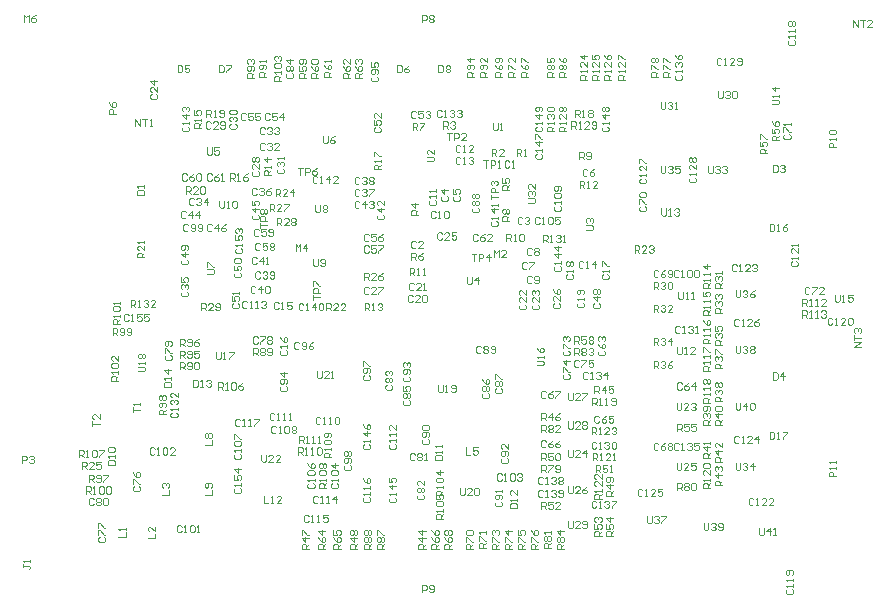
<source format=gbr>
%TF.GenerationSoftware,Altium Limited,Altium Designer,22.7.1 (60)*%
G04 Layer_Color=8388736*
%FSLAX45Y45*%
%MOMM*%
%TF.SameCoordinates,2D3331B9-BAF7-4184-A00F-DBC0A2210F31*%
%TF.FilePolarity,Positive*%
%TF.FileFunction,Other,Top_Designator*%
%TF.Part,Single*%
G01*
G75*
%TA.AperFunction,NonConductor*%
%ADD674C,0.10000*%
D674*
X5520000Y3930035D02*
X5510003Y3940031D01*
X5490010D01*
X5480013Y3930035D01*
Y3890048D01*
X5490010Y3880051D01*
X5510003D01*
X5520000Y3890048D01*
X5539993Y3880051D02*
X5559987D01*
X5549990D01*
Y3940031D01*
X5539993Y3930035D01*
X4895012Y3499952D02*
X4885015Y3509949D01*
X4865021D01*
X4855025Y3499952D01*
Y3459965D01*
X4865021Y3449968D01*
X4885015D01*
X4895012Y3459965D01*
X4915005Y3449968D02*
X4934999D01*
X4925002D01*
Y3509949D01*
X4915005Y3499952D01*
X4964989D02*
X4974985Y3509949D01*
X4994979D01*
X5004976Y3499952D01*
Y3459965D01*
X4994979Y3449968D01*
X4974985D01*
X4964989Y3459965D01*
Y3499952D01*
X4849965Y3605008D02*
X4839968Y3595012D01*
Y3575018D01*
X4849965Y3565021D01*
X4889952D01*
X4899949Y3575018D01*
Y3595012D01*
X4889952Y3605008D01*
X4899949Y3625002D02*
Y3644996D01*
Y3634999D01*
X4839968D01*
X4849965Y3625002D01*
X4899949Y3674986D02*
Y3694979D01*
Y3684982D01*
X4839968D01*
X4849965Y3674986D01*
X4949965Y3640003D02*
X4939968Y3630006D01*
Y3610013D01*
X4949965Y3600016D01*
X4989952D01*
X4999949Y3610013D01*
Y3630006D01*
X4989952Y3640003D01*
X4999949Y3689987D02*
X4939968D01*
X4969958Y3659997D01*
Y3699984D01*
X5049965Y3640003D02*
X5039968Y3630006D01*
Y3610013D01*
X5049965Y3600016D01*
X5089952D01*
X5099949Y3610013D01*
Y3630006D01*
X5089952Y3640003D01*
X5039968Y3699984D02*
Y3659997D01*
X5069958D01*
X5059962Y3679990D01*
Y3689987D01*
X5069958Y3699984D01*
X5089952D01*
X5099949Y3689987D01*
Y3669993D01*
X5089952Y3659997D01*
X5105011Y4060035D02*
X5095015Y4070031D01*
X5075021D01*
X5065024Y4060035D01*
Y4020048D01*
X5075021Y4010051D01*
X5095015D01*
X5105011Y4020048D01*
X5125005Y4010051D02*
X5144999D01*
X5135002D01*
Y4070031D01*
X5125005Y4060035D01*
X5214976Y4010051D02*
X5174989D01*
X5214976Y4050038D01*
Y4060035D01*
X5204979Y4070031D01*
X5184985D01*
X5174989Y4060035D01*
X5105011Y3960034D02*
X5095015Y3970031D01*
X5075021D01*
X5065024Y3960034D01*
Y3920048D01*
X5075021Y3910051D01*
X5095015D01*
X5105011Y3920048D01*
X5125005Y3910051D02*
X5144999D01*
X5135002D01*
Y3970031D01*
X5125005Y3960034D01*
X5174989D02*
X5184985Y3970031D01*
X5204979D01*
X5214976Y3960034D01*
Y3950038D01*
X5204979Y3940041D01*
X5194982D01*
X5204979D01*
X5214976Y3930044D01*
Y3920048D01*
X5204979Y3910051D01*
X5184985D01*
X5174989Y3920048D01*
X5630003Y3449952D02*
X5620007Y3459949D01*
X5600013D01*
X5590016Y3449952D01*
Y3409965D01*
X5600013Y3399968D01*
X5620007D01*
X5630003Y3409965D01*
X5649997Y3449952D02*
X5659994Y3459949D01*
X5679987D01*
X5689984Y3449952D01*
Y3439955D01*
X5679987Y3429959D01*
X5669990D01*
X5679987D01*
X5689984Y3419962D01*
Y3409965D01*
X5679987Y3399968D01*
X5659994D01*
X5649997Y3409965D01*
X5670003Y3069952D02*
X5660007Y3079949D01*
X5640013D01*
X5630016Y3069952D01*
Y3029965D01*
X5640013Y3019968D01*
X5660007D01*
X5670003Y3029965D01*
X5689997Y3079949D02*
X5729984D01*
Y3069952D01*
X5689997Y3029965D01*
Y3019968D01*
X5710003Y3189993D02*
X5700007Y3199990D01*
X5680013D01*
X5670016Y3189993D01*
Y3150006D01*
X5680013Y3140010D01*
X5700007D01*
X5710003Y3150006D01*
X5729997Y3189993D02*
X5739994Y3199990D01*
X5759987D01*
X5769984Y3189993D01*
Y3179997D01*
X5759987Y3170000D01*
X5769984Y3160003D01*
Y3150006D01*
X5759987Y3140010D01*
X5739994D01*
X5729997Y3150006D01*
Y3160003D01*
X5739994Y3170000D01*
X5729997Y3179997D01*
Y3189993D01*
X5739994Y3170000D02*
X5759987D01*
X5710003Y2949993D02*
X5700007Y2959990D01*
X5680013D01*
X5670016Y2949993D01*
Y2910006D01*
X5680013Y2900010D01*
X5700007D01*
X5710003Y2910006D01*
X5729997D02*
X5739994Y2900010D01*
X5759987D01*
X5769984Y2910006D01*
Y2949993D01*
X5759987Y2959990D01*
X5739994D01*
X5729997Y2949993D01*
Y2939997D01*
X5739994Y2930000D01*
X5769984D01*
X4700013Y2790035D02*
X4690016Y2800031D01*
X4670023D01*
X4660026Y2790035D01*
Y2750048D01*
X4670023Y2740051D01*
X4690016D01*
X4700013Y2750048D01*
X4759994Y2740051D02*
X4720007D01*
X4759994Y2780038D01*
Y2790035D01*
X4749997Y2800031D01*
X4730003D01*
X4720007Y2790035D01*
X4779987D02*
X4789984Y2800031D01*
X4809977D01*
X4819974Y2790035D01*
Y2750048D01*
X4809977Y2740051D01*
X4789984D01*
X4779987Y2750048D01*
Y2790035D01*
X4710010Y2890035D02*
X4700013Y2900032D01*
X4680019D01*
X4670023Y2890035D01*
Y2850048D01*
X4680019Y2840051D01*
X4700013D01*
X4710010Y2850048D01*
X4769990Y2840051D02*
X4730003D01*
X4769990Y2880038D01*
Y2890035D01*
X4759994Y2900032D01*
X4740000D01*
X4730003Y2890035D01*
X4789984Y2840051D02*
X4809977D01*
X4799980D01*
Y2900032D01*
X4789984Y2890035D01*
X5609965Y2720013D02*
X5599968Y2710016D01*
Y2690023D01*
X5609965Y2680026D01*
X5649952D01*
X5659949Y2690023D01*
Y2710016D01*
X5649952Y2720013D01*
X5659949Y2779993D02*
Y2740006D01*
X5619962Y2779993D01*
X5609965D01*
X5599968Y2769997D01*
Y2750003D01*
X5609965Y2740006D01*
X5659949Y2839974D02*
Y2799987D01*
X5619962Y2839974D01*
X5609965D01*
X5599968Y2829977D01*
Y2809984D01*
X5609965Y2799987D01*
X5719965Y2720013D02*
X5709968Y2710016D01*
Y2690023D01*
X5719965Y2680026D01*
X5759952D01*
X5769949Y2690023D01*
Y2710016D01*
X5759952Y2720013D01*
X5769949Y2779993D02*
Y2740006D01*
X5729962Y2779993D01*
X5719965D01*
X5709968Y2769997D01*
Y2750003D01*
X5719965Y2740006D01*
Y2799987D02*
X5709968Y2809984D01*
Y2829977D01*
X5719965Y2839974D01*
X5729962D01*
X5739958Y2829977D01*
Y2819981D01*
Y2829977D01*
X5749955Y2839974D01*
X5759952D01*
X5769949Y2829977D01*
Y2809984D01*
X5759952Y2799987D01*
X4290007Y2120013D02*
X4280010Y2110016D01*
Y2090023D01*
X4290007Y2080026D01*
X4329994D01*
X4339990Y2090023D01*
Y2110016D01*
X4329994Y2120013D01*
Y2140007D02*
X4339990Y2150003D01*
Y2169997D01*
X4329994Y2179994D01*
X4290007D01*
X4280010Y2169997D01*
Y2150003D01*
X4290007Y2140007D01*
X4300003D01*
X4310000Y2150003D01*
Y2179994D01*
X4280010Y2199987D02*
Y2239974D01*
X4290007D01*
X4329994Y2199987D01*
X4339990D01*
X4360007Y4650013D02*
X4350010Y4640016D01*
Y4620023D01*
X4360007Y4610026D01*
X4399993D01*
X4409990Y4620023D01*
Y4640016D01*
X4399993Y4650013D01*
Y4670007D02*
X4409990Y4680003D01*
Y4699997D01*
X4399993Y4709994D01*
X4360007D01*
X4350010Y4699997D01*
Y4680003D01*
X4360007Y4670007D01*
X4370003D01*
X4380000Y4680003D01*
Y4709994D01*
X4350010Y4769974D02*
Y4729987D01*
X4380000D01*
X4370003Y4749981D01*
Y4759978D01*
X4380000Y4769974D01*
X4399993D01*
X4409990Y4759978D01*
Y4739984D01*
X4399993Y4729987D01*
X2340006Y1180013D02*
X2330010Y1170016D01*
Y1150023D01*
X2340006Y1140026D01*
X2379993D01*
X2389990Y1150023D01*
Y1170016D01*
X2379993Y1180013D01*
X2330010Y1200006D02*
Y1239993D01*
X2340006D01*
X2379993Y1200006D01*
X2389990D01*
X2330010Y1299974D02*
X2340006Y1279981D01*
X2360000Y1259987D01*
X2379993D01*
X2389990Y1269984D01*
Y1289977D01*
X2379993Y1299974D01*
X2369997D01*
X2360000Y1289977D01*
Y1259987D01*
X5455021Y1279993D02*
X5445024Y1289990D01*
X5425031D01*
X5415034Y1279993D01*
Y1240006D01*
X5425031Y1230010D01*
X5445024D01*
X5455021Y1240006D01*
X5475015Y1230010D02*
X5495008D01*
X5485011D01*
Y1289990D01*
X5475015Y1279993D01*
X5524998D02*
X5534995Y1289990D01*
X5554989D01*
X5564985Y1279993D01*
Y1240006D01*
X5554989Y1230010D01*
X5534995D01*
X5524998Y1240006D01*
Y1279993D01*
X5584979D02*
X5594976Y1289990D01*
X5614969D01*
X5624966Y1279993D01*
Y1269997D01*
X5614969Y1260000D01*
X5604973D01*
X5614969D01*
X5624966Y1250003D01*
Y1240006D01*
X5614969Y1230010D01*
X5594976D01*
X5584979Y1240006D01*
X2050006Y750013D02*
X2040009Y740016D01*
Y720022D01*
X2050006Y710026D01*
X2089993D01*
X2099990Y720022D01*
Y740016D01*
X2089993Y750013D01*
X2040009Y770006D02*
Y809993D01*
X2050006D01*
X2089993Y770006D01*
X2099990D01*
X2040009Y829987D02*
Y869974D01*
X2050006D01*
X2089993Y829987D01*
X2099990D01*
X3590006Y2030013D02*
X3580009Y2020016D01*
Y2000022D01*
X3590006Y1990026D01*
X3629993D01*
X3639990Y2000022D01*
Y2020016D01*
X3629993Y2030013D01*
Y2050006D02*
X3639990Y2060003D01*
Y2079997D01*
X3629993Y2089993D01*
X3590006D01*
X3580009Y2079997D01*
Y2060003D01*
X3590006Y2050006D01*
X3600003D01*
X3610000Y2060003D01*
Y2089993D01*
X3639990Y2139977D02*
X3580009D01*
X3610000Y2109987D01*
Y2149974D01*
X5250013Y3310035D02*
X5240016Y3320031D01*
X5220023D01*
X5210026Y3310035D01*
Y3270048D01*
X5220023Y3260051D01*
X5240016D01*
X5250013Y3270048D01*
X5309994Y3320031D02*
X5290000Y3310035D01*
X5270007Y3290041D01*
Y3270048D01*
X5280003Y3260051D01*
X5299997D01*
X5309994Y3270048D01*
Y3280044D01*
X5299997Y3290041D01*
X5270007D01*
X5369974Y3260051D02*
X5329987D01*
X5369974Y3300038D01*
Y3310035D01*
X5359978Y3320031D01*
X5339984D01*
X5329987Y3310035D01*
X6280013Y1769952D02*
X6270016Y1779949D01*
X6250023D01*
X6240026Y1769952D01*
Y1729965D01*
X6250023Y1719969D01*
X6270016D01*
X6280013Y1729965D01*
X6339994Y1779949D02*
X6320000Y1769952D01*
X6300007Y1749959D01*
Y1729965D01*
X6310003Y1719969D01*
X6329997D01*
X6339994Y1729965D01*
Y1739962D01*
X6329997Y1749959D01*
X6300007D01*
X6399974Y1779949D02*
X6359987D01*
Y1749959D01*
X6379981Y1759956D01*
X6389978D01*
X6399974Y1749959D01*
Y1729965D01*
X6389978Y1719969D01*
X6369984D01*
X6359987Y1729965D01*
X6780013Y1540035D02*
X6770016Y1550032D01*
X6750023D01*
X6740026Y1540035D01*
Y1500048D01*
X6750023Y1490051D01*
X6770016D01*
X6780013Y1500048D01*
X6839993Y1550032D02*
X6820000Y1540035D01*
X6800006Y1520041D01*
Y1500048D01*
X6810003Y1490051D01*
X6829997D01*
X6839993Y1500048D01*
Y1510045D01*
X6829997Y1520041D01*
X6800006D01*
X6859987Y1540035D02*
X6869984Y1550032D01*
X6889977D01*
X6899974Y1540035D01*
Y1530038D01*
X6889977Y1520041D01*
X6899974Y1510045D01*
Y1500048D01*
X6889977Y1490051D01*
X6869984D01*
X6859987Y1500048D01*
Y1510045D01*
X6869984Y1520041D01*
X6859987Y1530038D01*
Y1540035D01*
X6869984Y1520041D02*
X6889977D01*
X6780013Y2999993D02*
X6770016Y3009990D01*
X6750023D01*
X6740026Y2999993D01*
Y2960006D01*
X6750023Y2950010D01*
X6770016D01*
X6780013Y2960006D01*
X6839994Y3009990D02*
X6820000Y2999993D01*
X6800007Y2980000D01*
Y2960006D01*
X6810003Y2950010D01*
X6829997D01*
X6839994Y2960006D01*
Y2970003D01*
X6829997Y2980000D01*
X6800007D01*
X6859987Y2960006D02*
X6869984Y2950010D01*
X6889978D01*
X6899974Y2960006D01*
Y2999993D01*
X6889978Y3009990D01*
X6869984D01*
X6859987Y2999993D01*
Y2989997D01*
X6869984Y2980000D01*
X6899974D01*
X8060013Y2860034D02*
X8050016Y2870031D01*
X8030023D01*
X8020026Y2860034D01*
Y2820047D01*
X8030023Y2810051D01*
X8050016D01*
X8060013Y2820047D01*
X8080007Y2870031D02*
X8119994D01*
Y2860034D01*
X8080007Y2820047D01*
Y2810051D01*
X8179974D02*
X8139987D01*
X8179974Y2850038D01*
Y2860034D01*
X8169978Y2870031D01*
X8149984D01*
X8139987Y2860034D01*
X6980012Y2050035D02*
X6970016Y2060032D01*
X6950022D01*
X6940025Y2050035D01*
Y2010048D01*
X6950022Y2000051D01*
X6970016D01*
X6980012Y2010048D01*
X7039993Y2060032D02*
X7020000Y2050035D01*
X7000006Y2030041D01*
Y2010048D01*
X7010003Y2000051D01*
X7029996D01*
X7039993Y2010048D01*
Y2020045D01*
X7029996Y2030041D01*
X7000006D01*
X7089977Y2000051D02*
Y2060032D01*
X7059987Y2030041D01*
X7099974D01*
X6630047Y3550013D02*
X6620051Y3540016D01*
Y3520022D01*
X6630047Y3510026D01*
X6670034D01*
X6680031Y3520022D01*
Y3540016D01*
X6670034Y3550013D01*
X6620051Y3570006D02*
Y3609993D01*
X6630047D01*
X6670034Y3570006D01*
X6680031D01*
X6630047Y3629987D02*
X6620051Y3639984D01*
Y3659977D01*
X6630047Y3669974D01*
X6670034D01*
X6680031Y3659977D01*
Y3639984D01*
X6670034Y3629987D01*
X6630047D01*
X7445021Y3050035D02*
X7435024Y3060031D01*
X7415031D01*
X7405034Y3050035D01*
Y3010048D01*
X7415031Y3000051D01*
X7435024D01*
X7445021Y3010048D01*
X7465015Y3000051D02*
X7485008D01*
X7475011D01*
Y3060031D01*
X7465015Y3050035D01*
X7554985Y3000051D02*
X7514998D01*
X7554985Y3040038D01*
Y3050035D01*
X7544988Y3060031D01*
X7524995D01*
X7514998Y3050035D01*
X7574979D02*
X7584975Y3060031D01*
X7604969D01*
X7614966Y3050035D01*
Y3040038D01*
X7604969Y3030041D01*
X7594972D01*
X7604969D01*
X7614966Y3020045D01*
Y3010048D01*
X7604969Y3000051D01*
X7584975D01*
X7574979Y3010048D01*
X7465021Y1600035D02*
X7455024Y1610032D01*
X7435031D01*
X7425034Y1600035D01*
Y1560048D01*
X7435031Y1550051D01*
X7455024D01*
X7465021Y1560048D01*
X7485014Y1550051D02*
X7505008D01*
X7495011D01*
Y1610032D01*
X7485014Y1600035D01*
X7574985Y1550051D02*
X7534998D01*
X7574985Y1590038D01*
Y1600035D01*
X7564988Y1610032D01*
X7544995D01*
X7534998Y1600035D01*
X7624969Y1550051D02*
Y1610032D01*
X7594979Y1580041D01*
X7634966D01*
X6645021Y1150035D02*
X6635025Y1160031D01*
X6615031D01*
X6605034Y1150035D01*
Y1110048D01*
X6615031Y1100051D01*
X6635025D01*
X6645021Y1110048D01*
X6665015Y1100051D02*
X6685008D01*
X6675012D01*
Y1160031D01*
X6665015Y1150035D01*
X6754985Y1100051D02*
X6714999D01*
X6754985Y1140038D01*
Y1150035D01*
X6744989Y1160031D01*
X6724995D01*
X6714999Y1150035D01*
X6814966Y1160031D02*
X6774979D01*
Y1130041D01*
X6794973Y1140038D01*
X6804969D01*
X6814966Y1130041D01*
Y1110048D01*
X6804969Y1100051D01*
X6784976D01*
X6774979Y1110048D01*
X7465021Y2590034D02*
X7455024Y2600031D01*
X7435031D01*
X7425034Y2590034D01*
Y2550047D01*
X7435031Y2540051D01*
X7455024D01*
X7465021Y2550047D01*
X7485014Y2540051D02*
X7505008D01*
X7495011D01*
Y2600031D01*
X7485014Y2590034D01*
X7574985Y2540051D02*
X7534998D01*
X7574985Y2580038D01*
Y2590034D01*
X7564988Y2600031D01*
X7544995D01*
X7534998Y2590034D01*
X7634966Y2600031D02*
X7614972Y2590034D01*
X7594979Y2570041D01*
Y2550047D01*
X7604975Y2540051D01*
X7624969D01*
X7634966Y2550047D01*
Y2560044D01*
X7624969Y2570041D01*
X7594979D01*
X6629965Y3785021D02*
X6619968Y3775024D01*
Y3755031D01*
X6629965Y3745034D01*
X6669952D01*
X6679949Y3755031D01*
Y3775024D01*
X6669952Y3785021D01*
X6679949Y3805015D02*
Y3825008D01*
Y3815011D01*
X6619968D01*
X6629965Y3805015D01*
X6679949Y3894985D02*
Y3854998D01*
X6639962Y3894985D01*
X6629965D01*
X6619968Y3884989D01*
Y3864995D01*
X6629965Y3854998D01*
X6619968Y3914979D02*
Y3954966D01*
X6629965D01*
X6669952Y3914979D01*
X6679949D01*
X7049965Y3795021D02*
X7039968Y3785024D01*
Y3765031D01*
X7049965Y3755034D01*
X7089952D01*
X7099949Y3765031D01*
Y3785024D01*
X7089952Y3795021D01*
X7099949Y3815015D02*
Y3835008D01*
Y3825011D01*
X7039968D01*
X7049965Y3815015D01*
X7099949Y3904985D02*
Y3864998D01*
X7059962Y3904985D01*
X7049965D01*
X7039968Y3894989D01*
Y3874995D01*
X7049965Y3864998D01*
Y3924979D02*
X7039968Y3934976D01*
Y3954969D01*
X7049965Y3964966D01*
X7059962D01*
X7069959Y3954969D01*
X7079955Y3964966D01*
X7089952D01*
X7099949Y3954969D01*
Y3934976D01*
X7089952Y3924979D01*
X7079955D01*
X7069959Y3934976D01*
X7059962Y3924979D01*
X7049965D01*
X7069959Y3934976D02*
Y3954969D01*
X4730003Y3250035D02*
X4720007Y3260032D01*
X4700013D01*
X4690016Y3250035D01*
Y3210048D01*
X4700013Y3200051D01*
X4720007D01*
X4730003Y3210048D01*
X4789984Y3200051D02*
X4749997D01*
X4789984Y3240038D01*
Y3250035D01*
X4779987Y3260032D01*
X4759994D01*
X4749997Y3250035D01*
X3639965Y4680013D02*
X3629968Y4670016D01*
Y4650023D01*
X3639965Y4640026D01*
X3679952D01*
X3689949Y4650023D01*
Y4670016D01*
X3679952Y4680013D01*
X3639965Y4700007D02*
X3629968Y4710003D01*
Y4729997D01*
X3639965Y4739994D01*
X3649962D01*
X3659959Y4729997D01*
X3669955Y4739994D01*
X3679952D01*
X3689949Y4729997D01*
Y4710003D01*
X3679952Y4700007D01*
X3669955D01*
X3659959Y4710003D01*
X3649962Y4700007D01*
X3639965D01*
X3659959Y4710003D02*
Y4729997D01*
X3689949Y4789977D02*
X3629968D01*
X3659959Y4759987D01*
Y4799974D01*
X4020048Y1205021D02*
X4010051Y1195025D01*
Y1175031D01*
X4020048Y1165034D01*
X4060035D01*
X4070031Y1175031D01*
Y1195025D01*
X4060035Y1205021D01*
X4070031Y1225015D02*
Y1245008D01*
Y1235011D01*
X4010051D01*
X4020048Y1225015D01*
Y1274998D02*
X4010051Y1284995D01*
Y1304989D01*
X4020048Y1314985D01*
X4060035D01*
X4070031Y1304989D01*
Y1284995D01*
X4060035Y1274998D01*
X4020048D01*
X4070031Y1364969D02*
X4010051D01*
X4040041Y1334979D01*
Y1374966D01*
X5775021Y3449952D02*
X5765025Y3459949D01*
X5745031D01*
X5735034Y3449952D01*
Y3409965D01*
X5745031Y3399968D01*
X5765025D01*
X5775021Y3409965D01*
X5795015Y3399968D02*
X5815008D01*
X5805012D01*
Y3459949D01*
X5795015Y3449952D01*
X5844998D02*
X5854995Y3459949D01*
X5874989D01*
X5884985Y3449952D01*
Y3409965D01*
X5874989Y3399968D01*
X5854995D01*
X5844998Y3409965D01*
Y3449952D01*
X5944966Y3459949D02*
X5904979D01*
Y3429959D01*
X5924973Y3439955D01*
X5934969D01*
X5944966Y3429959D01*
Y3409965D01*
X5934969Y3399968D01*
X5914976D01*
X5904979Y3409965D01*
X3819965Y1205021D02*
X3809968Y1195025D01*
Y1175031D01*
X3819965Y1165034D01*
X3859952D01*
X3869949Y1175031D01*
Y1195025D01*
X3859952Y1205021D01*
X3869949Y1225015D02*
Y1245008D01*
Y1235011D01*
X3809968D01*
X3819965Y1225015D01*
Y1274998D02*
X3809968Y1284995D01*
Y1304989D01*
X3819965Y1314985D01*
X3859952D01*
X3869949Y1304989D01*
Y1284995D01*
X3859952Y1274998D01*
X3819965D01*
X3809968Y1374966D02*
X3819965Y1354973D01*
X3839959Y1334979D01*
X3859952D01*
X3869949Y1344976D01*
Y1364969D01*
X3859952Y1374966D01*
X3849955D01*
X3839959Y1364969D01*
Y1334979D01*
X3200007Y1455021D02*
X3190010Y1445025D01*
Y1425031D01*
X3200007Y1415034D01*
X3239994D01*
X3249990Y1425031D01*
Y1445025D01*
X3239994Y1455021D01*
X3249990Y1475015D02*
Y1495008D01*
Y1485012D01*
X3190010D01*
X3200007Y1475015D01*
Y1524998D02*
X3190010Y1534995D01*
Y1554989D01*
X3200007Y1564985D01*
X3239994D01*
X3249990Y1554989D01*
Y1534995D01*
X3239994Y1524998D01*
X3200007D01*
X3190010Y1584979D02*
Y1624966D01*
X3200007D01*
X3239994Y1584979D01*
X3249990D01*
X3545021Y1680034D02*
X3535024Y1690031D01*
X3515031D01*
X3505034Y1680034D01*
Y1640048D01*
X3515031Y1630051D01*
X3535024D01*
X3545021Y1640048D01*
X3565015Y1630051D02*
X3585008D01*
X3575011D01*
Y1690031D01*
X3565015Y1680034D01*
X3614998D02*
X3624995Y1690031D01*
X3644989D01*
X3654985Y1680034D01*
Y1640048D01*
X3644989Y1630051D01*
X3624995D01*
X3614998Y1640048D01*
Y1680034D01*
X3674979D02*
X3684976Y1690031D01*
X3704969D01*
X3714966Y1680034D01*
Y1670038D01*
X3704969Y1660041D01*
X3714966Y1650044D01*
Y1640048D01*
X3704969Y1630051D01*
X3684976D01*
X3674979Y1640048D01*
Y1650044D01*
X3684976Y1660041D01*
X3674979Y1670038D01*
Y1680034D01*
X3684976Y1660041D02*
X3704969D01*
X3240020Y1739993D02*
X3230023Y1749990D01*
X3210029D01*
X3200033Y1739993D01*
Y1700007D01*
X3210029Y1690010D01*
X3230023D01*
X3240020Y1700007D01*
X3260013Y1690010D02*
X3280007D01*
X3270010D01*
Y1749990D01*
X3260013Y1739993D01*
X3309997Y1690010D02*
X3329991D01*
X3319994D01*
Y1749990D01*
X3309997Y1739993D01*
X3359981Y1749990D02*
X3399968D01*
Y1739993D01*
X3359981Y1700007D01*
Y1690010D01*
X5910007Y3555022D02*
X5900010Y3545025D01*
Y3525031D01*
X5910007Y3515035D01*
X5949994D01*
X5959990Y3525031D01*
Y3545025D01*
X5949994Y3555022D01*
X5959990Y3575015D02*
Y3595009D01*
Y3585012D01*
X5900010D01*
X5910007Y3575015D01*
Y3624999D02*
X5900010Y3634996D01*
Y3654989D01*
X5910007Y3664986D01*
X5949994D01*
X5959990Y3654989D01*
Y3634996D01*
X5949994Y3624999D01*
X5910007D01*
X5949994Y3684979D02*
X5959990Y3694976D01*
Y3714970D01*
X5949994Y3724966D01*
X5910007D01*
X5900010Y3714970D01*
Y3694976D01*
X5910007Y3684979D01*
X5920003D01*
X5930000Y3694976D01*
Y3724966D01*
X3300020Y2740034D02*
X3290023Y2750031D01*
X3270030D01*
X3260033Y2740034D01*
Y2700047D01*
X3270030Y2690051D01*
X3290023D01*
X3300020Y2700047D01*
X3320013Y2690051D02*
X3340007D01*
X3330010D01*
Y2750031D01*
X3320013Y2740034D01*
X3369997Y2690051D02*
X3389991D01*
X3379994D01*
Y2750031D01*
X3369997Y2740034D01*
X3419981D02*
X3429977Y2750031D01*
X3449971D01*
X3459968Y2740034D01*
Y2730038D01*
X3449971Y2720041D01*
X3439974D01*
X3449971D01*
X3459968Y2710044D01*
Y2700047D01*
X3449971Y2690051D01*
X3429977D01*
X3419981Y2700047D01*
X3920020Y1759993D02*
X3910023Y1769990D01*
X3890029D01*
X3880033Y1759993D01*
Y1720006D01*
X3890029Y1710010D01*
X3910023D01*
X3920020Y1720006D01*
X3940013Y1710010D02*
X3960007D01*
X3950010D01*
Y1769990D01*
X3940013Y1759993D01*
X3989997Y1710010D02*
X4009990D01*
X3999994D01*
Y1769990D01*
X3989997Y1759993D01*
X4039980D02*
X4049977Y1769990D01*
X4069971D01*
X4079967Y1759993D01*
Y1720006D01*
X4069971Y1710010D01*
X4049977D01*
X4039980Y1720006D01*
Y1759993D01*
X3900020Y1089993D02*
X3890023Y1099990D01*
X3870029D01*
X3860033Y1089993D01*
Y1050006D01*
X3870029Y1040010D01*
X3890023D01*
X3900020Y1050006D01*
X3920013Y1040010D02*
X3940007D01*
X3930010D01*
Y1099990D01*
X3920013Y1089993D01*
X3969997Y1040010D02*
X3989990D01*
X3979994D01*
Y1099990D01*
X3969997Y1089993D01*
X4049971Y1040010D02*
Y1099990D01*
X4019981Y1070000D01*
X4059967D01*
X4290006Y1090019D02*
X4280009Y1080023D01*
Y1060029D01*
X4290006Y1050032D01*
X4329993D01*
X4339990Y1060029D01*
Y1080023D01*
X4329993Y1090019D01*
X4339990Y1110013D02*
Y1130007D01*
Y1120010D01*
X4280009D01*
X4290006Y1110013D01*
X4339990Y1159997D02*
Y1179990D01*
Y1169993D01*
X4280009D01*
X4290006Y1159997D01*
X4280009Y1249967D02*
X4290006Y1229974D01*
X4310000Y1209980D01*
X4329993D01*
X4339990Y1219977D01*
Y1239971D01*
X4329993Y1249967D01*
X4319996D01*
X4310000Y1239971D01*
Y1209980D01*
X3820020Y929993D02*
X3810023Y939990D01*
X3790030D01*
X3780033Y929993D01*
Y890006D01*
X3790030Y880010D01*
X3810023D01*
X3820020Y890006D01*
X3840013Y880010D02*
X3860007D01*
X3850010D01*
Y939990D01*
X3840013Y929993D01*
X3889997Y880010D02*
X3909991D01*
X3899994D01*
Y939990D01*
X3889997Y929993D01*
X3979968Y939990D02*
X3939981D01*
Y910000D01*
X3959974Y919997D01*
X3969971D01*
X3979968Y910000D01*
Y890006D01*
X3969971Y880010D01*
X3949977D01*
X3939981Y890006D01*
X2000013Y1070034D02*
X1990016Y1080031D01*
X1970023D01*
X1960026Y1070034D01*
Y1030047D01*
X1970023Y1020051D01*
X1990016D01*
X2000013Y1030047D01*
X2020007Y1070034D02*
X2030003Y1080031D01*
X2049997D01*
X2059994Y1070034D01*
Y1060038D01*
X2049997Y1050041D01*
X2059994Y1040044D01*
Y1030047D01*
X2049997Y1020051D01*
X2030003D01*
X2020007Y1030047D01*
Y1040044D01*
X2030003Y1050041D01*
X2020007Y1060038D01*
Y1070034D01*
X2030003Y1050041D02*
X2049997D01*
X2079987Y1070034D02*
X2089984Y1080031D01*
X2109977D01*
X2119974Y1070034D01*
Y1030047D01*
X2109977Y1020051D01*
X2089984D01*
X2079987Y1030047D01*
Y1070034D01*
X6280048Y2330013D02*
X6270051Y2320016D01*
Y2300023D01*
X6280048Y2290026D01*
X6320035D01*
X6330032Y2300023D01*
Y2320016D01*
X6320035Y2330013D01*
X6270051Y2389994D02*
X6280048Y2370000D01*
X6300041Y2350007D01*
X6320035D01*
X6330032Y2360003D01*
Y2379997D01*
X6320035Y2389994D01*
X6310038D01*
X6300041Y2379997D01*
Y2350007D01*
X6280048Y2409987D02*
X6270051Y2419984D01*
Y2439978D01*
X6280048Y2449974D01*
X6290045D01*
X6300041Y2439978D01*
Y2429981D01*
Y2439978D01*
X6310038Y2449974D01*
X6320035D01*
X6330032Y2439978D01*
Y2419984D01*
X6320035Y2409987D01*
X3590007Y2335012D02*
X3580010Y2325015D01*
Y2305021D01*
X3590007Y2295025D01*
X3629994D01*
X3639990Y2305021D01*
Y2325015D01*
X3629994Y2335012D01*
X3639990Y2355005D02*
Y2374999D01*
Y2365002D01*
X3580010D01*
X3590007Y2355005D01*
X3580010Y2444976D02*
X3590007Y2424982D01*
X3610000Y2404989D01*
X3629994D01*
X3639990Y2414986D01*
Y2434979D01*
X3629994Y2444976D01*
X3619997D01*
X3610000Y2434979D01*
Y2404989D01*
X6309965Y2975011D02*
X6299968Y2965015D01*
Y2945021D01*
X6309965Y2935024D01*
X6349952D01*
X6359949Y2945021D01*
Y2965015D01*
X6349952Y2975011D01*
X6359949Y2995005D02*
Y3014999D01*
Y3005002D01*
X6299968D01*
X6309965Y2995005D01*
X6299968Y3044989D02*
Y3084976D01*
X6309965D01*
X6349952Y3044989D01*
X6359949D01*
X6009965Y2975011D02*
X5999968Y2965015D01*
Y2945021D01*
X6009965Y2935024D01*
X6049952D01*
X6059949Y2945021D01*
Y2965015D01*
X6049952Y2975011D01*
X6059949Y2995005D02*
Y3014999D01*
Y3005002D01*
X5999968D01*
X6009965Y2995005D01*
Y3044989D02*
X5999968Y3054985D01*
Y3074979D01*
X6009965Y3084976D01*
X6019962D01*
X6029958Y3074979D01*
X6039955Y3084976D01*
X6049952D01*
X6059949Y3074979D01*
Y3054985D01*
X6049952Y3044989D01*
X6039955D01*
X6029958Y3054985D01*
X6019962Y3044989D01*
X6009965D01*
X6029958Y3054985D02*
Y3074979D01*
X7890048Y4960020D02*
X7880051Y4950023D01*
Y4930030D01*
X7890048Y4920033D01*
X7930035D01*
X7940031Y4930030D01*
Y4950023D01*
X7930035Y4960020D01*
X7940031Y4980013D02*
Y5000007D01*
Y4990010D01*
X7880051D01*
X7890048Y4980013D01*
X7940031Y5029997D02*
Y5049991D01*
Y5039994D01*
X7880051D01*
X7890048Y5029997D01*
Y5079981D02*
X7880051Y5089977D01*
Y5109971D01*
X7890048Y5119968D01*
X7900044D01*
X7910041Y5109971D01*
X7920038Y5119968D01*
X7930035D01*
X7940031Y5109971D01*
Y5089977D01*
X7930035Y5079981D01*
X7920038D01*
X7910041Y5089977D01*
X7900044Y5079981D01*
X7890048D01*
X7910041Y5089977D02*
Y5109971D01*
X5830013Y1560034D02*
X5820017Y1570031D01*
X5800023D01*
X5790026Y1560034D01*
Y1520048D01*
X5800023Y1510051D01*
X5820017D01*
X5830013Y1520048D01*
X5889994Y1570031D02*
X5870000Y1560034D01*
X5850007Y1540041D01*
Y1520048D01*
X5860004Y1510051D01*
X5879997D01*
X5889994Y1520048D01*
Y1530044D01*
X5879997Y1540041D01*
X5850007D01*
X5949974Y1570031D02*
X5929981Y1560034D01*
X5909987Y1540041D01*
Y1520048D01*
X5919984Y1510051D01*
X5939978D01*
X5949974Y1520048D01*
Y1530044D01*
X5939978Y1540041D01*
X5909987D01*
X5830013Y1980035D02*
X5820017Y1990032D01*
X5800023D01*
X5790026Y1980035D01*
Y1940048D01*
X5800023Y1930051D01*
X5820017D01*
X5830013Y1940048D01*
X5889994Y1990032D02*
X5870000Y1980035D01*
X5850007Y1960041D01*
Y1940048D01*
X5860004Y1930051D01*
X5879997D01*
X5889994Y1940048D01*
Y1950045D01*
X5879997Y1960041D01*
X5850007D01*
X5909987Y1990032D02*
X5949974D01*
Y1980035D01*
X5909987Y1940048D01*
Y1930051D01*
X7870048Y310019D02*
X7860051Y300023D01*
Y280029D01*
X7870048Y270032D01*
X7910034D01*
X7920031Y280029D01*
Y300023D01*
X7910034Y310019D01*
X7920031Y330013D02*
Y350007D01*
Y340010D01*
X7860051D01*
X7870048Y330013D01*
X7920031Y379997D02*
Y399990D01*
Y389993D01*
X7860051D01*
X7870048Y379997D01*
X7910034Y429980D02*
X7920031Y439977D01*
Y459971D01*
X7910034Y469967D01*
X7870048D01*
X7860051Y459971D01*
Y439977D01*
X7870048Y429980D01*
X7880044D01*
X7890041Y439977D01*
Y469967D01*
X6955021Y3000034D02*
X6945024Y3010031D01*
X6925030D01*
X6915034Y3000034D01*
Y2960047D01*
X6925030Y2950051D01*
X6945024D01*
X6955021Y2960047D01*
X6975014Y2950051D02*
X6995008D01*
X6985011D01*
Y3010031D01*
X6975014Y3000034D01*
X7024998D02*
X7034995Y3010031D01*
X7054988D01*
X7064985Y3000034D01*
Y2960047D01*
X7054988Y2950051D01*
X7034995D01*
X7024998Y2960047D01*
Y3000034D01*
X7084978D02*
X7094975Y3010031D01*
X7114969D01*
X7124965Y3000034D01*
Y2960047D01*
X7114969Y2950051D01*
X7094975D01*
X7084978Y2960047D01*
Y3000034D01*
X7724240Y3404637D02*
Y3344657D01*
X7754230D01*
X7764227Y3354653D01*
Y3394640D01*
X7754230Y3404637D01*
X7724240D01*
X7784221Y3344657D02*
X7804214D01*
X7794217D01*
Y3404637D01*
X7784221Y3394640D01*
X7874191Y3404637D02*
X7854198Y3394640D01*
X7834204Y3374647D01*
Y3354653D01*
X7844201Y3344657D01*
X7864195D01*
X7874191Y3354653D01*
Y3364650D01*
X7864195Y3374647D01*
X7834204D01*
X7724240Y1644638D02*
Y1584657D01*
X7754230D01*
X7764227Y1594654D01*
Y1634641D01*
X7754230Y1644638D01*
X7724240D01*
X7784221Y1584657D02*
X7804214D01*
X7794217D01*
Y1644638D01*
X7784221Y1634641D01*
X7834204Y1644638D02*
X7874191D01*
Y1634641D01*
X7834204Y1594654D01*
Y1584657D01*
X7750016Y3904637D02*
Y3844657D01*
X7780007D01*
X7790003Y3854653D01*
Y3894640D01*
X7780007Y3904637D01*
X7750016D01*
X7809997Y3894640D02*
X7819994Y3904637D01*
X7839987D01*
X7849984Y3894640D01*
Y3884644D01*
X7839987Y3874647D01*
X7829990D01*
X7839987D01*
X7849984Y3864650D01*
Y3854653D01*
X7839987Y3844657D01*
X7819994D01*
X7809997Y3854653D01*
X7750016Y2144638D02*
Y2084657D01*
X7780007D01*
X7790003Y2094654D01*
Y2134641D01*
X7780007Y2144638D01*
X7750016D01*
X7839987Y2084657D02*
Y2144638D01*
X7809997Y2114647D01*
X7849984D01*
X2210010Y750013D02*
X2269990D01*
Y790000D01*
Y809994D02*
Y829987D01*
Y819990D01*
X2210010D01*
X2220007Y809994D01*
X2460010Y740016D02*
X2519990D01*
Y780003D01*
Y839984D02*
Y799997D01*
X2480003Y839984D01*
X2470007D01*
X2460010Y829987D01*
Y809994D01*
X2470007Y799997D01*
X1410516Y5113510D02*
Y5173490D01*
X1430510Y5153497D01*
X1450503Y5173490D01*
Y5113510D01*
X1510484Y5173490D02*
X1490491Y5163493D01*
X1470497Y5143500D01*
Y5123506D01*
X1480494Y5113510D01*
X1500487D01*
X1510484Y5123506D01*
Y5133503D01*
X1500487Y5143500D01*
X1470497D01*
X5580013Y3980010D02*
Y4039990D01*
X5610003D01*
X5620000Y4029993D01*
Y4010000D01*
X5610003Y4000003D01*
X5580013D01*
X5600007D02*
X5620000Y3980010D01*
X5639994D02*
X5659987D01*
X5649990D01*
Y4039990D01*
X5639994Y4029993D01*
X5370016Y3980010D02*
Y4039990D01*
X5400007D01*
X5410003Y4029993D01*
Y4010000D01*
X5400007Y4000003D01*
X5370016D01*
X5390010D02*
X5410003Y3980010D01*
X5469984D02*
X5429997D01*
X5469984Y4019997D01*
Y4029993D01*
X5459987Y4039990D01*
X5439994D01*
X5429997Y4029993D01*
X4700016Y4200010D02*
Y4259990D01*
X4730007D01*
X4740003Y4249993D01*
Y4230000D01*
X4730007Y4220003D01*
X4700016D01*
X4720010D02*
X4740003Y4200010D01*
X4759997Y4259990D02*
X4799984D01*
Y4249993D01*
X4759997Y4210006D01*
Y4200010D01*
X5519990Y3430017D02*
X5460010D01*
Y3460007D01*
X5470007Y3470003D01*
X5490000D01*
X5499997Y3460007D01*
Y3430017D01*
Y3450010D02*
X5519990Y3470003D01*
X5470007Y3489997D02*
X5460010Y3499994D01*
Y3519987D01*
X5470007Y3529984D01*
X5480003D01*
X5490000Y3519987D01*
X5499997Y3529984D01*
X5509994D01*
X5519990Y3519987D01*
Y3499994D01*
X5509994Y3489997D01*
X5499997D01*
X5490000Y3499994D01*
X5480003Y3489997D01*
X5470007D01*
X5490000Y3499994D02*
Y3519987D01*
X6110370Y3950010D02*
Y4009990D01*
X6140360D01*
X6150357Y3999993D01*
Y3980000D01*
X6140360Y3970003D01*
X6110370D01*
X6130364D02*
X6150357Y3950010D01*
X6170351Y3960006D02*
X6180347Y3950010D01*
X6200341D01*
X6210338Y3960006D01*
Y3999993D01*
X6200341Y4009990D01*
X6180347D01*
X6170351Y3999993D01*
Y3989997D01*
X6180347Y3980000D01*
X6210338D01*
X4690016Y3100010D02*
Y3159990D01*
X4720007D01*
X4730003Y3149993D01*
Y3130000D01*
X4720007Y3120003D01*
X4690016D01*
X4710010D02*
X4730003Y3100010D01*
X4789984Y3159990D02*
X4769990Y3149993D01*
X4749997Y3130000D01*
Y3110006D01*
X4759994Y3100010D01*
X4779987D01*
X4789984Y3110006D01*
Y3120003D01*
X4779987Y3130000D01*
X4749997D01*
X7319990Y2380026D02*
X7260010D01*
Y2410016D01*
X7270007Y2420013D01*
X7290000D01*
X7299997Y2410016D01*
Y2380026D01*
Y2400020D02*
X7319990Y2420013D01*
X7270007Y2440007D02*
X7260010Y2450003D01*
Y2469997D01*
X7270007Y2479994D01*
X7280003D01*
X7290000Y2469997D01*
Y2460000D01*
Y2469997D01*
X7299997Y2479994D01*
X7309994D01*
X7319990Y2469997D01*
Y2450003D01*
X7309994Y2440007D01*
X7260010Y2539974D02*
Y2499987D01*
X7290000D01*
X7280003Y2519981D01*
Y2529977D01*
X7290000Y2539974D01*
X7309994D01*
X7319990Y2529977D01*
Y2509984D01*
X7309994Y2499987D01*
X8000033Y2710010D02*
Y2769990D01*
X8030023D01*
X8040020Y2759993D01*
Y2740000D01*
X8030023Y2730003D01*
X8000033D01*
X8020026D02*
X8040020Y2710010D01*
X8060013D02*
X8080007D01*
X8070010D01*
Y2769990D01*
X8060013Y2759993D01*
X8109997Y2710010D02*
X8129991D01*
X8119994D01*
Y2769990D01*
X8109997Y2759993D01*
X8199968Y2710010D02*
X8159981D01*
X8199968Y2749997D01*
Y2759993D01*
X8189971Y2769990D01*
X8169977D01*
X8159981Y2759993D01*
X6940026Y1650010D02*
Y1709990D01*
X6970016D01*
X6980013Y1699993D01*
Y1680000D01*
X6970016Y1670003D01*
X6940026D01*
X6960020D02*
X6980013Y1650010D01*
X7039994Y1709990D02*
X7000007D01*
Y1680000D01*
X7020000Y1689997D01*
X7029997D01*
X7039994Y1680000D01*
Y1660006D01*
X7029997Y1650010D01*
X7010003D01*
X7000007Y1660006D01*
X7099974Y1709990D02*
X7059987D01*
Y1680000D01*
X7079981Y1689997D01*
X7089977D01*
X7099974Y1680000D01*
Y1660006D01*
X7089977Y1650010D01*
X7069984D01*
X7059987Y1660006D01*
X8000033Y2610010D02*
Y2669990D01*
X8030023D01*
X8040020Y2659993D01*
Y2640000D01*
X8030023Y2630003D01*
X8000033D01*
X8020026D02*
X8040020Y2610010D01*
X8060013D02*
X8080007D01*
X8070010D01*
Y2669990D01*
X8060013Y2659993D01*
X8109997Y2610010D02*
X8129991D01*
X8119994D01*
Y2669990D01*
X8109997Y2659993D01*
X8159981D02*
X8169977Y2669990D01*
X8189971D01*
X8199968Y2659993D01*
Y2649997D01*
X8189971Y2640000D01*
X8179974D01*
X8189971D01*
X8199968Y2630003D01*
Y2620006D01*
X8189971Y2610010D01*
X8169977D01*
X8159981Y2620006D01*
X4749990Y3480016D02*
X4690010D01*
Y3510007D01*
X4700007Y3520003D01*
X4720000D01*
X4729997Y3510007D01*
Y3480016D01*
Y3500010D02*
X4749990Y3520003D01*
Y3569987D02*
X4690010D01*
X4720000Y3539997D01*
Y3579984D01*
X4675021Y2970010D02*
Y3029990D01*
X4705011D01*
X4715008Y3019993D01*
Y3000000D01*
X4705011Y2990003D01*
X4675021D01*
X4695015D02*
X4715008Y2970010D01*
X4735002D02*
X4754995D01*
X4744998D01*
Y3029990D01*
X4735002Y3019993D01*
X4784985Y2970010D02*
X4804979D01*
X4794982D01*
Y3029990D01*
X4784985Y3019993D01*
X2730026Y2170010D02*
Y2229990D01*
X2760016D01*
X2770013Y2219994D01*
Y2200000D01*
X2760016Y2190003D01*
X2730026D01*
X2750020D02*
X2770013Y2170010D01*
X2790007Y2180007D02*
X2800003Y2170010D01*
X2819997D01*
X2829994Y2180007D01*
Y2219994D01*
X2819997Y2229990D01*
X2800003D01*
X2790007Y2219994D01*
Y2209997D01*
X2800003Y2200000D01*
X2829994D01*
X2849987Y2219994D02*
X2859984Y2229990D01*
X2879977D01*
X2889974Y2219994D01*
Y2180007D01*
X2879977Y2170010D01*
X2859984D01*
X2849987Y2180007D01*
Y2219994D01*
X2730026Y2270010D02*
Y2329990D01*
X2760016D01*
X2770013Y2319993D01*
Y2300000D01*
X2760016Y2290003D01*
X2730026D01*
X2750020D02*
X2770013Y2270010D01*
X2790007Y2280006D02*
X2800003Y2270010D01*
X2819997D01*
X2829994Y2280006D01*
Y2319993D01*
X2819997Y2329990D01*
X2800003D01*
X2790007Y2319993D01*
Y2309997D01*
X2800003Y2300000D01*
X2829994D01*
X2889974Y2329990D02*
X2849987D01*
Y2300000D01*
X2869981Y2309997D01*
X2879977D01*
X2889974Y2300000D01*
Y2280006D01*
X2879977Y2270010D01*
X2859984D01*
X2849987Y2280006D01*
X6740026Y2660010D02*
Y2719990D01*
X6770016D01*
X6780013Y2709993D01*
Y2690000D01*
X6770016Y2680003D01*
X6740026D01*
X6760019D02*
X6780013Y2660010D01*
X6800006Y2709993D02*
X6810003Y2719990D01*
X6829997D01*
X6839993Y2709993D01*
Y2699997D01*
X6829997Y2690000D01*
X6820000D01*
X6829997D01*
X6839993Y2680003D01*
Y2670006D01*
X6829997Y2660010D01*
X6810003D01*
X6800006Y2670006D01*
X6899974Y2660010D02*
X6859987D01*
X6899974Y2699997D01*
Y2709993D01*
X6889977Y2719990D01*
X6869983D01*
X6859987Y2709993D01*
X4990026Y4169990D02*
X5030013D01*
X5010020D01*
Y4110010D01*
X5050007D02*
Y4169990D01*
X5079997D01*
X5089994Y4159993D01*
Y4140000D01*
X5079997Y4130003D01*
X5050007D01*
X5149974Y4110010D02*
X5109987D01*
X5149974Y4149997D01*
Y4159993D01*
X5139978Y4169990D01*
X5119984D01*
X5109987Y4159993D01*
X5300023Y3939990D02*
X5340010D01*
X5320016D01*
Y3880010D01*
X5360003D02*
Y3939990D01*
X5389994D01*
X5399990Y3929993D01*
Y3910000D01*
X5389994Y3900003D01*
X5360003D01*
X5419984Y3880010D02*
X5439977D01*
X5429981D01*
Y3939990D01*
X5419984Y3929993D01*
X5360010Y3610026D02*
Y3650013D01*
Y3630020D01*
X5419990D01*
Y3670007D02*
X5360010D01*
Y3699997D01*
X5370007Y3709994D01*
X5390000D01*
X5399997Y3699997D01*
Y3670007D01*
X5370007Y3729987D02*
X5360010Y3739984D01*
Y3759977D01*
X5370007Y3769974D01*
X5380003D01*
X5390000Y3759977D01*
Y3749981D01*
Y3759977D01*
X5399997Y3769974D01*
X5409994D01*
X5419990Y3759977D01*
Y3739984D01*
X5409994Y3729987D01*
X5200026Y3149990D02*
X5240013D01*
X5220020D01*
Y3090010D01*
X5260007D02*
Y3149990D01*
X5289997D01*
X5299994Y3139993D01*
Y3120000D01*
X5289997Y3110003D01*
X5260007D01*
X5349978Y3090010D02*
Y3149990D01*
X5319987Y3120000D01*
X5359974D01*
X4820009Y3932516D02*
X4869993D01*
X4879990Y3942513D01*
Y3962506D01*
X4869993Y3972503D01*
X4820009D01*
X4879990Y4032483D02*
Y3992496D01*
X4840003Y4032483D01*
X4830006D01*
X4820009Y4022487D01*
Y4002493D01*
X4830006Y3992496D01*
X5380013Y4259990D02*
Y4210006D01*
X5390010Y4200010D01*
X5410003D01*
X5420000Y4210006D01*
Y4259990D01*
X5439994Y4200010D02*
X5459987D01*
X5449990D01*
Y4259990D01*
X5439994Y4249993D01*
X6951021Y2825288D02*
Y2775305D01*
X6961018Y2765308D01*
X6981011D01*
X6991008Y2775305D01*
Y2825288D01*
X7011002Y2765308D02*
X7030995D01*
X7020998D01*
Y2825288D01*
X7011002Y2815292D01*
X7060985Y2765308D02*
X7080979D01*
X7070982D01*
Y2825288D01*
X7060985Y2815292D01*
X6016026Y1180313D02*
Y1130329D01*
X6026023Y1120333D01*
X6046016D01*
X6056013Y1130329D01*
Y1180313D01*
X6115994Y1120333D02*
X6076007D01*
X6115994Y1160320D01*
Y1170316D01*
X6105997Y1180313D01*
X6086003D01*
X6076007Y1170316D01*
X6175974Y1180313D02*
X6155981Y1170316D01*
X6135987Y1150323D01*
Y1130329D01*
X6145984Y1120333D01*
X6165978D01*
X6175974Y1130329D01*
Y1140326D01*
X6165978Y1150323D01*
X6135987D01*
X6936026Y1885313D02*
Y1835329D01*
X6946023Y1825333D01*
X6966016D01*
X6976013Y1835329D01*
Y1885313D01*
X7035994Y1825333D02*
X6996007D01*
X7035994Y1865320D01*
Y1875316D01*
X7025997Y1885313D01*
X7006003D01*
X6996007Y1875316D01*
X7055987D02*
X7065984Y1885313D01*
X7085977D01*
X7095974Y1875316D01*
Y1865320D01*
X7085977Y1855323D01*
X7075981D01*
X7085977D01*
X7095974Y1845326D01*
Y1835329D01*
X7085977Y1825333D01*
X7065984D01*
X7055987Y1835329D01*
X6016026Y1730313D02*
Y1680329D01*
X6026023Y1670333D01*
X6046016D01*
X6056013Y1680329D01*
Y1730313D01*
X6115994Y1670333D02*
X6076007D01*
X6115994Y1710320D01*
Y1720316D01*
X6105997Y1730313D01*
X6086003D01*
X6076007Y1720316D01*
X6135987D02*
X6145984Y1730313D01*
X6165978D01*
X6175974Y1720316D01*
Y1710320D01*
X6165978Y1700323D01*
X6175974Y1690326D01*
Y1680329D01*
X6165978Y1670333D01*
X6145984D01*
X6135987Y1680329D01*
Y1690326D01*
X6145984Y1700323D01*
X6135987Y1710320D01*
Y1720316D01*
X6145984Y1700323D02*
X6165978D01*
X6941024Y2360313D02*
Y2310329D01*
X6951021Y2300333D01*
X6971015D01*
X6981011Y2310329D01*
Y2360313D01*
X7001005Y2300333D02*
X7020999D01*
X7011002D01*
Y2360313D01*
X7001005Y2350316D01*
X7090976Y2300333D02*
X7050989D01*
X7090976Y2340320D01*
Y2350316D01*
X7080979Y2360313D01*
X7060985D01*
X7050989Y2350316D01*
X8275290Y2804637D02*
Y2754653D01*
X8285287Y2744656D01*
X8305280D01*
X8315277Y2754653D01*
Y2804637D01*
X8335271Y2744656D02*
X8355264D01*
X8345267D01*
Y2804637D01*
X8335271Y2794640D01*
X8425241Y2804637D02*
X8385254D01*
Y2774646D01*
X8405248Y2784643D01*
X8415245D01*
X8425241Y2774646D01*
Y2754653D01*
X8415245Y2744656D01*
X8395251D01*
X8385254Y2754653D01*
X6016026Y1490313D02*
Y1440329D01*
X6026023Y1430333D01*
X6046016D01*
X6056013Y1440329D01*
Y1490313D01*
X6115994Y1430333D02*
X6076007D01*
X6115994Y1470320D01*
Y1480316D01*
X6105997Y1490313D01*
X6086003D01*
X6076007Y1480316D01*
X6165978Y1430333D02*
Y1490313D01*
X6135987Y1460323D01*
X6175974D01*
X6016026Y890313D02*
Y840330D01*
X6026023Y830333D01*
X6046016D01*
X6056013Y840330D01*
Y890313D01*
X6115994Y830333D02*
X6076007D01*
X6115994Y870320D01*
Y880317D01*
X6105997Y890313D01*
X6086003D01*
X6076007Y880317D01*
X6135987Y840330D02*
X6145984Y830333D01*
X6165978D01*
X6175974Y840330D01*
Y880317D01*
X6165978Y890313D01*
X6145984D01*
X6135987Y880317D01*
Y870320D01*
X6145984Y860323D01*
X6175974D01*
X6016026Y1970313D02*
Y1920329D01*
X6026023Y1910333D01*
X6046016D01*
X6056013Y1920329D01*
Y1970313D01*
X6115994Y1910333D02*
X6076007D01*
X6115994Y1950320D01*
Y1960316D01*
X6105997Y1970313D01*
X6086003D01*
X6076007Y1960316D01*
X6135987Y1970313D02*
X6175974D01*
Y1960316D01*
X6135987Y1920329D01*
Y1910333D01*
X6806393Y3533652D02*
Y3483668D01*
X6816389Y3473671D01*
X6836383D01*
X6846379Y3483668D01*
Y3533652D01*
X6866373Y3473671D02*
X6886367D01*
X6876370D01*
Y3533652D01*
X6866373Y3523655D01*
X6916357D02*
X6926353Y3533652D01*
X6946347D01*
X6956344Y3523655D01*
Y3513658D01*
X6946347Y3503662D01*
X6936350D01*
X6946347D01*
X6956344Y3493665D01*
Y3483668D01*
X6946347Y3473671D01*
X6926353D01*
X6916357Y3483668D01*
X7742198Y4415235D02*
X7792182D01*
X7802179Y4425232D01*
Y4445226D01*
X7792182Y4455222D01*
X7742198D01*
X7802179Y4475216D02*
Y4495209D01*
Y4485213D01*
X7742198D01*
X7752195Y4475216D01*
X7802179Y4555190D02*
X7742198D01*
X7772189Y4525199D01*
Y4565186D01*
X3420026Y1449990D02*
Y1400006D01*
X3430023Y1390010D01*
X3450016D01*
X3460013Y1400006D01*
Y1449990D01*
X3519993Y1390010D02*
X3480007D01*
X3519993Y1429997D01*
Y1439993D01*
X3509997Y1449990D01*
X3490003D01*
X3480007Y1439993D01*
X3579974Y1390010D02*
X3539987D01*
X3579974Y1429997D01*
Y1439993D01*
X3569977Y1449990D01*
X3549984D01*
X3539987Y1439993D01*
X6170010Y3350016D02*
X6219993D01*
X6229990Y3360013D01*
Y3380006D01*
X6219993Y3390003D01*
X6170010D01*
X6180006Y3409997D02*
X6170010Y3419993D01*
Y3439987D01*
X6180006Y3449984D01*
X6190003D01*
X6200000Y3439987D01*
Y3429990D01*
Y3439987D01*
X6209996Y3449984D01*
X6219993D01*
X6229990Y3439987D01*
Y3419993D01*
X6219993Y3409997D01*
X4778516Y5111510D02*
Y5171490D01*
X4808507D01*
X4818503Y5161493D01*
Y5141500D01*
X4808507Y5131503D01*
X4778516D01*
X4838497Y5161493D02*
X4848493Y5171490D01*
X4868487D01*
X4878484Y5161493D01*
Y5151497D01*
X4868487Y5141500D01*
X4878484Y5131503D01*
Y5121506D01*
X4868487Y5111510D01*
X4848493D01*
X4838497Y5121506D01*
Y5131503D01*
X4848493Y5141500D01*
X4838497Y5151497D01*
Y5161493D01*
X4848493Y5141500D02*
X4868487D01*
X4778516Y285510D02*
Y345490D01*
X4808507D01*
X4818503Y335493D01*
Y315500D01*
X4808507Y305503D01*
X4778516D01*
X4838497Y295506D02*
X4848493Y285510D01*
X4868487D01*
X4878484Y295506D01*
Y335493D01*
X4868487Y345490D01*
X4848493D01*
X4838497Y335493D01*
Y325497D01*
X4848493Y315500D01*
X4878484D01*
X3390013Y2439952D02*
X3380016Y2449949D01*
X3360023D01*
X3350026Y2439952D01*
Y2399965D01*
X3360023Y2389968D01*
X3380016D01*
X3390013Y2399965D01*
X3410007Y2449949D02*
X3449994D01*
Y2439952D01*
X3410007Y2399965D01*
Y2389968D01*
X3469987Y2439952D02*
X3479984Y2449949D01*
X3499978D01*
X3509974Y2439952D01*
Y2429955D01*
X3499978Y2419959D01*
X3509974Y2409962D01*
Y2399965D01*
X3499978Y2389968D01*
X3479984D01*
X3469987Y2399965D01*
Y2409962D01*
X3479984Y2419959D01*
X3469987Y2429955D01*
Y2439952D01*
X3479984Y2419959D02*
X3499978D01*
X2710016Y4744637D02*
Y4684657D01*
X2740007D01*
X2750003Y4694654D01*
Y4734641D01*
X2740007Y4744637D01*
X2710016D01*
X2809984D02*
X2769997D01*
Y4714647D01*
X2789991Y4724644D01*
X2799987D01*
X2809984Y4714647D01*
Y4694654D01*
X2799987Y4684657D01*
X2779994D01*
X2769997Y4694654D01*
X4570016Y4744637D02*
Y4684657D01*
X4600007D01*
X4610003Y4694654D01*
Y4734641D01*
X4600007Y4744637D01*
X4570016D01*
X4669984D02*
X4649990Y4734641D01*
X4629997Y4714647D01*
Y4694654D01*
X4639994Y4684657D01*
X4659987D01*
X4669984Y4694654D01*
Y4704650D01*
X4659987Y4714647D01*
X4629997D01*
X4459990Y651026D02*
X4400010D01*
Y681016D01*
X4410007Y691013D01*
X4430000D01*
X4439997Y681016D01*
Y651026D01*
Y671020D02*
X4459990Y691013D01*
X4410007Y711007D02*
X4400010Y721003D01*
Y740997D01*
X4410007Y750994D01*
X4420003D01*
X4430000Y740997D01*
X4439997Y750994D01*
X4449994D01*
X4459990Y740997D01*
Y721003D01*
X4449994Y711007D01*
X4439997D01*
X4430000Y721003D01*
X4420003Y711007D01*
X4410007D01*
X4430000Y721003D02*
Y740997D01*
X4400010Y770987D02*
Y810974D01*
X4410007D01*
X4449994Y770987D01*
X4459990D01*
X4349990Y651026D02*
X4290010D01*
Y681016D01*
X4300007Y691013D01*
X4320000D01*
X4329997Y681016D01*
Y651026D01*
Y671020D02*
X4349990Y691013D01*
X4300007Y711007D02*
X4290010Y721003D01*
Y740997D01*
X4300007Y750994D01*
X4310003D01*
X4320000Y740997D01*
X4329997Y750994D01*
X4339994D01*
X4349990Y740997D01*
Y721003D01*
X4339994Y711007D01*
X4329997D01*
X4320000Y721003D01*
X4310003Y711007D01*
X4300007D01*
X4320000Y721003D02*
Y740997D01*
X4300007Y770987D02*
X4290010Y780984D01*
Y800978D01*
X4300007Y810974D01*
X4310003D01*
X4320000Y800978D01*
X4329997Y810974D01*
X4339994D01*
X4349990Y800978D01*
Y780984D01*
X4339994Y770987D01*
X4329997D01*
X4320000Y780984D01*
X4310003Y770987D01*
X4300007D01*
X4320000Y780984D02*
Y800978D01*
X3350026Y2290010D02*
Y2349990D01*
X3380016D01*
X3390013Y2339993D01*
Y2320000D01*
X3380016Y2310003D01*
X3350026D01*
X3370020D02*
X3390013Y2290010D01*
X3410007Y2339993D02*
X3420003Y2349990D01*
X3439997D01*
X3449994Y2339993D01*
Y2329997D01*
X3439997Y2320000D01*
X3449994Y2310003D01*
Y2300006D01*
X3439997Y2290010D01*
X3420003D01*
X3410007Y2300006D01*
Y2310003D01*
X3420003Y2320000D01*
X3410007Y2329997D01*
Y2339993D01*
X3420003Y2320000D02*
X3439997D01*
X3469987Y2300006D02*
X3479984Y2290010D01*
X3499978D01*
X3509974Y2300006D01*
Y2339993D01*
X3499978Y2349990D01*
X3479984D01*
X3469987Y2339993D01*
Y2329997D01*
X3479984Y2320000D01*
X3509974D01*
X2730026Y2370010D02*
Y2429990D01*
X2760016D01*
X2770013Y2419993D01*
Y2400000D01*
X2760016Y2390003D01*
X2730026D01*
X2750020D02*
X2770013Y2370010D01*
X2790007Y2380006D02*
X2800003Y2370010D01*
X2819997D01*
X2829994Y2380006D01*
Y2419993D01*
X2819997Y2429990D01*
X2800003D01*
X2790007Y2419993D01*
Y2409997D01*
X2800003Y2400000D01*
X2829994D01*
X2889974Y2429990D02*
X2869981Y2419993D01*
X2849987Y2400000D01*
Y2380006D01*
X2859984Y2370010D01*
X2879977D01*
X2889974Y2380006D01*
Y2390003D01*
X2879977Y2400000D01*
X2849987D01*
X3459990Y4650023D02*
X3400010D01*
Y4680013D01*
X3410007Y4690010D01*
X3430000D01*
X3439997Y4680013D01*
Y4650023D01*
Y4670016D02*
X3459990Y4690010D01*
X3449994Y4710003D02*
X3459990Y4720000D01*
Y4739994D01*
X3449994Y4749990D01*
X3410007D01*
X3400010Y4739994D01*
Y4720000D01*
X3410007Y4710003D01*
X3420003D01*
X3430000Y4720000D01*
Y4749990D01*
X3459990Y4769984D02*
Y4789977D01*
Y4779981D01*
X3400010D01*
X3410007Y4769984D01*
X5329990Y4650026D02*
X5270010D01*
Y4680016D01*
X5280007Y4690013D01*
X5300000D01*
X5309997Y4680016D01*
Y4650026D01*
Y4670020D02*
X5329990Y4690013D01*
X5319994Y4710007D02*
X5329990Y4720003D01*
Y4739997D01*
X5319994Y4749994D01*
X5280007D01*
X5270010Y4739997D01*
Y4720003D01*
X5280007Y4710007D01*
X5290003D01*
X5300000Y4720003D01*
Y4749994D01*
X5329990Y4809974D02*
Y4769987D01*
X5290003Y4809974D01*
X5280007D01*
X5270010Y4799977D01*
Y4779984D01*
X5280007Y4769987D01*
X3710016Y3170010D02*
Y3229990D01*
X3730010Y3209997D01*
X3750003Y3229990D01*
Y3170010D01*
X3799987D02*
Y3229990D01*
X3769997Y3200000D01*
X3809984D01*
X3033945Y2319990D02*
Y2270006D01*
X3043942Y2260009D01*
X3063935D01*
X3073932Y2270006D01*
Y2319990D01*
X3093926Y2260009D02*
X3113919D01*
X3103922D01*
Y2319990D01*
X3093926Y2309993D01*
X3143909Y2319990D02*
X3183896D01*
Y2309993D01*
X3143909Y2270006D01*
Y2260009D01*
X6145012Y3080035D02*
X6135015Y3090032D01*
X6115021D01*
X6105025Y3080035D01*
Y3040048D01*
X6115021Y3030051D01*
X6135015D01*
X6145012Y3040048D01*
X6165005Y3030051D02*
X6184999D01*
X6175002D01*
Y3090032D01*
X6165005Y3080035D01*
X6244979Y3030051D02*
Y3090032D01*
X6214989Y3060041D01*
X6254976D01*
X3565012Y2729993D02*
X3555015Y2739990D01*
X3535021D01*
X3525025Y2729993D01*
Y2690006D01*
X3535021Y2680010D01*
X3555015D01*
X3565012Y2690006D01*
X3585005Y2680010D02*
X3604999D01*
X3595002D01*
Y2739990D01*
X3585005Y2729993D01*
X3674976Y2739990D02*
X3634989D01*
Y2710000D01*
X3654983Y2719997D01*
X3664979D01*
X3674976Y2710000D01*
Y2690006D01*
X3664979Y2680010D01*
X3644986D01*
X3634989Y2690006D01*
X2940010Y1530016D02*
X2999990D01*
Y1570003D01*
X2950007Y1589997D02*
X2940010Y1599993D01*
Y1619987D01*
X2950007Y1629984D01*
X2960003D01*
X2970000Y1619987D01*
X2979997Y1629984D01*
X2989994D01*
X2999990Y1619987D01*
Y1599993D01*
X2989994Y1589997D01*
X2979997D01*
X2970000Y1599993D01*
X2960003Y1589997D01*
X2950007D01*
X2970000Y1599993D02*
Y1619987D01*
X4630048Y1910013D02*
X4620051Y1900016D01*
Y1880023D01*
X4630048Y1870026D01*
X4670035D01*
X4680031Y1880023D01*
Y1900016D01*
X4670035Y1910013D01*
X4630048Y1930007D02*
X4620051Y1940003D01*
Y1959997D01*
X4630048Y1969994D01*
X4640044D01*
X4650041Y1959997D01*
X4660038Y1969994D01*
X4670035D01*
X4680031Y1959997D01*
Y1940003D01*
X4670035Y1930007D01*
X4660038D01*
X4650041Y1940003D01*
X4640044Y1930007D01*
X4630048D01*
X4650041Y1940003D02*
Y1959997D01*
X4620051Y2029974D02*
Y1989987D01*
X4650041D01*
X4640044Y2009981D01*
Y2019977D01*
X4650041Y2029974D01*
X4670035D01*
X4680031Y2019977D01*
Y1999984D01*
X4670035Y1989987D01*
X5300048Y1970013D02*
X5290051Y1960017D01*
Y1940023D01*
X5300048Y1930026D01*
X5340035D01*
X5350032Y1940023D01*
Y1960017D01*
X5340035Y1970013D01*
X5300048Y1990007D02*
X5290051Y2000004D01*
Y2019997D01*
X5300048Y2029994D01*
X5310045D01*
X5320041Y2019997D01*
X5330038Y2029994D01*
X5340035D01*
X5350032Y2019997D01*
Y2000004D01*
X5340035Y1990007D01*
X5330038D01*
X5320041Y2000004D01*
X5310045Y1990007D01*
X5300048D01*
X5320041Y2000004D02*
Y2019997D01*
X5290051Y2089974D02*
X5300048Y2069981D01*
X5320041Y2049988D01*
X5340035D01*
X5350032Y2059984D01*
Y2079978D01*
X5340035Y2089974D01*
X5330038D01*
X5320041Y2079978D01*
Y2049988D01*
X4790006Y1580013D02*
X4780009Y1570016D01*
Y1550022D01*
X4790006Y1540026D01*
X4829993D01*
X4839990Y1550022D01*
Y1570016D01*
X4829993Y1580013D01*
Y1600006D02*
X4839990Y1610003D01*
Y1629996D01*
X4829993Y1639993D01*
X4790006D01*
X4780009Y1629996D01*
Y1610003D01*
X4790006Y1600006D01*
X4800003D01*
X4810000Y1610003D01*
Y1639993D01*
X4790006Y1659987D02*
X4780009Y1669983D01*
Y1689977D01*
X4790006Y1699974D01*
X4829993D01*
X4839990Y1689977D01*
Y1669983D01*
X4829993Y1659987D01*
X4790006D01*
X5410006Y2010013D02*
X5400010Y2000016D01*
Y1980022D01*
X5410006Y1970026D01*
X5449993D01*
X5459990Y1980022D01*
Y2000016D01*
X5449993Y2010013D01*
X5410006Y2030006D02*
X5400010Y2040003D01*
Y2059997D01*
X5410006Y2069993D01*
X5420003D01*
X5430000Y2059997D01*
X5439996Y2069993D01*
X5449993D01*
X5459990Y2059997D01*
Y2040003D01*
X5449993Y2030006D01*
X5439996D01*
X5430000Y2040003D01*
X5420003Y2030006D01*
X5410006D01*
X5430000Y2040003D02*
Y2059997D01*
X5400010Y2089987D02*
Y2129974D01*
X5410006D01*
X5449993Y2089987D01*
X5459990D01*
X5409965Y1050010D02*
X5399968Y1040013D01*
Y1020020D01*
X5409965Y1010023D01*
X5449952D01*
X5459949Y1020020D01*
Y1040013D01*
X5449952Y1050010D01*
Y1070003D02*
X5459949Y1080000D01*
Y1099994D01*
X5449952Y1109990D01*
X5409965D01*
X5399968Y1099994D01*
Y1080000D01*
X5409965Y1070003D01*
X5419962D01*
X5429959Y1080000D01*
Y1109990D01*
X5459949Y1129984D02*
Y1149978D01*
Y1139981D01*
X5399968D01*
X5409965Y1129984D01*
X5460007Y1420013D02*
X5450010Y1410016D01*
Y1390023D01*
X5460007Y1380026D01*
X5499994D01*
X5509990Y1390023D01*
Y1410016D01*
X5499994Y1420013D01*
Y1440007D02*
X5509990Y1450003D01*
Y1469997D01*
X5499994Y1479993D01*
X5460007D01*
X5450010Y1469997D01*
Y1450003D01*
X5460007Y1440007D01*
X5470003D01*
X5480000Y1450003D01*
Y1479993D01*
X5509990Y1539974D02*
Y1499987D01*
X5470003Y1539974D01*
X5460007D01*
X5450010Y1529977D01*
Y1509984D01*
X5460007Y1499987D01*
X4630048Y2110013D02*
X4620051Y2100016D01*
Y2080023D01*
X4630048Y2070026D01*
X4670035D01*
X4680031Y2080023D01*
Y2100016D01*
X4670035Y2110013D01*
Y2130007D02*
X4680031Y2140003D01*
Y2159997D01*
X4670035Y2169994D01*
X4630048D01*
X4620051Y2159997D01*
Y2140003D01*
X4630048Y2130007D01*
X4640044D01*
X4650041Y2140003D01*
Y2169994D01*
X4630048Y2189987D02*
X4620051Y2199984D01*
Y2219978D01*
X4630048Y2229974D01*
X4640044D01*
X4650041Y2219978D01*
Y2209981D01*
Y2219978D01*
X4660038Y2229974D01*
X4670035D01*
X4680031Y2219978D01*
Y2199984D01*
X4670035Y2189987D01*
X3530016Y1789993D02*
X3520020Y1799990D01*
X3500026D01*
X3490029Y1789993D01*
Y1750006D01*
X3500026Y1740010D01*
X3520020D01*
X3530016Y1750006D01*
X3550010Y1740010D02*
X3570004D01*
X3560007D01*
Y1799990D01*
X3550010Y1789993D01*
X3599994Y1740010D02*
X3619987D01*
X3609990D01*
Y1799990D01*
X3599994Y1789993D01*
X3649977Y1740010D02*
X3669971D01*
X3659974D01*
Y1799990D01*
X3649977Y1789993D01*
X4480007Y2040013D02*
X4470010Y2030017D01*
Y2010023D01*
X4480007Y2000026D01*
X4519994D01*
X4529990Y2010023D01*
Y2030017D01*
X4519994Y2040013D01*
X4480007Y2060007D02*
X4470010Y2070003D01*
Y2089997D01*
X4480007Y2099994D01*
X4490003D01*
X4500000Y2089997D01*
X4509997Y2099994D01*
X4519994D01*
X4529990Y2089997D01*
Y2070003D01*
X4519994Y2060007D01*
X4509997D01*
X4500000Y2070003D01*
X4490003Y2060007D01*
X4480007D01*
X4500000Y2070003D02*
Y2089997D01*
X4480007Y2119987D02*
X4470010Y2129984D01*
Y2149978D01*
X4480007Y2159974D01*
X4490003D01*
X4500000Y2149978D01*
Y2139981D01*
Y2149978D01*
X4509997Y2159974D01*
X4519994D01*
X4529990Y2149978D01*
Y2129984D01*
X4519994Y2119987D01*
X4720010Y1450034D02*
X4710013Y1460031D01*
X4690019D01*
X4680023Y1450034D01*
Y1410047D01*
X4690019Y1400051D01*
X4710013D01*
X4720010Y1410047D01*
X4740003Y1450034D02*
X4750000Y1460031D01*
X4769994D01*
X4779990Y1450034D01*
Y1440038D01*
X4769994Y1430041D01*
X4779990Y1420044D01*
Y1410047D01*
X4769994Y1400051D01*
X4750000D01*
X4740003Y1410047D01*
Y1420044D01*
X4750000Y1430041D01*
X4740003Y1440038D01*
Y1450034D01*
X4750000Y1430041D02*
X4769994D01*
X4799984Y1400051D02*
X4819977D01*
X4809980D01*
Y1460031D01*
X4799984Y1450034D01*
X5210006Y3540013D02*
X5200009Y3530016D01*
Y3510022D01*
X5210006Y3500026D01*
X5249993D01*
X5259990Y3510022D01*
Y3530016D01*
X5249993Y3540013D01*
X5210006Y3560006D02*
X5200009Y3570003D01*
Y3589997D01*
X5210006Y3599993D01*
X5220003D01*
X5230000Y3589997D01*
X5239996Y3599993D01*
X5249993D01*
X5259990Y3589997D01*
Y3570003D01*
X5249993Y3560006D01*
X5239996D01*
X5230000Y3570003D01*
X5220003Y3560006D01*
X5210006D01*
X5230000Y3570003D02*
Y3589997D01*
X5210006Y3619987D02*
X5200009Y3629984D01*
Y3649977D01*
X5210006Y3659974D01*
X5220003D01*
X5230000Y3649977D01*
X5239996Y3659974D01*
X5249993D01*
X5259990Y3649977D01*
Y3629984D01*
X5249993Y3619987D01*
X5239996D01*
X5230000Y3629984D01*
X5220003Y3619987D01*
X5210006D01*
X5230000Y3629984D02*
Y3649977D01*
X4887862Y1403771D02*
X4947843D01*
Y1433761D01*
X4937846Y1443758D01*
X4897859D01*
X4887862Y1433761D01*
Y1403771D01*
X4947843Y1463751D02*
Y1483745D01*
Y1473748D01*
X4887862D01*
X4897859Y1463751D01*
X4947843Y1513735D02*
Y1533729D01*
Y1523732D01*
X4887862D01*
X4897859Y1513735D01*
X5522157Y996274D02*
X5582137D01*
Y1026265D01*
X5572141Y1036261D01*
X5532154D01*
X5522157Y1026265D01*
Y996274D01*
X5582137Y1056255D02*
Y1076249D01*
Y1066252D01*
X5522157D01*
X5532154Y1056255D01*
X5582137Y1146226D02*
Y1106239D01*
X5542150Y1146226D01*
X5532154D01*
X5522157Y1136229D01*
Y1116235D01*
X5532154Y1106239D01*
X5150016Y1509990D02*
Y1450010D01*
X5190003D01*
X5249984Y1509990D02*
X5209997D01*
Y1480000D01*
X5229991Y1489997D01*
X5239987D01*
X5249984Y1480000D01*
Y1460006D01*
X5239987Y1450010D01*
X5219994D01*
X5209997Y1460006D01*
X5759990Y650026D02*
X5700009D01*
Y680016D01*
X5710006Y690013D01*
X5730000D01*
X5739996Y680016D01*
Y650026D01*
Y670019D02*
X5759990Y690013D01*
X5700009Y710006D02*
Y749993D01*
X5710006D01*
X5749993Y710006D01*
X5759990D01*
X5700009Y809974D02*
X5710006Y789981D01*
X5730000Y769987D01*
X5749993D01*
X5759990Y779984D01*
Y799977D01*
X5749993Y809974D01*
X5739996D01*
X5730000Y799977D01*
Y769987D01*
X2609990Y1790026D02*
X2550010D01*
Y1820016D01*
X2560007Y1830013D01*
X2580000D01*
X2589997Y1820016D01*
Y1790026D01*
Y1810020D02*
X2609990Y1830013D01*
X2599994Y1850007D02*
X2609990Y1860003D01*
Y1879997D01*
X2599994Y1889994D01*
X2560007D01*
X2550010Y1879997D01*
Y1860003D01*
X2560007Y1850007D01*
X2570003D01*
X2580000Y1860003D01*
Y1889994D01*
X2560007Y1909987D02*
X2550010Y1919984D01*
Y1939978D01*
X2560007Y1949974D01*
X2570003D01*
X2580000Y1939978D01*
X2589997Y1949974D01*
X2599994D01*
X2609990Y1939978D01*
Y1919984D01*
X2599994Y1909987D01*
X2589997D01*
X2580000Y1919984D01*
X2570003Y1909987D01*
X2560007D01*
X2580000Y1919984D02*
Y1939978D01*
X4959990Y905034D02*
X4900010D01*
Y935025D01*
X4910007Y945021D01*
X4930000D01*
X4939997Y935025D01*
Y905034D01*
Y925028D02*
X4959990Y945021D01*
Y965015D02*
Y985008D01*
Y975012D01*
X4900010D01*
X4910007Y965015D01*
Y1014998D02*
X4900010Y1024995D01*
Y1044989D01*
X4910007Y1054985D01*
X4949994D01*
X4959990Y1044989D01*
Y1024995D01*
X4949994Y1014998D01*
X4910007D01*
X4900010Y1114966D02*
Y1074979D01*
X4930000D01*
X4920003Y1094973D01*
Y1104969D01*
X4930000Y1114966D01*
X4949994D01*
X4959990Y1104969D01*
Y1084976D01*
X4949994Y1074979D01*
X2160026Y2460010D02*
Y2519990D01*
X2190016D01*
X2200013Y2509993D01*
Y2490000D01*
X2190016Y2480003D01*
X2160026D01*
X2180020D02*
X2200013Y2460010D01*
X2220007Y2470006D02*
X2230003Y2460010D01*
X2249997D01*
X2259994Y2470006D01*
Y2509993D01*
X2249997Y2519990D01*
X2230003D01*
X2220007Y2509993D01*
Y2499997D01*
X2230003Y2490000D01*
X2259994D01*
X2279987Y2470006D02*
X2289984Y2460010D01*
X2309978D01*
X2319974Y2470006D01*
Y2509993D01*
X2309978Y2519990D01*
X2289984D01*
X2279987Y2509993D01*
Y2499997D01*
X2289984Y2490000D01*
X2319974D01*
X4959990Y1105034D02*
X4900010D01*
Y1135025D01*
X4910007Y1145021D01*
X4930000D01*
X4939997Y1135025D01*
Y1105034D01*
Y1125028D02*
X4959990Y1145021D01*
Y1165015D02*
Y1185009D01*
Y1175012D01*
X4900010D01*
X4910007Y1165015D01*
Y1214999D02*
X4900010Y1224995D01*
Y1244989D01*
X4910007Y1254986D01*
X4949994D01*
X4959990Y1244989D01*
Y1224995D01*
X4949994Y1214999D01*
X4910007D01*
X4959990Y1304969D02*
X4900010D01*
X4930000Y1274979D01*
Y1314966D01*
X1990010Y1690016D02*
Y1730003D01*
Y1710010D01*
X2049990D01*
Y1789984D02*
Y1749997D01*
X2010003Y1789984D01*
X2000007D01*
X1990010Y1779987D01*
Y1759994D01*
X2000007Y1749997D01*
X4915025Y2039991D02*
Y1990007D01*
X4925022Y1980010D01*
X4945015D01*
X4955012Y1990007D01*
Y2039991D01*
X4975006Y1980010D02*
X4994999D01*
X4985002D01*
Y2039991D01*
X4975006Y2029994D01*
X5024989Y1990007D02*
X5034986Y1980010D01*
X5054979D01*
X5064976Y1990007D01*
Y2029994D01*
X5054979Y2039991D01*
X5034986D01*
X5024989Y2029994D01*
Y2019997D01*
X5034986Y2010001D01*
X5064976D01*
X5100026Y1167490D02*
Y1117506D01*
X5110023Y1107509D01*
X5130016D01*
X5140013Y1117506D01*
Y1167490D01*
X5199993Y1107509D02*
X5160006D01*
X5199993Y1147496D01*
Y1157493D01*
X5189997Y1167490D01*
X5170003D01*
X5160006Y1157493D01*
X5219987D02*
X5229984Y1167490D01*
X5249977D01*
X5259974Y1157493D01*
Y1117506D01*
X5249977Y1107509D01*
X5229984D01*
X5219987Y1117506D01*
Y1157493D01*
X2597862Y2023774D02*
X2657843D01*
Y2053765D01*
X2647846Y2063761D01*
X2607859D01*
X2597862Y2053765D01*
Y2023774D01*
X2657843Y2083755D02*
Y2103749D01*
Y2093752D01*
X2597862D01*
X2607859Y2083755D01*
X2657843Y2163729D02*
X2597862D01*
X2627853Y2133739D01*
Y2173726D01*
X2219990Y2555031D02*
X2160009D01*
Y2585021D01*
X2170006Y2595018D01*
X2190000D01*
X2199996Y2585021D01*
Y2555031D01*
Y2575024D02*
X2219990Y2595018D01*
Y2615011D02*
Y2635005D01*
Y2625008D01*
X2160009D01*
X2170006Y2615011D01*
Y2664995D02*
X2160009Y2674992D01*
Y2694985D01*
X2170006Y2704982D01*
X2209993D01*
X2219990Y2694985D01*
Y2674992D01*
X2209993Y2664995D01*
X2170006D01*
X2219990Y2724976D02*
Y2744969D01*
Y2734972D01*
X2160009D01*
X2170006Y2724976D01*
X3589990Y4615034D02*
X3530009D01*
Y4645024D01*
X3540006Y4655021D01*
X3560000D01*
X3569996Y4645024D01*
Y4615034D01*
Y4635028D02*
X3589990Y4655021D01*
Y4675015D02*
Y4695008D01*
Y4685011D01*
X3530009D01*
X3540006Y4675015D01*
Y4724998D02*
X3530009Y4734995D01*
Y4754988D01*
X3540006Y4764985D01*
X3579993D01*
X3589990Y4754988D01*
Y4734995D01*
X3579993Y4724998D01*
X3540006D01*
Y4784979D02*
X3530009Y4794975D01*
Y4814969D01*
X3540006Y4824966D01*
X3550003D01*
X3560000Y4814969D01*
Y4804972D01*
Y4814969D01*
X3569996Y4824966D01*
X3579993D01*
X3589990Y4814969D01*
Y4794975D01*
X3579993Y4784979D01*
X6115025Y3710010D02*
Y3769990D01*
X6145015D01*
X6155012Y3759993D01*
Y3740000D01*
X6145015Y3730003D01*
X6115025D01*
X6135018D02*
X6155012Y3710010D01*
X6175005D02*
X6194999D01*
X6185002D01*
Y3769990D01*
X6175005Y3759993D01*
X6264976Y3710010D02*
X6224989D01*
X6264976Y3749997D01*
Y3759993D01*
X6254979Y3769990D01*
X6234985D01*
X6224989Y3759993D01*
X2330010Y1810013D02*
Y1850000D01*
Y1830007D01*
X2389990D01*
Y1869993D02*
Y1889987D01*
Y1879990D01*
X2330010D01*
X2340006Y1869993D01*
X2377510Y2155024D02*
X2427494D01*
X2437490Y2165021D01*
Y2185015D01*
X2427494Y2195011D01*
X2377510D01*
X2437490Y2215005D02*
Y2234999D01*
Y2225002D01*
X2377510D01*
X2387507Y2215005D01*
Y2264989D02*
X2377510Y2274985D01*
Y2294979D01*
X2387507Y2304976D01*
X2397503D01*
X2407500Y2294979D01*
X2417497Y2304976D01*
X2427494D01*
X2437490Y2294979D01*
Y2274985D01*
X2427494Y2264989D01*
X2417497D01*
X2407500Y2274985D01*
X2397503Y2264989D01*
X2387507D01*
X2407500Y2274985D02*
Y2294979D01*
X1399657Y519647D02*
Y499654D01*
Y509651D01*
X1449640D01*
X1459637Y499654D01*
Y489657D01*
X1449640Y479660D01*
X1459637Y539641D02*
Y559635D01*
Y549638D01*
X1399657D01*
X1409654Y539641D01*
X2940009Y1110016D02*
X2999990D01*
Y1150003D01*
X2989993Y1169997D02*
X2999990Y1179993D01*
Y1199987D01*
X2989993Y1209984D01*
X2950006D01*
X2940009Y1199987D01*
Y1179993D01*
X2950006Y1169997D01*
X2960003D01*
X2970000Y1179993D01*
Y1209984D01*
X3440023Y1099991D02*
Y1040011D01*
X3480010D01*
X3500003D02*
X3519997D01*
X3510000D01*
Y1099991D01*
X3500003Y1089994D01*
X3589974Y1040011D02*
X3549987D01*
X3589974Y1079998D01*
Y1089994D01*
X3579977Y1099991D01*
X3559983D01*
X3549987Y1089994D01*
X8282990Y4050024D02*
X8223010D01*
Y4080015D01*
X8233007Y4090011D01*
X8253000D01*
X8262997Y4080015D01*
Y4050024D01*
X8282990Y4110005D02*
Y4129999D01*
Y4120002D01*
X8223010D01*
X8233007Y4110005D01*
Y4159989D02*
X8223010Y4169985D01*
Y4189979D01*
X8233007Y4199976D01*
X8272994D01*
X8282990Y4189979D01*
Y4169985D01*
X8272994Y4159989D01*
X8233007D01*
X8282990Y1266021D02*
X8223010D01*
Y1296011D01*
X8233007Y1306008D01*
X8253000D01*
X8262997Y1296011D01*
Y1266021D01*
X8282990Y1326002D02*
Y1345995D01*
Y1335998D01*
X8223010D01*
X8233007Y1326002D01*
X8282990Y1375985D02*
Y1395979D01*
Y1385982D01*
X8223010D01*
X8233007Y1375985D01*
X3799990Y4640026D02*
X3740010D01*
Y4670016D01*
X3750007Y4680013D01*
X3770000D01*
X3779997Y4670016D01*
Y4640026D01*
Y4660020D02*
X3799990Y4680013D01*
X3740010Y4739994D02*
Y4700007D01*
X3770000D01*
X3760003Y4720000D01*
Y4729997D01*
X3770000Y4739994D01*
X3789994D01*
X3799990Y4729997D01*
Y4710003D01*
X3789994Y4700007D01*
Y4759987D02*
X3799990Y4769984D01*
Y4789977D01*
X3789994Y4799974D01*
X3750007D01*
X3740010Y4789977D01*
Y4769984D01*
X3750007Y4759987D01*
X3760003D01*
X3770000Y4769984D01*
Y4799974D01*
X1960026Y1220009D02*
Y1279990D01*
X1990016D01*
X2000013Y1269993D01*
Y1250000D01*
X1990016Y1240003D01*
X1960026D01*
X1980020D02*
X2000013Y1220009D01*
X2020007Y1230006D02*
X2030003Y1220009D01*
X2049997D01*
X2059994Y1230006D01*
Y1269993D01*
X2049997Y1279990D01*
X2030003D01*
X2020007Y1269993D01*
Y1259996D01*
X2030003Y1250000D01*
X2059994D01*
X2079987Y1279990D02*
X2119974D01*
Y1269993D01*
X2079987Y1230006D01*
Y1220009D01*
X1935034Y1120010D02*
Y1179990D01*
X1965025D01*
X1975021Y1169993D01*
Y1150000D01*
X1965025Y1140003D01*
X1935034D01*
X1955028D02*
X1975021Y1120010D01*
X1995015D02*
X2015008D01*
X2005011D01*
Y1179990D01*
X1995015Y1169993D01*
X2044998D02*
X2054995Y1179990D01*
X2074989D01*
X2084985Y1169993D01*
Y1130006D01*
X2074989Y1120010D01*
X2054995D01*
X2044998Y1130006D01*
Y1169993D01*
X2104979D02*
X2114976Y1179990D01*
X2134969D01*
X2144966Y1169993D01*
Y1130006D01*
X2134969Y1120010D01*
X2114976D01*
X2104979Y1130006D01*
Y1169993D01*
X2209990Y2075034D02*
X2150009D01*
Y2105024D01*
X2160006Y2115021D01*
X2180000D01*
X2189996Y2105024D01*
Y2075034D01*
Y2095028D02*
X2209990Y2115021D01*
Y2135015D02*
Y2155008D01*
Y2145011D01*
X2150009D01*
X2160006Y2135015D01*
Y2184998D02*
X2150009Y2194995D01*
Y2214988D01*
X2160006Y2224985D01*
X2199993D01*
X2209990Y2214988D01*
Y2194995D01*
X2199993Y2184998D01*
X2160006D01*
X2209990Y2284966D02*
Y2244979D01*
X2170003Y2284966D01*
X2160006D01*
X2150009Y2274969D01*
Y2254975D01*
X2160006Y2244979D01*
X6740026Y2380009D02*
Y2439990D01*
X6770016D01*
X6780013Y2429993D01*
Y2410000D01*
X6770016Y2400003D01*
X6740026D01*
X6760019D02*
X6780013Y2380009D01*
X6800006Y2429993D02*
X6810003Y2439990D01*
X6829997D01*
X6839993Y2429993D01*
Y2419996D01*
X6829997Y2410000D01*
X6820000D01*
X6829997D01*
X6839993Y2400003D01*
Y2390006D01*
X6829997Y2380009D01*
X6810003D01*
X6800006Y2390006D01*
X6889977Y2380009D02*
Y2439990D01*
X6859987Y2410000D01*
X6899974D01*
X7319990Y2180026D02*
X7260010D01*
Y2210016D01*
X7270007Y2220013D01*
X7290000D01*
X7299997Y2210016D01*
Y2180026D01*
Y2200019D02*
X7319990Y2220013D01*
X7270007Y2240006D02*
X7260010Y2250003D01*
Y2269997D01*
X7270007Y2279993D01*
X7280003D01*
X7290000Y2269997D01*
Y2260000D01*
Y2269997D01*
X7299997Y2279993D01*
X7309994D01*
X7319990Y2269997D01*
Y2250003D01*
X7309994Y2240006D01*
X7260010Y2299987D02*
Y2339974D01*
X7270007D01*
X7309994Y2299987D01*
X7319990D01*
X7219990Y1700026D02*
X7160009D01*
Y1730017D01*
X7170006Y1740013D01*
X7190000D01*
X7199996Y1730017D01*
Y1700026D01*
Y1720020D02*
X7219990Y1740013D01*
X7170006Y1760007D02*
X7160009Y1770004D01*
Y1789997D01*
X7170006Y1799994D01*
X7180003D01*
X7190000Y1789997D01*
Y1780001D01*
Y1789997D01*
X7199996Y1799994D01*
X7209993D01*
X7219990Y1789997D01*
Y1770004D01*
X7209993Y1760007D01*
Y1819987D02*
X7219990Y1829984D01*
Y1849978D01*
X7209993Y1859974D01*
X7170006D01*
X7160009Y1849978D01*
Y1829984D01*
X7170006Y1819987D01*
X7180003D01*
X7190000Y1829984D01*
Y1859974D01*
X7319990Y1190026D02*
X7260009D01*
Y1220017D01*
X7270006Y1230013D01*
X7290000D01*
X7299996Y1220017D01*
Y1190026D01*
Y1210020D02*
X7319990Y1230013D01*
Y1279997D02*
X7260009D01*
X7290000Y1250007D01*
Y1289994D01*
X7270006Y1309987D02*
X7260009Y1319984D01*
Y1339978D01*
X7270006Y1349974D01*
X7280003D01*
X7290000Y1339978D01*
Y1329981D01*
Y1339978D01*
X7299996Y1349974D01*
X7309993D01*
X7319990Y1339978D01*
Y1319984D01*
X7309993Y1309987D01*
X6240026Y1970010D02*
Y2029990D01*
X6270016D01*
X6280013Y2019993D01*
Y2000000D01*
X6270016Y1990003D01*
X6240026D01*
X6260020D02*
X6280013Y1970010D01*
X6329997D02*
Y2029990D01*
X6300007Y2000000D01*
X6339994D01*
X6399974Y2029990D02*
X6359987D01*
Y2000000D01*
X6379981Y2009997D01*
X6389978D01*
X6399974Y2000000D01*
Y1980006D01*
X6389978Y1970010D01*
X6369984D01*
X6359987Y1980006D01*
X3819990Y650026D02*
X3760009D01*
Y680016D01*
X3770006Y690013D01*
X3790000D01*
X3799996Y680016D01*
Y650026D01*
Y670019D02*
X3819990Y690013D01*
Y739997D02*
X3760009D01*
X3790000Y710006D01*
Y749993D01*
X3760009Y769987D02*
Y809974D01*
X3770006D01*
X3809993Y769987D01*
X3819990D01*
X6399990Y1100026D02*
X6340010D01*
Y1130016D01*
X6350007Y1140013D01*
X6370000D01*
X6379997Y1130016D01*
Y1100026D01*
Y1120020D02*
X6399990Y1140013D01*
Y1189997D02*
X6340010D01*
X6370000Y1160007D01*
Y1199994D01*
X6389994Y1219987D02*
X6399990Y1229984D01*
Y1249977D01*
X6389994Y1259974D01*
X6350007D01*
X6340010Y1249977D01*
Y1229984D01*
X6350007Y1219987D01*
X6360003D01*
X6370000Y1229984D01*
Y1259974D01*
X6250023Y1300010D02*
Y1359990D01*
X6280013D01*
X6290010Y1349993D01*
Y1330000D01*
X6280013Y1320003D01*
X6250023D01*
X6270016D02*
X6290010Y1300010D01*
X6349990Y1359990D02*
X6310003D01*
Y1330000D01*
X6329997Y1339997D01*
X6339994D01*
X6349990Y1330000D01*
Y1310007D01*
X6339994Y1300010D01*
X6320000D01*
X6310003Y1310007D01*
X6369984Y1300010D02*
X6389978D01*
X6379981D01*
Y1359990D01*
X6369984Y1349993D01*
X6070026Y2390010D02*
Y2449990D01*
X6100017D01*
X6110013Y2439993D01*
Y2420000D01*
X6100017Y2410003D01*
X6070026D01*
X6090020D02*
X6110013Y2390010D01*
X6169994Y2449990D02*
X6130007D01*
Y2420000D01*
X6150000Y2429997D01*
X6159997D01*
X6169994Y2420000D01*
Y2400006D01*
X6159997Y2390010D01*
X6140003D01*
X6130007Y2400006D01*
X6189987Y2439993D02*
X6199984Y2449990D01*
X6219978D01*
X6229974Y2439993D01*
Y2429997D01*
X6219978Y2420000D01*
X6229974Y2410003D01*
Y2400006D01*
X6219978Y2390010D01*
X6199984D01*
X6189987Y2400006D01*
Y2410003D01*
X6199984Y2420000D01*
X6189987Y2429997D01*
Y2439993D01*
X6199984Y2420000D02*
X6219978D01*
X7319990Y2650026D02*
X7260009D01*
Y2680016D01*
X7270006Y2690013D01*
X7290000D01*
X7299996Y2680016D01*
Y2650026D01*
Y2670020D02*
X7319990Y2690013D01*
X7270006Y2710007D02*
X7260009Y2720003D01*
Y2739997D01*
X7270006Y2749993D01*
X7280003D01*
X7290000Y2739997D01*
Y2730000D01*
Y2739997D01*
X7299996Y2749993D01*
X7309993D01*
X7319990Y2739997D01*
Y2720003D01*
X7309993Y2710007D01*
X7270006Y2769987D02*
X7260009Y2779984D01*
Y2799977D01*
X7270006Y2809974D01*
X7280003D01*
X7290000Y2799977D01*
Y2789981D01*
Y2799977D01*
X7299996Y2809974D01*
X7309993D01*
X7319990Y2799977D01*
Y2779984D01*
X7309993Y2769987D01*
X6740026Y2180010D02*
Y2239990D01*
X6770016D01*
X6780013Y2229993D01*
Y2210000D01*
X6770016Y2200003D01*
X6740026D01*
X6760019D02*
X6780013Y2180010D01*
X6800006Y2229993D02*
X6810003Y2239990D01*
X6829997D01*
X6839993Y2229993D01*
Y2219997D01*
X6829997Y2210000D01*
X6820000D01*
X6829997D01*
X6839993Y2200003D01*
Y2190006D01*
X6829997Y2180010D01*
X6810003D01*
X6800006Y2190006D01*
X6899974Y2239990D02*
X6879981Y2229993D01*
X6859987Y2210000D01*
Y2190006D01*
X6869984Y2180010D01*
X6889977D01*
X6899974Y2190006D01*
Y2200003D01*
X6889977Y2210000D01*
X6859987D01*
X7319990Y1900026D02*
X7260009D01*
Y1930017D01*
X7270006Y1940013D01*
X7290000D01*
X7299996Y1930017D01*
Y1900026D01*
Y1920020D02*
X7319990Y1940013D01*
X7270006Y1960007D02*
X7260009Y1970004D01*
Y1989997D01*
X7270006Y1999994D01*
X7280003D01*
X7290000Y1989997D01*
Y1980001D01*
Y1989997D01*
X7299996Y1999994D01*
X7309993D01*
X7319990Y1989997D01*
Y1970004D01*
X7309993Y1960007D01*
X7270006Y2019988D02*
X7260009Y2029984D01*
Y2049978D01*
X7270006Y2059975D01*
X7280003D01*
X7290000Y2049978D01*
X7299996Y2059975D01*
X7309993D01*
X7319990Y2049978D01*
Y2029984D01*
X7309993Y2019988D01*
X7299996D01*
X7290000Y2029984D01*
X7280003Y2019988D01*
X7270006D01*
X7290000Y2029984D02*
Y2049978D01*
X7319990Y1700026D02*
X7260009D01*
Y1730017D01*
X7270006Y1740013D01*
X7290000D01*
X7299996Y1730017D01*
Y1700026D01*
Y1720020D02*
X7319990Y1740013D01*
Y1789997D02*
X7260009D01*
X7290000Y1760007D01*
Y1799994D01*
X7270006Y1819987D02*
X7260009Y1829984D01*
Y1849978D01*
X7270006Y1859974D01*
X7309993D01*
X7319990Y1849978D01*
Y1829984D01*
X7309993Y1819987D01*
X7270006D01*
X4809990Y650026D02*
X4750010D01*
Y680016D01*
X4760006Y690013D01*
X4780000D01*
X4789997Y680016D01*
Y650026D01*
Y670019D02*
X4809990Y690013D01*
Y739997D02*
X4750010D01*
X4780000Y710006D01*
Y749993D01*
X4809990Y799977D02*
X4750010D01*
X4780000Y769987D01*
Y809974D01*
X5790026Y1740010D02*
Y1799991D01*
X5820017D01*
X5830013Y1789994D01*
Y1770000D01*
X5820017Y1760004D01*
X5790026D01*
X5810020D02*
X5830013Y1740010D01*
X5879997D02*
Y1799991D01*
X5850007Y1770000D01*
X5889994D01*
X5949974Y1799991D02*
X5929981Y1789994D01*
X5909987Y1770000D01*
Y1750007D01*
X5919984Y1740010D01*
X5939978D01*
X5949974Y1750007D01*
Y1760004D01*
X5939978Y1770000D01*
X5909987D01*
X4229990Y650026D02*
X4170009D01*
Y680016D01*
X4180006Y690013D01*
X4200000D01*
X4209996Y680016D01*
Y650026D01*
Y670019D02*
X4229990Y690013D01*
Y739997D02*
X4170009D01*
X4200000Y710006D01*
Y749993D01*
X4180006Y769987D02*
X4170009Y779984D01*
Y799977D01*
X4180006Y809974D01*
X4190003D01*
X4200000Y799977D01*
X4209996Y809974D01*
X4219993D01*
X4229990Y799977D01*
Y779984D01*
X4219993Y769987D01*
X4209996D01*
X4200000Y779984D01*
X4190003Y769987D01*
X4180006D01*
X4200000Y779984D02*
Y799977D01*
X5790026Y1400010D02*
Y1459990D01*
X5820017D01*
X5830013Y1449993D01*
Y1430000D01*
X5820017Y1420003D01*
X5790026D01*
X5810020D02*
X5830013Y1400010D01*
X5889994Y1459990D02*
X5850007D01*
Y1430000D01*
X5870000Y1439997D01*
X5879997D01*
X5889994Y1430000D01*
Y1410006D01*
X5879997Y1400010D01*
X5860004D01*
X5850007Y1410006D01*
X5909987Y1449993D02*
X5919984Y1459990D01*
X5939978D01*
X5949974Y1449993D01*
Y1410006D01*
X5939978Y1400010D01*
X5919984D01*
X5909987Y1410006D01*
Y1449993D01*
X5790026Y990010D02*
Y1049990D01*
X5820016D01*
X5830013Y1039993D01*
Y1020000D01*
X5820016Y1010003D01*
X5790026D01*
X5810020D02*
X5830013Y990010D01*
X5889994Y1049990D02*
X5850007D01*
Y1020000D01*
X5870000Y1029997D01*
X5879997D01*
X5889994Y1020000D01*
Y1000006D01*
X5879997Y990010D01*
X5860003D01*
X5850007Y1000006D01*
X5949974Y990010D02*
X5909987D01*
X5949974Y1029997D01*
Y1039993D01*
X5939977Y1049990D01*
X5919984D01*
X5909987Y1039993D01*
X7799990Y4110026D02*
X7740010D01*
Y4140016D01*
X7750007Y4150013D01*
X7770000D01*
X7779997Y4140016D01*
Y4110026D01*
Y4130020D02*
X7799990Y4150013D01*
X7740010Y4209994D02*
Y4170007D01*
X7770000D01*
X7760003Y4190000D01*
Y4199997D01*
X7770000Y4209994D01*
X7789994D01*
X7799990Y4199997D01*
Y4180003D01*
X7789994Y4170007D01*
X7740010Y4269974D02*
X7750007Y4249981D01*
X7770000Y4229987D01*
X7789994D01*
X7799990Y4239984D01*
Y4259978D01*
X7789994Y4269974D01*
X7779997D01*
X7770000Y4259978D01*
Y4229987D01*
X7699990Y4000026D02*
X7640009D01*
Y4030016D01*
X7650006Y4040013D01*
X7670000D01*
X7679996Y4030016D01*
Y4000026D01*
Y4020019D02*
X7699990Y4040013D01*
X7640009Y4099993D02*
Y4060006D01*
X7670000D01*
X7660003Y4080000D01*
Y4089997D01*
X7670000Y4099993D01*
X7689993D01*
X7699990Y4089997D01*
Y4070003D01*
X7689993Y4060006D01*
X7640009Y4119987D02*
Y4159974D01*
X7650006D01*
X7689993Y4119987D01*
X7699990D01*
X3969990Y1165034D02*
X3910010D01*
Y1195025D01*
X3920007Y1205021D01*
X3940000D01*
X3949997Y1195025D01*
Y1165034D01*
Y1185028D02*
X3969990Y1205021D01*
Y1225015D02*
Y1245008D01*
Y1235011D01*
X3910010D01*
X3920007Y1225015D01*
Y1274998D02*
X3910010Y1284995D01*
Y1304989D01*
X3920007Y1314985D01*
X3959994D01*
X3969990Y1304989D01*
Y1284995D01*
X3959994Y1274998D01*
X3920007D01*
Y1334979D02*
X3910010Y1344976D01*
Y1364969D01*
X3920007Y1374966D01*
X3930003D01*
X3940000Y1364969D01*
X3949997Y1374966D01*
X3959994D01*
X3969990Y1364969D01*
Y1344976D01*
X3959994Y1334979D01*
X3949997D01*
X3940000Y1344976D01*
X3930003Y1334979D01*
X3920007D01*
X3940000Y1344976D02*
Y1364969D01*
X3730033Y1450010D02*
Y1509990D01*
X3760023D01*
X3770020Y1499993D01*
Y1480000D01*
X3760023Y1470003D01*
X3730033D01*
X3750026D02*
X3770020Y1450010D01*
X3790013D02*
X3810007D01*
X3800010D01*
Y1509990D01*
X3790013Y1499993D01*
X3839997Y1450010D02*
X3859991D01*
X3849994D01*
Y1509990D01*
X3839997Y1499993D01*
X3889981D02*
X3899977Y1509990D01*
X3919971D01*
X3929968Y1499993D01*
Y1460006D01*
X3919971Y1450010D01*
X3899977D01*
X3889981Y1460006D01*
Y1499993D01*
X3740029Y1550010D02*
Y1609990D01*
X3770020D01*
X3780016Y1599993D01*
Y1580000D01*
X3770020Y1570003D01*
X3740029D01*
X3760023D02*
X3780016Y1550010D01*
X3800010D02*
X3820004D01*
X3810007D01*
Y1609990D01*
X3800010Y1599993D01*
X3849994Y1550010D02*
X3869987D01*
X3859990D01*
Y1609990D01*
X3849994Y1599993D01*
X3899977Y1550010D02*
X3919971D01*
X3909974D01*
Y1609990D01*
X3899977Y1599993D01*
X4960016Y4210010D02*
Y4269990D01*
X4990007D01*
X5000003Y4259993D01*
Y4240000D01*
X4990007Y4230003D01*
X4960016D01*
X4980010D02*
X5000003Y4210010D01*
X5019997Y4259993D02*
X5029993Y4269990D01*
X5049987D01*
X5059984Y4259993D01*
Y4249997D01*
X5049987Y4240000D01*
X5039990D01*
X5049987D01*
X5059984Y4230003D01*
Y4220006D01*
X5049987Y4210010D01*
X5029993D01*
X5019997Y4220006D01*
X5519990Y3690016D02*
X5460009D01*
Y3720006D01*
X5470006Y3730003D01*
X5490000D01*
X5499996Y3720006D01*
Y3690016D01*
Y3710010D02*
X5519990Y3730003D01*
X5460009Y3789984D02*
Y3749997D01*
X5490000D01*
X5480003Y3769990D01*
Y3779987D01*
X5490000Y3789984D01*
X5509993D01*
X5519990Y3779987D01*
Y3759993D01*
X5509993Y3749997D01*
X4009990Y1425034D02*
X3950010D01*
Y1455025D01*
X3960007Y1465021D01*
X3980000D01*
X3989997Y1455025D01*
Y1425034D01*
Y1445028D02*
X4009990Y1465021D01*
Y1485015D02*
Y1505008D01*
Y1495011D01*
X3950010D01*
X3960007Y1485015D01*
Y1534998D02*
X3950010Y1544995D01*
Y1564989D01*
X3960007Y1574985D01*
X3999994D01*
X4009990Y1564989D01*
Y1544995D01*
X3999994Y1534998D01*
X3960007D01*
X3999994Y1594979D02*
X4009990Y1604976D01*
Y1624969D01*
X3999994Y1634966D01*
X3960007D01*
X3950010Y1624969D01*
Y1604976D01*
X3960007Y1594979D01*
X3970003D01*
X3980000Y1604976D01*
Y1634966D01*
X5649990Y650026D02*
X5590009D01*
Y680016D01*
X5600006Y690013D01*
X5620000D01*
X5629996Y680016D01*
Y650026D01*
Y670019D02*
X5649990Y690013D01*
X5590009Y710006D02*
Y749993D01*
X5600006D01*
X5639993Y710006D01*
X5649990D01*
X5590009Y809974D02*
Y769987D01*
X5620000D01*
X5610003Y789981D01*
Y799977D01*
X5620000Y809974D01*
X5639993D01*
X5649990Y799977D01*
Y779984D01*
X5639993Y769987D01*
X5539990Y650026D02*
X5480009D01*
Y680016D01*
X5490006Y690013D01*
X5510000D01*
X5519996Y680016D01*
Y650026D01*
Y670019D02*
X5539990Y690013D01*
X5480009Y710006D02*
Y749993D01*
X5490006D01*
X5529993Y710006D01*
X5539990D01*
Y799977D02*
X5480009D01*
X5510000Y769987D01*
Y809974D01*
X7219990Y1420023D02*
X7160010D01*
Y1450013D01*
X7170006Y1460010D01*
X7190000D01*
X7199997Y1450013D01*
Y1420023D01*
Y1440016D02*
X7219990Y1460010D01*
Y1509993D02*
X7160010D01*
X7190000Y1480003D01*
Y1519990D01*
X7219990Y1539984D02*
Y1559977D01*
Y1549980D01*
X7160010D01*
X7170006Y1539984D01*
X7319990Y1390026D02*
X7260009D01*
Y1420017D01*
X7270006Y1430013D01*
X7290000D01*
X7299996Y1420017D01*
Y1390026D01*
Y1410020D02*
X7319990Y1430013D01*
Y1479997D02*
X7260009D01*
X7290000Y1450007D01*
Y1489994D01*
X7319990Y1549975D02*
Y1509988D01*
X7280003Y1549975D01*
X7270006D01*
X7260009Y1539978D01*
Y1519984D01*
X7270006Y1509988D01*
X5569990Y4650026D02*
X5510010D01*
Y4680016D01*
X5520007Y4690013D01*
X5540000D01*
X5549997Y4680016D01*
Y4650026D01*
Y4670020D02*
X5569990Y4690013D01*
X5510010Y4710007D02*
Y4749994D01*
X5520007D01*
X5559994Y4710007D01*
X5569990D01*
Y4809974D02*
Y4769987D01*
X5530003Y4809974D01*
X5520007D01*
X5510010Y4799977D01*
Y4779984D01*
X5520007Y4769987D01*
X5459990Y4650026D02*
X5400010D01*
Y4680016D01*
X5410007Y4690013D01*
X5430000D01*
X5439997Y4680016D01*
Y4650026D01*
Y4670020D02*
X5459990Y4690013D01*
X5400010Y4749994D02*
X5410007Y4730000D01*
X5430000Y4710007D01*
X5449994D01*
X5459990Y4720003D01*
Y4739997D01*
X5449994Y4749994D01*
X5439997D01*
X5430000Y4739997D01*
Y4710007D01*
X5449994Y4769987D02*
X5459990Y4779984D01*
Y4799977D01*
X5449994Y4809974D01*
X5410007D01*
X5400010Y4799977D01*
Y4779984D01*
X5410007Y4769987D01*
X5420003D01*
X5430000Y4779984D01*
Y4809974D01*
X6879990Y4650026D02*
X6820010D01*
Y4680016D01*
X6830007Y4690013D01*
X6850000D01*
X6859997Y4680016D01*
Y4650026D01*
Y4670020D02*
X6879990Y4690013D01*
X6820010Y4710007D02*
Y4749994D01*
X6830007D01*
X6869994Y4710007D01*
X6879990D01*
X6820010Y4769987D02*
Y4809974D01*
X6830007D01*
X6869994Y4769987D01*
X6879990D01*
X6779990Y4650026D02*
X6720010D01*
Y4680016D01*
X6730007Y4690013D01*
X6750000D01*
X6759997Y4680016D01*
Y4650026D01*
Y4670020D02*
X6779990Y4690013D01*
X6720010Y4710007D02*
Y4749994D01*
X6730007D01*
X6769994Y4710007D01*
X6779990D01*
X6730007Y4769987D02*
X6720010Y4779984D01*
Y4799977D01*
X6730007Y4809974D01*
X6740003D01*
X6750000Y4799977D01*
X6759997Y4809974D01*
X6769994D01*
X6779990Y4799977D01*
Y4779984D01*
X6769994Y4769987D01*
X6759997D01*
X6750000Y4779984D01*
X6740003Y4769987D01*
X6730007D01*
X6750000Y4779984D02*
Y4799977D01*
X5899990Y4650026D02*
X5840010D01*
Y4680016D01*
X5850007Y4690013D01*
X5870000D01*
X5879997Y4680016D01*
Y4650026D01*
Y4670020D02*
X5899990Y4690013D01*
X5850007Y4710007D02*
X5840010Y4720003D01*
Y4739997D01*
X5850007Y4749994D01*
X5860003D01*
X5870000Y4739997D01*
X5879997Y4749994D01*
X5889994D01*
X5899990Y4739997D01*
Y4720003D01*
X5889994Y4710007D01*
X5879997D01*
X5870000Y4720003D01*
X5860003Y4710007D01*
X5850007D01*
X5870000Y4720003D02*
Y4739997D01*
X5840010Y4809974D02*
Y4769987D01*
X5870000D01*
X5860003Y4789981D01*
Y4799977D01*
X5870000Y4809974D01*
X5889994D01*
X5899990Y4799977D01*
Y4779984D01*
X5889994Y4769987D01*
X5999990Y4650026D02*
X5940010D01*
Y4680016D01*
X5950007Y4690013D01*
X5970000D01*
X5979997Y4680016D01*
Y4650026D01*
Y4670020D02*
X5999990Y4690013D01*
X5950007Y4710007D02*
X5940010Y4720003D01*
Y4739997D01*
X5950007Y4749994D01*
X5960003D01*
X5970000Y4739997D01*
X5979997Y4749994D01*
X5989994D01*
X5999990Y4739997D01*
Y4720003D01*
X5989994Y4710007D01*
X5979997D01*
X5970000Y4720003D01*
X5960003Y4710007D01*
X5950007D01*
X5970000Y4720003D02*
Y4739997D01*
X5940010Y4809974D02*
X5950007Y4789981D01*
X5970000Y4769987D01*
X5989994D01*
X5999990Y4779984D01*
Y4799977D01*
X5989994Y4809974D01*
X5979997D01*
X5970000Y4799977D01*
Y4769987D01*
X3899990Y4640026D02*
X3840010D01*
Y4670016D01*
X3850007Y4680013D01*
X3870000D01*
X3879997Y4670016D01*
Y4640026D01*
Y4660020D02*
X3899990Y4680013D01*
X3840010Y4739994D02*
X3850007Y4720000D01*
X3870000Y4700007D01*
X3889993D01*
X3899990Y4710003D01*
Y4729997D01*
X3889993Y4739994D01*
X3879997D01*
X3870000Y4729997D01*
Y4700007D01*
X3850007Y4759987D02*
X3840010Y4769984D01*
Y4789977D01*
X3850007Y4799974D01*
X3889993D01*
X3899990Y4789977D01*
Y4769984D01*
X3889993Y4759987D01*
X3850007D01*
X4009990Y4650023D02*
X3950010D01*
Y4680013D01*
X3960007Y4690010D01*
X3980000D01*
X3989997Y4680013D01*
Y4650023D01*
Y4670016D02*
X4009990Y4690010D01*
X3950010Y4749990D02*
X3960007Y4729997D01*
X3980000Y4710003D01*
X3999994D01*
X4009990Y4720000D01*
Y4739994D01*
X3999994Y4749990D01*
X3989997D01*
X3980000Y4739994D01*
Y4710003D01*
X4009990Y4769984D02*
Y4789977D01*
Y4779981D01*
X3950010D01*
X3960007Y4769984D01*
X4169990Y4640026D02*
X4110010D01*
Y4670016D01*
X4120006Y4680013D01*
X4140000D01*
X4149997Y4670016D01*
Y4640026D01*
Y4660020D02*
X4169990Y4680013D01*
X4110010Y4739994D02*
X4120006Y4720000D01*
X4140000Y4700007D01*
X4159993D01*
X4169990Y4710003D01*
Y4729997D01*
X4159993Y4739994D01*
X4149997D01*
X4140000Y4729997D01*
Y4700007D01*
X4169990Y4799974D02*
Y4759987D01*
X4130003Y4799974D01*
X4120006D01*
X4110010Y4789977D01*
Y4769984D01*
X4120006Y4759987D01*
X4269990Y4640026D02*
X4210010D01*
Y4670016D01*
X4220007Y4680013D01*
X4240000D01*
X4249997Y4670016D01*
Y4640026D01*
Y4660020D02*
X4269990Y4680013D01*
X4210010Y4739994D02*
X4220007Y4720000D01*
X4240000Y4700007D01*
X4259994D01*
X4269990Y4710003D01*
Y4729997D01*
X4259994Y4739994D01*
X4249997D01*
X4240000Y4729997D01*
Y4700007D01*
X4220007Y4759987D02*
X4210010Y4769984D01*
Y4789977D01*
X4220007Y4799974D01*
X4230003D01*
X4240000Y4789977D01*
Y4779981D01*
Y4789977D01*
X4249997Y4799974D01*
X4259994D01*
X4269990Y4789977D01*
Y4769984D01*
X4259994Y4759987D01*
X3959990Y651026D02*
X3900010D01*
Y681016D01*
X3910007Y691013D01*
X3930000D01*
X3939997Y681016D01*
Y651026D01*
Y671020D02*
X3959990Y691013D01*
X3900010Y750994D02*
X3910007Y731000D01*
X3930000Y711007D01*
X3949994D01*
X3959990Y721003D01*
Y740997D01*
X3949994Y750994D01*
X3939997D01*
X3930000Y740997D01*
Y711007D01*
X3959990Y800978D02*
X3900010D01*
X3930000Y770987D01*
Y810974D01*
X4089990Y650026D02*
X4030009D01*
Y680016D01*
X4040006Y690013D01*
X4060000D01*
X4069996Y680016D01*
Y650026D01*
Y670019D02*
X4089990Y690013D01*
X4030009Y749993D02*
X4040006Y730000D01*
X4060000Y710006D01*
X4079993D01*
X4089990Y720003D01*
Y739997D01*
X4079993Y749993D01*
X4069996D01*
X4060000Y739997D01*
Y710006D01*
X4030009Y809974D02*
Y769987D01*
X4060000D01*
X4050003Y789981D01*
Y799977D01*
X4060000Y809974D01*
X4079993D01*
X4089990Y799977D01*
Y779984D01*
X4079993Y769987D01*
X4919990Y650026D02*
X4860010D01*
Y680016D01*
X4870007Y690013D01*
X4890000D01*
X4899997Y680016D01*
Y650026D01*
Y670019D02*
X4919990Y690013D01*
X4860010Y749993D02*
X4870007Y730000D01*
X4890000Y710006D01*
X4909993D01*
X4919990Y720003D01*
Y739997D01*
X4909993Y749993D01*
X4899997D01*
X4890000Y739997D01*
Y710006D01*
X4860010Y809974D02*
X4870007Y789981D01*
X4890000Y769987D01*
X4909993D01*
X4919990Y779984D01*
Y799977D01*
X4909993Y809974D01*
X4899997D01*
X4890000Y799977D01*
Y769987D01*
X5679990Y4650026D02*
X5620010D01*
Y4680016D01*
X5630007Y4690013D01*
X5650000D01*
X5659997Y4680016D01*
Y4650026D01*
Y4670020D02*
X5679990Y4690013D01*
X5620010Y4749994D02*
X5630007Y4730000D01*
X5650000Y4710007D01*
X5669993D01*
X5679990Y4720003D01*
Y4739997D01*
X5669993Y4749994D01*
X5659997D01*
X5650000Y4739997D01*
Y4710007D01*
X5620010Y4769987D02*
Y4809974D01*
X5630007D01*
X5669993Y4769987D01*
X5679990D01*
X5029990Y650026D02*
X4970009D01*
Y680016D01*
X4980006Y690013D01*
X5000000D01*
X5009996Y680016D01*
Y650026D01*
Y670019D02*
X5029990Y690013D01*
X4970009Y749993D02*
X4980006Y730000D01*
X5000000Y710006D01*
X5019993D01*
X5029990Y720003D01*
Y739997D01*
X5019993Y749993D01*
X5009996D01*
X5000000Y739997D01*
Y710006D01*
X4980006Y769987D02*
X4970009Y779984D01*
Y799977D01*
X4980006Y809974D01*
X4990003D01*
X5000000Y799977D01*
X5009996Y809974D01*
X5019993D01*
X5029990Y799977D01*
Y779984D01*
X5019993Y769987D01*
X5009996D01*
X5000000Y779984D01*
X4990003Y769987D01*
X4980006D01*
X5000000Y779984D02*
Y799977D01*
X4510006Y1540020D02*
X4500010Y1530023D01*
Y1510029D01*
X4510006Y1500033D01*
X4549993D01*
X4559990Y1510029D01*
Y1530023D01*
X4549993Y1540020D01*
X4559990Y1560013D02*
Y1580007D01*
Y1570010D01*
X4500010D01*
X4510006Y1560013D01*
X4559990Y1609997D02*
Y1629990D01*
Y1619993D01*
X4500010D01*
X4510006Y1609997D01*
X4559990Y1699967D02*
Y1659980D01*
X4520003Y1699967D01*
X4510006D01*
X4500010Y1689971D01*
Y1669977D01*
X4510006Y1659980D01*
X2844240Y2084637D02*
Y2024657D01*
X2874230D01*
X2884227Y2034654D01*
Y2074641D01*
X2874230Y2084637D01*
X2844240D01*
X2904221Y2024657D02*
X2924214D01*
X2914217D01*
Y2084637D01*
X2904221Y2074641D01*
X2954204D02*
X2964201Y2084637D01*
X2984195D01*
X2994191Y2074641D01*
Y2064644D01*
X2984195Y2054647D01*
X2974198D01*
X2984195D01*
X2994191Y2044650D01*
Y2034654D01*
X2984195Y2024657D01*
X2964201D01*
X2954204Y2034654D01*
X5209990Y650026D02*
X5150010D01*
Y680016D01*
X5160006Y690013D01*
X5180000D01*
X5189996Y680016D01*
Y650026D01*
Y670019D02*
X5209990Y690013D01*
X5150010Y710006D02*
Y749993D01*
X5160006D01*
X5199993Y710006D01*
X5209990D01*
X5160006Y769987D02*
X5150010Y779984D01*
Y799977D01*
X5160006Y809974D01*
X5199993D01*
X5209990Y799977D01*
Y779984D01*
X5199993Y769987D01*
X5160006D01*
X5319990Y660023D02*
X5260010D01*
Y690013D01*
X5270006Y700010D01*
X5290000D01*
X5299997Y690013D01*
Y660023D01*
Y680016D02*
X5319990Y700010D01*
X5260010Y720003D02*
Y759990D01*
X5270006D01*
X5309993Y720003D01*
X5319990D01*
Y779984D02*
Y799977D01*
Y789980D01*
X5260010D01*
X5270006Y779984D01*
X5429990Y650026D02*
X5370010D01*
Y680016D01*
X5380007Y690013D01*
X5400000D01*
X5409997Y680016D01*
Y650026D01*
Y670019D02*
X5429990Y690013D01*
X5370010Y710006D02*
Y749993D01*
X5380007D01*
X5419993Y710006D01*
X5429990D01*
X5380007Y769987D02*
X5370010Y779984D01*
Y799977D01*
X5380007Y809974D01*
X5390003D01*
X5400000Y799977D01*
Y789981D01*
Y799977D01*
X5409997Y809974D01*
X5419993D01*
X5429990Y799977D01*
Y779984D01*
X5419993Y769987D01*
X5869990Y660023D02*
X5810009D01*
Y690013D01*
X5820006Y700010D01*
X5840000D01*
X5849996Y690013D01*
Y660023D01*
Y680016D02*
X5869990Y700010D01*
X5820006Y720003D02*
X5810009Y730000D01*
Y749993D01*
X5820006Y759990D01*
X5830003D01*
X5840000Y749993D01*
X5849996Y759990D01*
X5859993D01*
X5869990Y749993D01*
Y730000D01*
X5859993Y720003D01*
X5849996D01*
X5840000Y730000D01*
X5830003Y720003D01*
X5820006D01*
X5840000Y730000D02*
Y749993D01*
X5869990Y779984D02*
Y799977D01*
Y789980D01*
X5810009D01*
X5820006Y779984D01*
X5979990Y650026D02*
X5920009D01*
Y680016D01*
X5930006Y690013D01*
X5950000D01*
X5959996Y680016D01*
Y650026D01*
Y670019D02*
X5979990Y690013D01*
X5930006Y710006D02*
X5920009Y720003D01*
Y739997D01*
X5930006Y749993D01*
X5940003D01*
X5950000Y739997D01*
X5959996Y749993D01*
X5969993D01*
X5979990Y739997D01*
Y720003D01*
X5969993Y710006D01*
X5959996D01*
X5950000Y720003D01*
X5940003Y710006D01*
X5930006D01*
X5950000Y720003D02*
Y739997D01*
X5979990Y799977D02*
X5920009D01*
X5950000Y769987D01*
Y809974D01*
X3055034Y2000010D02*
Y2059990D01*
X3085025D01*
X3095021Y2049993D01*
Y2030000D01*
X3085025Y2020003D01*
X3055034D01*
X3075028D02*
X3095021Y2000010D01*
X3115015D02*
X3135008D01*
X3125012D01*
Y2059990D01*
X3115015Y2049993D01*
X3164998D02*
X3174995Y2059990D01*
X3194989D01*
X3204985Y2049993D01*
Y2010006D01*
X3194989Y2000010D01*
X3174995D01*
X3164998Y2010006D01*
Y2049993D01*
X3264966Y2059990D02*
X3244973Y2049993D01*
X3224979Y2030000D01*
Y2010006D01*
X3234976Y2000010D01*
X3254969D01*
X3264966Y2010006D01*
Y2020003D01*
X3254969Y2030000D01*
X3224979D01*
X5280013Y2359993D02*
X5270016Y2369990D01*
X5250023D01*
X5240026Y2359993D01*
Y2320006D01*
X5250023Y2310010D01*
X5270016D01*
X5280013Y2320006D01*
X5300007Y2359993D02*
X5310003Y2369990D01*
X5329997D01*
X5339994Y2359993D01*
Y2349997D01*
X5329997Y2340000D01*
X5339994Y2330003D01*
Y2320006D01*
X5329997Y2310010D01*
X5310003D01*
X5300007Y2320006D01*
Y2330003D01*
X5310003Y2340000D01*
X5300007Y2349997D01*
Y2359993D01*
X5310003Y2340000D02*
X5329997D01*
X5359987Y2320006D02*
X5369984Y2310010D01*
X5389978D01*
X5399974Y2320006D01*
Y2359993D01*
X5389978Y2369990D01*
X5369984D01*
X5359987Y2359993D01*
Y2349997D01*
X5369984Y2340000D01*
X5399974D01*
X2515021Y1499993D02*
X2505024Y1509990D01*
X2485031D01*
X2475034Y1499993D01*
Y1460006D01*
X2485031Y1450010D01*
X2505024D01*
X2515021Y1460006D01*
X2535015Y1450010D02*
X2555008D01*
X2545011D01*
Y1509990D01*
X2535015Y1499993D01*
X2584998D02*
X2594995Y1509990D01*
X2614989D01*
X2624985Y1499993D01*
Y1460006D01*
X2614989Y1450010D01*
X2594995D01*
X2584998Y1460006D01*
Y1499993D01*
X2684966Y1450010D02*
X2644979D01*
X2684966Y1489997D01*
Y1499993D01*
X2674969Y1509990D01*
X2654976D01*
X2644979Y1499993D01*
X2745018Y839993D02*
X2735021Y849990D01*
X2715028D01*
X2705031Y839993D01*
Y800006D01*
X2715028Y790010D01*
X2735021D01*
X2745018Y800006D01*
X2765011Y790010D02*
X2785005D01*
X2775008D01*
Y849990D01*
X2765011Y839993D01*
X2814995D02*
X2824992Y849990D01*
X2844985D01*
X2854982Y839993D01*
Y800006D01*
X2844985Y790010D01*
X2824992D01*
X2814995Y800006D01*
Y839993D01*
X2874976Y790010D02*
X2894969D01*
X2884972D01*
Y849990D01*
X2874976Y839993D01*
X2490006Y4500013D02*
X2480010Y4490016D01*
Y4470023D01*
X2490006Y4460026D01*
X2529993D01*
X2539990Y4470023D01*
Y4490016D01*
X2529993Y4500013D01*
X2539990Y4559993D02*
Y4520006D01*
X2500003Y4559993D01*
X2490006D01*
X2480010Y4549997D01*
Y4530003D01*
X2490006Y4520006D01*
X2539990Y4609977D02*
X2480010D01*
X2510000Y4579987D01*
Y4619974D01*
X4950013Y3319993D02*
X4940016Y3329990D01*
X4920023D01*
X4910026Y3319993D01*
Y3280006D01*
X4920023Y3270010D01*
X4940016D01*
X4950013Y3280006D01*
X5009994Y3270010D02*
X4970007D01*
X5009994Y3309997D01*
Y3319993D01*
X4999997Y3329990D01*
X4980003D01*
X4970007Y3319993D01*
X5069974Y3329990D02*
X5029987D01*
Y3300000D01*
X5049981Y3309997D01*
X5059977D01*
X5069974Y3300000D01*
Y3280006D01*
X5059977Y3270010D01*
X5039984D01*
X5029987Y3280006D01*
X5900006Y2730013D02*
X5890010Y2720016D01*
Y2700023D01*
X5900006Y2690026D01*
X5939993D01*
X5949990Y2700023D01*
Y2720016D01*
X5939993Y2730013D01*
X5949990Y2789993D02*
Y2750006D01*
X5910003Y2789993D01*
X5900006D01*
X5890010Y2779997D01*
Y2760003D01*
X5900006Y2750006D01*
X5890010Y2849974D02*
X5900006Y2829981D01*
X5920000Y2809987D01*
X5939993D01*
X5949990Y2819984D01*
Y2839977D01*
X5939993Y2849974D01*
X5929997D01*
X5920000Y2839977D01*
Y2809987D01*
X2117862Y1363774D02*
X2177843D01*
Y1393765D01*
X2167846Y1403761D01*
X2127859D01*
X2117862Y1393765D01*
Y1363774D01*
X2177843Y1423755D02*
Y1443748D01*
Y1433752D01*
X2117862D01*
X2127859Y1423755D01*
Y1473738D02*
X2117862Y1483735D01*
Y1503729D01*
X2127859Y1513725D01*
X2167846D01*
X2177843Y1503729D01*
Y1483735D01*
X2167846Y1473738D01*
X2127859D01*
X2610048Y2290013D02*
X2600051Y2280016D01*
Y2260022D01*
X2610048Y2250026D01*
X2650035D01*
X2660031Y2260022D01*
Y2280016D01*
X2650035Y2290013D01*
X2600051Y2310006D02*
Y2349993D01*
X2610048D01*
X2650035Y2310006D01*
X2660031D01*
X2650035Y2369987D02*
X2660031Y2379984D01*
Y2399977D01*
X2650035Y2409974D01*
X2610048D01*
X2600051Y2399977D01*
Y2379984D01*
X2610048Y2369987D01*
X2620044D01*
X2630041Y2379984D01*
Y2409974D01*
X3059232Y4744637D02*
Y4684657D01*
X3089222D01*
X3099219Y4694654D01*
Y4734641D01*
X3089222Y4744637D01*
X3059232D01*
X3119212D02*
X3159199D01*
Y4734641D01*
X3119212Y4694654D01*
Y4684657D01*
X4919232Y4744637D02*
Y4684657D01*
X4949222D01*
X4959219Y4694654D01*
Y4734641D01*
X4949222Y4744637D01*
X4919232D01*
X4979213Y4734641D02*
X4989209Y4744637D01*
X5009203D01*
X5019200Y4734641D01*
Y4724644D01*
X5009203Y4714647D01*
X5019200Y4704650D01*
Y4694654D01*
X5009203Y4684657D01*
X4989209D01*
X4979213Y4694654D01*
Y4704650D01*
X4989209Y4714647D01*
X4979213Y4724644D01*
Y4734641D01*
X4989209Y4714647D02*
X5009203D01*
X5219990Y4650026D02*
X5160010D01*
Y4680016D01*
X5170007Y4690013D01*
X5190000D01*
X5199997Y4680016D01*
Y4650026D01*
Y4670020D02*
X5219990Y4690013D01*
X5209994Y4710007D02*
X5219990Y4720003D01*
Y4739997D01*
X5209994Y4749994D01*
X5170007D01*
X5160010Y4739997D01*
Y4720003D01*
X5170007Y4710007D01*
X5180003D01*
X5190000Y4720003D01*
Y4749994D01*
X5219990Y4799977D02*
X5160010D01*
X5190000Y4769987D01*
Y4809974D01*
X3940016Y4144990D02*
Y4095006D01*
X3950013Y4085010D01*
X3970007D01*
X3980003Y4095006D01*
Y4144990D01*
X4039984D02*
X4019990Y4134993D01*
X3999997Y4115000D01*
Y4095006D01*
X4009994Y4085010D01*
X4029987D01*
X4039984Y4095006D01*
Y4105003D01*
X4029987Y4115000D01*
X3999997D01*
X3877516Y3559990D02*
Y3510006D01*
X3887513Y3500010D01*
X3907507D01*
X3917503Y3510006D01*
Y3559990D01*
X3937497Y3549993D02*
X3947494Y3559990D01*
X3967487D01*
X3977484Y3549993D01*
Y3539996D01*
X3967487Y3530000D01*
X3977484Y3520003D01*
Y3510006D01*
X3967487Y3500010D01*
X3947494D01*
X3937497Y3510006D01*
Y3520003D01*
X3947494Y3530000D01*
X3937497Y3539996D01*
Y3549993D01*
X3947494Y3530000D02*
X3967487D01*
X3860016Y3104990D02*
Y3055006D01*
X3870013Y3045010D01*
X3890006D01*
X3900003Y3055006D01*
Y3104990D01*
X3919997Y3055006D02*
X3929993Y3045010D01*
X3949987D01*
X3959984Y3055006D01*
Y3094993D01*
X3949987Y3104990D01*
X3929993D01*
X3919997Y3094993D01*
Y3084997D01*
X3929993Y3075000D01*
X3959984D01*
X2960010Y2980016D02*
X3009994D01*
X3019990Y2990013D01*
Y3010007D01*
X3009994Y3020003D01*
X2960010D01*
Y3039997D02*
Y3079984D01*
X2970007D01*
X3009994Y3039997D01*
X3019990D01*
X3730026Y3879990D02*
X3770013D01*
X3750020D01*
Y3820010D01*
X3790007D02*
Y3879990D01*
X3819997D01*
X3829994Y3869993D01*
Y3850000D01*
X3819997Y3840003D01*
X3790007D01*
X3889974Y3879990D02*
X3869981Y3869993D01*
X3849987Y3850000D01*
Y3830006D01*
X3859984Y3820010D01*
X3879978D01*
X3889974Y3830006D01*
Y3840003D01*
X3879978Y3850000D01*
X3849987D01*
X3860010Y2760026D02*
Y2800013D01*
Y2780019D01*
X3919990D01*
Y2820006D02*
X3860010D01*
Y2849997D01*
X3870006Y2859993D01*
X3890000D01*
X3899997Y2849997D01*
Y2820006D01*
X3860010Y2879987D02*
Y2919974D01*
X3870006D01*
X3909993Y2879987D01*
X3919990D01*
X2910026Y2670010D02*
Y2729990D01*
X2940016D01*
X2950013Y2719993D01*
Y2700000D01*
X2940016Y2690003D01*
X2910026D01*
X2930020D02*
X2950013Y2670010D01*
X3009994D02*
X2970007D01*
X3009994Y2709997D01*
Y2719993D01*
X2999997Y2729990D01*
X2980003D01*
X2970007Y2719993D01*
X3029987Y2680006D02*
X3039984Y2670010D01*
X3059978D01*
X3069974Y2680006D01*
Y2719993D01*
X3059978Y2729990D01*
X3039984D01*
X3029987Y2719993D01*
Y2709997D01*
X3039984Y2700000D01*
X3069974D01*
X3540026Y3640010D02*
Y3699990D01*
X3570016D01*
X3580013Y3689993D01*
Y3670000D01*
X3570016Y3660003D01*
X3540026D01*
X3560020D02*
X3580013Y3640010D01*
X3639994D02*
X3600007D01*
X3639994Y3679997D01*
Y3689993D01*
X3629997Y3699990D01*
X3610003D01*
X3600007Y3689993D01*
X3689978Y3640010D02*
Y3699990D01*
X3659987Y3670000D01*
X3699974D01*
X2955025Y4310010D02*
Y4369990D01*
X2985015D01*
X2995012Y4359994D01*
Y4340000D01*
X2985015Y4330004D01*
X2955025D01*
X2975018D02*
X2995012Y4310010D01*
X3015005D02*
X3034999D01*
X3025002D01*
Y4369990D01*
X3015005Y4359994D01*
X3064989Y4320007D02*
X3074985Y4310010D01*
X3094979D01*
X3104976Y4320007D01*
Y4359994D01*
X3094979Y4369990D01*
X3074985D01*
X3064989Y4359994D01*
Y4349997D01*
X3074985Y4340000D01*
X3104976D01*
X4429990Y3865025D02*
X4370010D01*
Y3895015D01*
X4380007Y3905011D01*
X4400000D01*
X4409997Y3895015D01*
Y3865025D01*
Y3885018D02*
X4429990Y3905011D01*
Y3925005D02*
Y3944999D01*
Y3935002D01*
X4370010D01*
X4380007Y3925005D01*
X4370010Y3974989D02*
Y4014976D01*
X4380007D01*
X4419994Y3974989D01*
X4429990D01*
X2909990Y4215025D02*
X2850010D01*
Y4245015D01*
X2860007Y4255012D01*
X2880000D01*
X2889997Y4245015D01*
Y4215025D01*
Y4235018D02*
X2909990Y4255012D01*
Y4275005D02*
Y4294999D01*
Y4285002D01*
X2850010D01*
X2860007Y4275005D01*
X2850010Y4364976D02*
Y4324989D01*
X2880000D01*
X2870003Y4344983D01*
Y4354979D01*
X2880000Y4364976D01*
X2899994D01*
X2909990Y4354979D01*
Y4334986D01*
X2899994Y4324989D01*
X3499990Y3815025D02*
X3440010D01*
Y3845015D01*
X3450007Y3855012D01*
X3470000D01*
X3479997Y3845015D01*
Y3815025D01*
Y3835018D02*
X3499990Y3855012D01*
Y3875005D02*
Y3894999D01*
Y3885002D01*
X3440010D01*
X3450007Y3875005D01*
X3499990Y3954979D02*
X3440010D01*
X3470000Y3924989D01*
Y3964976D01*
X3550026Y3390010D02*
Y3449990D01*
X3580016D01*
X3590013Y3439993D01*
Y3420000D01*
X3580016Y3410003D01*
X3550026D01*
X3570020D02*
X3590013Y3390010D01*
X3649994D02*
X3610007D01*
X3649994Y3429997D01*
Y3439993D01*
X3639997Y3449990D01*
X3620003D01*
X3610007Y3439993D01*
X3669987D02*
X3679984Y3449990D01*
X3699978D01*
X3709974Y3439993D01*
Y3429997D01*
X3699978Y3420000D01*
X3709974Y3410003D01*
Y3400006D01*
X3699978Y3390010D01*
X3679984D01*
X3669987Y3400006D01*
Y3410003D01*
X3679984Y3420000D01*
X3669987Y3429997D01*
Y3439993D01*
X3679984Y3420000D02*
X3699978D01*
X6580026Y3160010D02*
Y3219990D01*
X6610016D01*
X6620013Y3209993D01*
Y3190000D01*
X6610016Y3180003D01*
X6580026D01*
X6600020D02*
X6620013Y3160010D01*
X6679993D02*
X6640007D01*
X6679993Y3199997D01*
Y3209993D01*
X6669997Y3219990D01*
X6650003D01*
X6640007Y3209993D01*
X6699987D02*
X6709984Y3219990D01*
X6729977D01*
X6739974Y3209993D01*
Y3199997D01*
X6729977Y3190000D01*
X6719981D01*
X6729977D01*
X6739974Y3180003D01*
Y3170006D01*
X6729977Y3160010D01*
X6709984D01*
X6699987Y3170006D01*
X3490026Y3510010D02*
Y3569990D01*
X3520016D01*
X3530013Y3559993D01*
Y3540000D01*
X3520016Y3530003D01*
X3490026D01*
X3510020D02*
X3530013Y3510010D01*
X3589994D02*
X3550007D01*
X3589994Y3549997D01*
Y3559993D01*
X3579997Y3569990D01*
X3560003D01*
X3550007Y3559993D01*
X3609987Y3569990D02*
X3649974D01*
Y3559993D01*
X3609987Y3520006D01*
Y3510010D01*
X4290026Y2930010D02*
Y2989990D01*
X4320016D01*
X4330013Y2979993D01*
Y2960000D01*
X4320016Y2950003D01*
X4290026D01*
X4310020D02*
X4330013Y2930010D01*
X4389994D02*
X4350007D01*
X4389994Y2969997D01*
Y2979993D01*
X4379997Y2989990D01*
X4360003D01*
X4350007Y2979993D01*
X4449974Y2989990D02*
X4429981Y2979993D01*
X4409987Y2960000D01*
Y2940006D01*
X4419984Y2930010D01*
X4439977D01*
X4449974Y2940006D01*
Y2950003D01*
X4439977Y2960000D01*
X4409987D01*
X6075024Y4310010D02*
Y4369990D01*
X6105015D01*
X6115011Y4359993D01*
Y4340000D01*
X6105015Y4330003D01*
X6075024D01*
X6095018D02*
X6115011Y4310010D01*
X6135005D02*
X6154999D01*
X6145002D01*
Y4369990D01*
X6135005Y4359993D01*
X6184989D02*
X6194985Y4369990D01*
X6214979D01*
X6224976Y4359993D01*
Y4349997D01*
X6214979Y4340000D01*
X6224976Y4330003D01*
Y4320006D01*
X6214979Y4310010D01*
X6194985D01*
X6184989Y4320006D01*
Y4330003D01*
X6194985Y4340000D01*
X6184989Y4349997D01*
Y4359993D01*
X6194985Y4340000D02*
X6214979D01*
X2429990Y3119669D02*
X2370010D01*
Y3149659D01*
X2380007Y3159656D01*
X2400000D01*
X2409997Y3149659D01*
Y3119669D01*
Y3139663D02*
X2429990Y3159656D01*
Y3219637D02*
Y3179650D01*
X2390003Y3219637D01*
X2380007D01*
X2370010Y3209640D01*
Y3189646D01*
X2380007Y3179650D01*
X2429990Y3239630D02*
Y3259624D01*
Y3249627D01*
X2370010D01*
X2380007Y3239630D01*
X2780026Y3660010D02*
Y3719990D01*
X2810016D01*
X2820013Y3709993D01*
Y3690000D01*
X2810016Y3680003D01*
X2780026D01*
X2800020D02*
X2820013Y3660010D01*
X2879994D02*
X2840007D01*
X2879994Y3699997D01*
Y3709993D01*
X2869997Y3719990D01*
X2850003D01*
X2840007Y3709993D01*
X2899987D02*
X2909984Y3719990D01*
X2929978D01*
X2939974Y3709993D01*
Y3670006D01*
X2929978Y3660010D01*
X2909984D01*
X2899987Y3670006D01*
Y3709993D01*
X4295024Y2670010D02*
Y2729990D01*
X4325015D01*
X4335011Y2719993D01*
Y2700000D01*
X4325015Y2690003D01*
X4295024D01*
X4315018D02*
X4335011Y2670010D01*
X4355005D02*
X4374999D01*
X4365002D01*
Y2729990D01*
X4355005Y2719993D01*
X4404989D02*
X4414985Y2729990D01*
X4434979D01*
X4444976Y2719993D01*
Y2709997D01*
X4434979Y2700000D01*
X4424982D01*
X4434979D01*
X4444976Y2690003D01*
Y2680006D01*
X4434979Y2670010D01*
X4414985D01*
X4404989Y2680006D01*
X2186990Y4332916D02*
X2127009D01*
Y4362906D01*
X2137006Y4372903D01*
X2157000D01*
X2166996Y4362906D01*
Y4332916D01*
X2127009Y4432883D02*
X2137006Y4412890D01*
X2157000Y4392896D01*
X2176993D01*
X2186990Y4402893D01*
Y4422887D01*
X2176993Y4432883D01*
X2166996D01*
X2157000Y4422887D01*
Y4392896D01*
X2368215Y3650013D02*
X2428196D01*
Y3680003D01*
X2418199Y3690000D01*
X2378212D01*
X2368215Y3680003D01*
Y3650013D01*
X2428196Y3709993D02*
Y3729987D01*
Y3719990D01*
X2368215D01*
X2378212Y3709993D01*
X3000013Y3389952D02*
X2990016Y3399949D01*
X2970023D01*
X2960026Y3389952D01*
Y3349965D01*
X2970023Y3339968D01*
X2990016D01*
X3000013Y3349965D01*
X3049997Y3339968D02*
Y3399949D01*
X3020007Y3369959D01*
X3059994D01*
X3119974Y3399949D02*
X3099981Y3389952D01*
X3079987Y3369959D01*
Y3349965D01*
X3089984Y3339968D01*
X3109978D01*
X3119974Y3349965D01*
Y3359962D01*
X3109978Y3369959D01*
X3079987D01*
X3290013Y4329993D02*
X3280016Y4339990D01*
X3260023D01*
X3250026Y4329993D01*
Y4290006D01*
X3260023Y4280010D01*
X3280016D01*
X3290013Y4290006D01*
X3349994Y4339990D02*
X3310007D01*
Y4310000D01*
X3330000Y4319997D01*
X3339997D01*
X3349994Y4310000D01*
Y4290006D01*
X3339997Y4280010D01*
X3320003D01*
X3310007Y4290006D01*
X3409974Y4339990D02*
X3369987D01*
Y4310000D01*
X3389981Y4319997D01*
X3399977D01*
X3409974Y4310000D01*
Y4290006D01*
X3399977Y4280010D01*
X3379984D01*
X3369987Y4290006D01*
X3490013Y4330035D02*
X3480016Y4340031D01*
X3460023D01*
X3450026Y4330035D01*
Y4290048D01*
X3460023Y4280051D01*
X3480016D01*
X3490013Y4290048D01*
X3549994Y4340031D02*
X3510007D01*
Y4310041D01*
X3530000Y4320038D01*
X3539997D01*
X3549994Y4310041D01*
Y4290048D01*
X3539997Y4280051D01*
X3520003D01*
X3510007Y4290048D01*
X3599978Y4280051D02*
Y4340031D01*
X3569987Y4310041D01*
X3609974D01*
X4730013Y4349952D02*
X4720016Y4359949D01*
X4700023D01*
X4690026Y4349952D01*
Y4309965D01*
X4700023Y4299968D01*
X4720016D01*
X4730013Y4309965D01*
X4789994Y4359949D02*
X4750007D01*
Y4329959D01*
X4770000Y4339955D01*
X4779997D01*
X4789994Y4329959D01*
Y4309965D01*
X4779997Y4299968D01*
X4760003D01*
X4750007Y4309965D01*
X4809987Y4349952D02*
X4819984Y4359949D01*
X4839978D01*
X4849974Y4349952D01*
Y4339955D01*
X4839978Y4329959D01*
X4829981D01*
X4839978D01*
X4849974Y4319962D01*
Y4309965D01*
X4839978Y4299968D01*
X4819984D01*
X4809987Y4309965D01*
X4379965Y4220013D02*
X4369968Y4210016D01*
Y4190023D01*
X4379965Y4180026D01*
X4419952D01*
X4429949Y4190023D01*
Y4210016D01*
X4419952Y4220013D01*
X4369968Y4279993D02*
Y4240007D01*
X4399959D01*
X4389962Y4260000D01*
Y4269997D01*
X4399959Y4279993D01*
X4419952D01*
X4429949Y4269997D01*
Y4250003D01*
X4419952Y4240007D01*
X4429949Y4339974D02*
Y4299987D01*
X4389962Y4339974D01*
X4379965D01*
X4369968Y4329977D01*
Y4309984D01*
X4379965Y4299987D01*
X3000010Y3819952D02*
X2990013Y3829949D01*
X2970019D01*
X2960023Y3819952D01*
Y3779965D01*
X2970019Y3769968D01*
X2990013D01*
X3000010Y3779965D01*
X3059990Y3829949D02*
X3039997Y3819952D01*
X3020003Y3799959D01*
Y3779965D01*
X3030000Y3769968D01*
X3049994D01*
X3059990Y3779965D01*
Y3789962D01*
X3049994Y3799959D01*
X3020003D01*
X3079984Y3769968D02*
X3099978D01*
X3089981D01*
Y3829949D01*
X3079984Y3819952D01*
X2790013Y3820035D02*
X2780016Y3830031D01*
X2760023D01*
X2750026Y3820035D01*
Y3780048D01*
X2760023Y3770051D01*
X2780016D01*
X2790013Y3780048D01*
X2849994Y3830031D02*
X2830000Y3820035D01*
X2810007Y3800041D01*
Y3780048D01*
X2820003Y3770051D01*
X2839997D01*
X2849994Y3780048D01*
Y3790044D01*
X2839997Y3800041D01*
X2810007D01*
X2869987Y3820035D02*
X2879984Y3830031D01*
X2899977D01*
X2909974Y3820035D01*
Y3780048D01*
X2899977Y3770051D01*
X2879984D01*
X2869987Y3780048D01*
Y3820035D01*
X3450013Y4209993D02*
X3440016Y4219990D01*
X3420023D01*
X3410026Y4209993D01*
Y4170006D01*
X3420023Y4160010D01*
X3440016D01*
X3450013Y4170006D01*
X3470007Y4209993D02*
X3480003Y4219990D01*
X3499997D01*
X3509993Y4209993D01*
Y4199997D01*
X3499997Y4190000D01*
X3490000D01*
X3499997D01*
X3509993Y4180003D01*
Y4170006D01*
X3499997Y4160010D01*
X3480003D01*
X3470007Y4170006D01*
X3529987Y4209993D02*
X3539984Y4219990D01*
X3559977D01*
X3569974Y4209993D01*
Y4199997D01*
X3559977Y4190000D01*
X3549981D01*
X3559977D01*
X3569974Y4180003D01*
Y4170006D01*
X3559977Y4160010D01*
X3539984D01*
X3529987Y4170006D01*
X3450013Y4079993D02*
X3440016Y4089990D01*
X3420023D01*
X3410026Y4079993D01*
Y4040006D01*
X3420023Y4030010D01*
X3440016D01*
X3450013Y4040006D01*
X3470007Y4079993D02*
X3480003Y4089990D01*
X3499997D01*
X3509993Y4079993D01*
Y4069997D01*
X3499997Y4060000D01*
X3490000D01*
X3499997D01*
X3509993Y4050003D01*
Y4040006D01*
X3499997Y4030010D01*
X3480003D01*
X3470007Y4040006D01*
X3569974Y4030010D02*
X3529987D01*
X3569974Y4069997D01*
Y4079993D01*
X3559977Y4089990D01*
X3539984D01*
X3529987Y4079993D01*
X3559965Y3870010D02*
X3549968Y3860013D01*
Y3840019D01*
X3559965Y3830023D01*
X3599952D01*
X3609949Y3840019D01*
Y3860013D01*
X3599952Y3870010D01*
X3559965Y3890003D02*
X3549968Y3900000D01*
Y3919994D01*
X3559965Y3929990D01*
X3569962D01*
X3579959Y3919994D01*
Y3909997D01*
Y3919994D01*
X3589955Y3929990D01*
X3599952D01*
X3609949Y3919994D01*
Y3900000D01*
X3599952Y3890003D01*
X3609949Y3949984D02*
Y3969978D01*
Y3959981D01*
X3549968D01*
X3559965Y3949984D01*
X3159965Y4250013D02*
X3149968Y4240016D01*
Y4220023D01*
X3159965Y4210026D01*
X3199952D01*
X3209949Y4220023D01*
Y4240016D01*
X3199952Y4250013D01*
X3159965Y4270006D02*
X3149968Y4280003D01*
Y4299997D01*
X3159965Y4309993D01*
X3169962D01*
X3179958Y4299997D01*
Y4290000D01*
Y4299997D01*
X3189955Y4309993D01*
X3199952D01*
X3209949Y4299997D01*
Y4280003D01*
X3199952Y4270006D01*
X3159965Y4329987D02*
X3149968Y4339984D01*
Y4359977D01*
X3159965Y4369974D01*
X3199952D01*
X3209949Y4359977D01*
Y4339984D01*
X3199952Y4329987D01*
X3159965D01*
X2990013Y4259952D02*
X2980016Y4269949D01*
X2960023D01*
X2950026Y4259952D01*
Y4219965D01*
X2960023Y4209968D01*
X2980016D01*
X2990013Y4219965D01*
X3049994Y4209968D02*
X3010007D01*
X3049994Y4249955D01*
Y4259952D01*
X3039997Y4269949D01*
X3020003D01*
X3010007Y4259952D01*
X3069987Y4219965D02*
X3079984Y4209968D01*
X3099978D01*
X3109974Y4219965D01*
Y4259952D01*
X3099978Y4269949D01*
X3079984D01*
X3069987Y4259952D01*
Y4249955D01*
X3079984Y4239959D01*
X3109974D01*
X3350048Y3850013D02*
X3340051Y3840016D01*
Y3820023D01*
X3350048Y3810026D01*
X3390035D01*
X3400032Y3820023D01*
Y3840016D01*
X3390035Y3850013D01*
X3400032Y3909994D02*
Y3870007D01*
X3360045Y3909994D01*
X3350048D01*
X3340051Y3899997D01*
Y3880003D01*
X3350048Y3870007D01*
Y3929987D02*
X3340051Y3939984D01*
Y3959978D01*
X3350048Y3969974D01*
X3360045D01*
X3370041Y3959978D01*
X3380038Y3969974D01*
X3390035D01*
X3400032Y3959978D01*
Y3939984D01*
X3390035Y3929987D01*
X3380038D01*
X3370041Y3939984D01*
X3360045Y3929987D01*
X3350048D01*
X3370041Y3939984D02*
Y3959978D01*
X3349965Y3480013D02*
X3339968Y3470016D01*
Y3450023D01*
X3349965Y3440026D01*
X3389952D01*
X3399949Y3450023D01*
Y3470016D01*
X3389952Y3480013D01*
X3399949Y3529997D02*
X3339968D01*
X3369958Y3500006D01*
Y3539993D01*
X3339968Y3599974D02*
Y3559987D01*
X3369958D01*
X3359962Y3579981D01*
Y3589977D01*
X3369958Y3599974D01*
X3389952D01*
X3399949Y3589977D01*
Y3569984D01*
X3389952Y3559987D01*
X2780013Y3499993D02*
X2770016Y3509990D01*
X2750023D01*
X2740026Y3499993D01*
Y3460006D01*
X2750023Y3450010D01*
X2770016D01*
X2780013Y3460006D01*
X2829997Y3450010D02*
Y3509990D01*
X2800007Y3480000D01*
X2839994D01*
X2889977Y3450010D02*
Y3509990D01*
X2859987Y3480000D01*
X2899974D01*
X4410048Y3480013D02*
X4400051Y3470016D01*
Y3450023D01*
X4410048Y3440026D01*
X4450035D01*
X4460031Y3450023D01*
Y3470016D01*
X4450035Y3480013D01*
X4460031Y3529997D02*
X4400051D01*
X4430041Y3500006D01*
Y3539993D01*
X4460031Y3599974D02*
Y3559987D01*
X4420044Y3599974D01*
X4410048D01*
X4400051Y3589977D01*
Y3569984D01*
X4410048Y3559987D01*
X4250013Y3589952D02*
X4240016Y3599949D01*
X4220023D01*
X4210026Y3589952D01*
Y3549965D01*
X4220023Y3539968D01*
X4240016D01*
X4250013Y3549965D01*
X4299997Y3539968D02*
Y3599949D01*
X4270007Y3569959D01*
X4309994D01*
X4329987Y3589952D02*
X4339984Y3599949D01*
X4359978D01*
X4369974Y3589952D01*
Y3579955D01*
X4359978Y3569959D01*
X4349981D01*
X4359978D01*
X4369974Y3559962D01*
Y3549965D01*
X4359978Y3539968D01*
X4339984D01*
X4329987Y3549965D01*
X4250013Y3789952D02*
X4240016Y3799949D01*
X4220023D01*
X4210026Y3789952D01*
Y3749965D01*
X4220023Y3739968D01*
X4240016D01*
X4250013Y3749965D01*
X4270007Y3789952D02*
X4280003Y3799949D01*
X4299997D01*
X4309994Y3789952D01*
Y3779955D01*
X4299997Y3769959D01*
X4290000D01*
X4299997D01*
X4309994Y3759962D01*
Y3749965D01*
X4299997Y3739968D01*
X4280003D01*
X4270007Y3749965D01*
X4329987Y3789952D02*
X4339984Y3799949D01*
X4359978D01*
X4369974Y3789952D01*
Y3779955D01*
X4359978Y3769959D01*
X4369974Y3759962D01*
Y3749965D01*
X4359978Y3739968D01*
X4339984D01*
X4329987Y3749965D01*
Y3759962D01*
X4339984Y3769959D01*
X4329987Y3779955D01*
Y3789952D01*
X4339984Y3769959D02*
X4359978D01*
X4250013Y3689952D02*
X4240016Y3699949D01*
X4220023D01*
X4210026Y3689952D01*
Y3649965D01*
X4220023Y3639968D01*
X4240016D01*
X4250013Y3649965D01*
X4270007Y3689952D02*
X4280003Y3699949D01*
X4299997D01*
X4309994Y3689952D01*
Y3679955D01*
X4299997Y3669959D01*
X4290000D01*
X4299997D01*
X4309994Y3659962D01*
Y3649965D01*
X4299997Y3639968D01*
X4280003D01*
X4270007Y3649965D01*
X4329987Y3699949D02*
X4369974D01*
Y3689952D01*
X4329987Y3649965D01*
Y3639968D01*
X3380013Y3699952D02*
X3370016Y3709949D01*
X3350023D01*
X3340026Y3699952D01*
Y3659965D01*
X3350023Y3649968D01*
X3370016D01*
X3380013Y3659965D01*
X3400007Y3699952D02*
X3410003Y3709949D01*
X3429997D01*
X3439994Y3699952D01*
Y3689955D01*
X3429997Y3679959D01*
X3420000D01*
X3429997D01*
X3439994Y3669962D01*
Y3659965D01*
X3429997Y3649968D01*
X3410003D01*
X3400007Y3659965D01*
X3499974Y3709949D02*
X3479981Y3699952D01*
X3459987Y3679959D01*
Y3659965D01*
X3469984Y3649968D01*
X3489978D01*
X3499974Y3659965D01*
Y3669962D01*
X3489978Y3679959D01*
X3459987D01*
X3400013Y3350034D02*
X3390016Y3360031D01*
X3370023D01*
X3360026Y3350034D01*
Y3310047D01*
X3370023Y3300051D01*
X3390016D01*
X3400013Y3310047D01*
X3459994Y3360031D02*
X3420007D01*
Y3330041D01*
X3440000Y3340038D01*
X3449997D01*
X3459994Y3330041D01*
Y3310047D01*
X3449997Y3300051D01*
X3430003D01*
X3420007Y3310047D01*
X3479987D02*
X3489984Y3300051D01*
X3509977D01*
X3519974Y3310047D01*
Y3350034D01*
X3509977Y3360031D01*
X3489984D01*
X3479987Y3350034D01*
Y3340038D01*
X3489984Y3330041D01*
X3519974D01*
X3410013Y3230034D02*
X3400016Y3240031D01*
X3380023D01*
X3370026Y3230034D01*
Y3190047D01*
X3380023Y3180051D01*
X3400016D01*
X3410013Y3190047D01*
X3469994Y3240031D02*
X3430007D01*
Y3210041D01*
X3450000Y3220038D01*
X3459997D01*
X3469994Y3210041D01*
Y3190047D01*
X3459997Y3180051D01*
X3440003D01*
X3430007Y3190047D01*
X3489987Y3230034D02*
X3499984Y3240031D01*
X3519977D01*
X3529974Y3230034D01*
Y3220038D01*
X3519977Y3210041D01*
X3529974Y3200044D01*
Y3190047D01*
X3519977Y3180051D01*
X3499984D01*
X3489987Y3190047D01*
Y3200044D01*
X3499984Y3210041D01*
X3489987Y3220038D01*
Y3230034D01*
X3499984Y3210041D02*
X3519977D01*
X4330013Y3209952D02*
X4320016Y3219949D01*
X4300023D01*
X4290026Y3209952D01*
Y3169965D01*
X4300023Y3159968D01*
X4320016D01*
X4330013Y3169965D01*
X4389994Y3219949D02*
X4350007D01*
Y3189959D01*
X4370000Y3199955D01*
X4379997D01*
X4389994Y3189959D01*
Y3169965D01*
X4379997Y3159968D01*
X4360003D01*
X4350007Y3169965D01*
X4409987Y3219949D02*
X4449974D01*
Y3209952D01*
X4409987Y3169965D01*
Y3159968D01*
X4330013Y3309952D02*
X4320016Y3319949D01*
X4300023D01*
X4290026Y3309952D01*
Y3269965D01*
X4300023Y3259968D01*
X4320016D01*
X4330013Y3269965D01*
X4389994Y3319949D02*
X4350007D01*
Y3289959D01*
X4370000Y3299955D01*
X4379997D01*
X4389994Y3289959D01*
Y3269965D01*
X4379997Y3259968D01*
X4360003D01*
X4350007Y3269965D01*
X4449974Y3319949D02*
X4429981Y3309952D01*
X4409987Y3289959D01*
Y3269965D01*
X4419984Y3259968D01*
X4439977D01*
X4449974Y3269965D01*
Y3279962D01*
X4439977Y3289959D01*
X4409987D01*
X3199965Y2990013D02*
X3189968Y2980016D01*
Y2960023D01*
X3199965Y2950026D01*
X3239952D01*
X3249949Y2960023D01*
Y2980016D01*
X3239952Y2990013D01*
X3189968Y3049993D02*
Y3010006D01*
X3219958D01*
X3209962Y3030000D01*
Y3039997D01*
X3219958Y3049993D01*
X3239952D01*
X3249949Y3039997D01*
Y3020003D01*
X3239952Y3010006D01*
X3199965Y3069987D02*
X3189968Y3079984D01*
Y3099977D01*
X3199965Y3109974D01*
X3239952D01*
X3249949Y3099977D01*
Y3079984D01*
X3239952Y3069987D01*
X3199965D01*
X2749667Y3100559D02*
X2739670Y3090562D01*
Y3070568D01*
X2749667Y3060572D01*
X2789654D01*
X2799651Y3070568D01*
Y3090562D01*
X2789654Y3100559D01*
X2799651Y3150543D02*
X2739670D01*
X2769660Y3120552D01*
Y3160539D01*
X2789654Y3180533D02*
X2799651Y3190530D01*
Y3210523D01*
X2789654Y3220520D01*
X2749667D01*
X2739670Y3210523D01*
Y3190530D01*
X2749667Y3180533D01*
X2759664D01*
X2769660Y3190530D01*
Y3220520D01*
X3380010Y3109993D02*
X3370013Y3119990D01*
X3350019D01*
X3340023Y3109993D01*
Y3070006D01*
X3350019Y3060010D01*
X3370013D01*
X3380010Y3070006D01*
X3429994Y3060010D02*
Y3119990D01*
X3400003Y3090000D01*
X3439990D01*
X3459984Y3060010D02*
X3479978D01*
X3469981D01*
Y3119990D01*
X3459984Y3109993D01*
X3370013Y2869993D02*
X3360016Y2879990D01*
X3340023D01*
X3330026Y2869993D01*
Y2830006D01*
X3340023Y2820010D01*
X3360016D01*
X3370013Y2830006D01*
X3419997Y2820010D02*
Y2879990D01*
X3390007Y2850000D01*
X3429994D01*
X3449987Y2869993D02*
X3459984Y2879990D01*
X3479978D01*
X3489974Y2869993D01*
Y2830006D01*
X3479978Y2820010D01*
X3459984D01*
X3449987Y2830006D01*
Y2869993D01*
X3410013Y2990034D02*
X3400016Y3000031D01*
X3380023D01*
X3370026Y2990034D01*
Y2950047D01*
X3380023Y2940051D01*
X3400016D01*
X3410013Y2950047D01*
X3430007Y2990034D02*
X3440003Y3000031D01*
X3459997D01*
X3469994Y2990034D01*
Y2980038D01*
X3459997Y2970041D01*
X3450000D01*
X3459997D01*
X3469994Y2960044D01*
Y2950047D01*
X3459997Y2940051D01*
X3440003D01*
X3430007Y2950047D01*
X3489987D02*
X3499984Y2940051D01*
X3519977D01*
X3529974Y2950047D01*
Y2990034D01*
X3519977Y3000031D01*
X3499984D01*
X3489987Y2990034D01*
Y2980038D01*
X3499984Y2970041D01*
X3529974D01*
X2850013Y3610034D02*
X2840016Y3620031D01*
X2820023D01*
X2810026Y3610034D01*
Y3570047D01*
X2820023Y3560051D01*
X2840016D01*
X2850013Y3570047D01*
X2870007Y3610034D02*
X2880003Y3620031D01*
X2899997D01*
X2909994Y3610034D01*
Y3600038D01*
X2899997Y3590041D01*
X2890000D01*
X2899997D01*
X2909994Y3580044D01*
Y3570047D01*
X2899997Y3560051D01*
X2880003D01*
X2870007Y3570047D01*
X2959978Y3560051D02*
Y3620031D01*
X2929987Y3590041D01*
X2969974D01*
X4330013Y2859952D02*
X4320016Y2869949D01*
X4300023D01*
X4290026Y2859952D01*
Y2819965D01*
X4300023Y2809968D01*
X4320016D01*
X4330013Y2819965D01*
X4389994Y2809968D02*
X4350007D01*
X4389994Y2849955D01*
Y2859952D01*
X4379997Y2869949D01*
X4360003D01*
X4350007Y2859952D01*
X4409987Y2869949D02*
X4449974D01*
Y2859952D01*
X4409987Y2819965D01*
Y2809968D01*
X6740026Y2850010D02*
Y2909990D01*
X6770016D01*
X6780013Y2899993D01*
Y2880000D01*
X6770016Y2870003D01*
X6740026D01*
X6760019D02*
X6780013Y2850010D01*
X6800006Y2899993D02*
X6810003Y2909990D01*
X6829997D01*
X6839993Y2899993D01*
Y2889997D01*
X6829997Y2880000D01*
X6820000D01*
X6829997D01*
X6839993Y2870003D01*
Y2860006D01*
X6829997Y2850010D01*
X6810003D01*
X6800006Y2860006D01*
X6859987Y2899993D02*
X6869983Y2909990D01*
X6889977D01*
X6899974Y2899993D01*
Y2860006D01*
X6889977Y2850010D01*
X6869983D01*
X6859987Y2860006D01*
Y2899993D01*
X7319990Y2860023D02*
X7260009D01*
Y2890013D01*
X7270006Y2900010D01*
X7290000D01*
X7299996Y2890013D01*
Y2860023D01*
Y2880016D02*
X7319990Y2900010D01*
X7270006Y2920003D02*
X7260009Y2930000D01*
Y2949994D01*
X7270006Y2959990D01*
X7280003D01*
X7290000Y2949994D01*
Y2939997D01*
Y2949994D01*
X7299996Y2959990D01*
X7309993D01*
X7319990Y2949994D01*
Y2930000D01*
X7309993Y2920003D01*
X7319990Y2979984D02*
Y2999977D01*
Y2989981D01*
X7260009D01*
X7270006Y2979984D01*
X6299990Y760026D02*
X6240010D01*
Y790016D01*
X6250007Y800013D01*
X6270000D01*
X6279997Y790016D01*
Y760026D01*
Y780020D02*
X6299990Y800013D01*
X6240010Y859994D02*
Y820007D01*
X6270000D01*
X6260003Y840000D01*
Y849997D01*
X6270000Y859994D01*
X6289994D01*
X6299990Y849997D01*
Y830003D01*
X6289994Y820007D01*
X6250007Y879987D02*
X6240010Y889984D01*
Y909978D01*
X6250007Y919974D01*
X6260003D01*
X6270000Y909978D01*
Y899981D01*
Y909978D01*
X6279997Y919974D01*
X6289994D01*
X6299990Y909978D01*
Y889984D01*
X6289994Y879987D01*
X6399990Y760026D02*
X6340010D01*
Y790016D01*
X6350007Y800013D01*
X6370000D01*
X6379997Y790016D01*
Y760026D01*
Y780020D02*
X6399990Y800013D01*
X6340010Y859994D02*
Y820007D01*
X6370000D01*
X6360003Y840000D01*
Y849997D01*
X6370000Y859994D01*
X6389994D01*
X6399990Y849997D01*
Y830003D01*
X6389994Y820007D01*
X6399990Y909978D02*
X6340010D01*
X6370000Y879987D01*
Y919974D01*
X6180003Y3860034D02*
X6170007Y3870031D01*
X6150013D01*
X6140016Y3860034D01*
Y3820047D01*
X6150013Y3810051D01*
X6170007D01*
X6180003Y3820047D01*
X6239984Y3870031D02*
X6219991Y3860034D01*
X6199997Y3840041D01*
Y3820047D01*
X6209994Y3810051D01*
X6229987D01*
X6239984Y3820047D01*
Y3830044D01*
X6229987Y3840041D01*
X6199997D01*
X2749965Y2830013D02*
X2739968Y2820016D01*
Y2800023D01*
X2749965Y2790026D01*
X2789952D01*
X2799949Y2800023D01*
Y2820016D01*
X2789952Y2830013D01*
X2749965Y2850007D02*
X2739968Y2860003D01*
Y2879997D01*
X2749965Y2889994D01*
X2759962D01*
X2769959Y2879997D01*
Y2870000D01*
Y2879997D01*
X2779955Y2889994D01*
X2789952D01*
X2799949Y2879997D01*
Y2860003D01*
X2789952Y2850007D01*
X2739968Y2949974D02*
Y2909987D01*
X2769959D01*
X2759962Y2929981D01*
Y2939978D01*
X2769959Y2949974D01*
X2789952D01*
X2799949Y2939978D01*
Y2919984D01*
X2789952Y2909987D01*
X4750006Y1110013D02*
X4740009Y1100016D01*
Y1080022D01*
X4750006Y1070026D01*
X4789993D01*
X4799990Y1080022D01*
Y1100016D01*
X4789993Y1110013D01*
X4750006Y1130006D02*
X4740009Y1140003D01*
Y1159996D01*
X4750006Y1169993D01*
X4760003D01*
X4770000Y1159996D01*
X4779996Y1169993D01*
X4789993D01*
X4799990Y1159996D01*
Y1140003D01*
X4789993Y1130006D01*
X4779996D01*
X4770000Y1140003D01*
X4760003Y1130006D01*
X4750006D01*
X4770000Y1140003D02*
Y1159996D01*
X4799990Y1229974D02*
Y1189987D01*
X4760003Y1229974D01*
X4750006D01*
X4740009Y1219977D01*
Y1199983D01*
X4750006Y1189987D01*
X3740013Y2390035D02*
X3730016Y2400032D01*
X3710023D01*
X3700026Y2390035D01*
Y2350048D01*
X3710023Y2340051D01*
X3730016D01*
X3740013Y2350048D01*
X3760007D02*
X3770003Y2340051D01*
X3789997D01*
X3799994Y2350048D01*
Y2390035D01*
X3789997Y2400032D01*
X3770003D01*
X3760007Y2390035D01*
Y2380038D01*
X3770003Y2370041D01*
X3799994D01*
X3859974Y2400032D02*
X3839981Y2390035D01*
X3819987Y2370041D01*
Y2350048D01*
X3829984Y2340051D01*
X3849978D01*
X3859974Y2350048D01*
Y2360045D01*
X3849978Y2370041D01*
X3819987D01*
X7585021Y1070034D02*
X7575024Y1080031D01*
X7555031D01*
X7545034Y1070034D01*
Y1030047D01*
X7555031Y1020051D01*
X7575024D01*
X7585021Y1030047D01*
X7605015Y1020051D02*
X7625008D01*
X7615011D01*
Y1080031D01*
X7605015Y1070034D01*
X7694985Y1020051D02*
X7654998D01*
X7694985Y1060038D01*
Y1070034D01*
X7684989Y1080031D01*
X7664995D01*
X7654998Y1070034D01*
X7754966Y1020051D02*
X7714979D01*
X7754966Y1060038D01*
Y1070034D01*
X7744969Y1080031D01*
X7724976D01*
X7714979Y1070034D01*
X3970026Y2670010D02*
Y2729990D01*
X4000016D01*
X4010013Y2719993D01*
Y2700000D01*
X4000016Y2690003D01*
X3970026D01*
X3990020D02*
X4010013Y2670010D01*
X4069994D02*
X4030007D01*
X4069994Y2709997D01*
Y2719993D01*
X4059997Y2729990D01*
X4040003D01*
X4030007Y2719993D01*
X4129974Y2670010D02*
X4089987D01*
X4129974Y2709997D01*
Y2719993D01*
X4119978Y2729990D01*
X4099984D01*
X4089987Y2719993D01*
X3155024Y3770010D02*
Y3829990D01*
X3185015D01*
X3195011Y3819993D01*
Y3800000D01*
X3185015Y3790003D01*
X3155024D01*
X3175018D02*
X3195011Y3770010D01*
X3215005D02*
X3234999D01*
X3225002D01*
Y3829990D01*
X3215005Y3819993D01*
X3304976Y3829990D02*
X3284982Y3819993D01*
X3264989Y3800000D01*
Y3780006D01*
X3274985Y3770010D01*
X3294979D01*
X3304976Y3780006D01*
Y3790003D01*
X3294979Y3800000D01*
X3264989D01*
X3890023Y2159990D02*
Y2110006D01*
X3900019Y2100010D01*
X3920013D01*
X3930010Y2110006D01*
Y2159990D01*
X3989990Y2100010D02*
X3950003D01*
X3989990Y2139997D01*
Y2149993D01*
X3979994Y2159990D01*
X3960000D01*
X3950003Y2149993D01*
X4009984Y2100010D02*
X4029977D01*
X4019981D01*
Y2159990D01*
X4009984Y2149993D01*
X6936026Y1380313D02*
Y1330330D01*
X6946023Y1320333D01*
X6966016D01*
X6976013Y1330330D01*
Y1380313D01*
X7035994Y1320333D02*
X6996007D01*
X7035994Y1360320D01*
Y1370317D01*
X7025997Y1380313D01*
X7006003D01*
X6996007Y1370317D01*
X7095974Y1380313D02*
X7055987D01*
Y1350323D01*
X7075981Y1360320D01*
X7085977D01*
X7095974Y1350323D01*
Y1330330D01*
X7085977Y1320333D01*
X7065984D01*
X7055987Y1330330D01*
X2580010Y1110016D02*
X2639990D01*
Y1150003D01*
X2590007Y1169997D02*
X2580010Y1179993D01*
Y1199987D01*
X2590007Y1209984D01*
X2600003D01*
X2610000Y1199987D01*
Y1189990D01*
Y1199987D01*
X2619997Y1209984D01*
X2629993D01*
X2639990Y1199987D01*
Y1179993D01*
X2629993Y1169997D01*
X5495025Y3260010D02*
Y3319990D01*
X5525015D01*
X5535012Y3309993D01*
Y3290000D01*
X5525015Y3280003D01*
X5495025D01*
X5515018D02*
X5535012Y3260010D01*
X5555005D02*
X5574999D01*
X5565002D01*
Y3319990D01*
X5555005Y3309993D01*
X5604989D02*
X5614985Y3319990D01*
X5634979D01*
X5644976Y3309993D01*
Y3270006D01*
X5634979Y3260010D01*
X5614985D01*
X5604989Y3270006D01*
Y3309993D01*
X6100006Y2735011D02*
X6090009Y2725015D01*
Y2705021D01*
X6100006Y2695024D01*
X6139993D01*
X6149990Y2705021D01*
Y2725015D01*
X6139993Y2735011D01*
X6149990Y2755005D02*
Y2774999D01*
Y2765002D01*
X6090009D01*
X6100006Y2755005D01*
X6139993Y2804989D02*
X6149990Y2814985D01*
Y2834979D01*
X6139993Y2844976D01*
X6100006D01*
X6090009Y2834979D01*
Y2814985D01*
X6100006Y2804989D01*
X6110003D01*
X6119999Y2814985D01*
Y2844976D01*
X6240006Y2730013D02*
X6230009Y2720016D01*
Y2700023D01*
X6240006Y2690026D01*
X6279993D01*
X6289990Y2700023D01*
Y2720016D01*
X6279993Y2730013D01*
X6289990Y2779997D02*
X6230009D01*
X6260000Y2750006D01*
Y2789993D01*
X6240006Y2809987D02*
X6230009Y2819984D01*
Y2839977D01*
X6240006Y2849974D01*
X6250003D01*
X6260000Y2839977D01*
X6269996Y2849974D01*
X6279993D01*
X6289990Y2839977D01*
Y2819984D01*
X6279993Y2809987D01*
X6269996D01*
X6260000Y2819984D01*
X6250003Y2809987D01*
X6240006D01*
X6260000Y2819984D02*
Y2839977D01*
X3180006Y2730010D02*
X3170009Y2720013D01*
Y2700019D01*
X3180006Y2690023D01*
X3219993D01*
X3229990Y2700019D01*
Y2720013D01*
X3219993Y2730010D01*
X3170009Y2789990D02*
Y2750003D01*
X3200000D01*
X3190003Y2769997D01*
Y2779993D01*
X3200000Y2789990D01*
X3219993D01*
X3229990Y2779993D01*
Y2760000D01*
X3219993Y2750003D01*
X3229990Y2809984D02*
Y2829977D01*
Y2819980D01*
X3170009D01*
X3180006Y2809984D01*
X5980047Y2330013D02*
X5970051Y2320016D01*
Y2300023D01*
X5980047Y2290026D01*
X6020034D01*
X6030031Y2300023D01*
Y2320016D01*
X6020034Y2330013D01*
X5970051Y2350007D02*
Y2389994D01*
X5980047D01*
X6020034Y2350007D01*
X6030031D01*
X5980047Y2409987D02*
X5970051Y2419984D01*
Y2439978D01*
X5980047Y2449974D01*
X5990044D01*
X6000041Y2439978D01*
Y2429981D01*
Y2439978D01*
X6010038Y2449974D01*
X6020034D01*
X6030031Y2439978D01*
Y2419984D01*
X6020034Y2409987D01*
X5979965Y2130013D02*
X5969968Y2120016D01*
Y2100023D01*
X5979965Y2090026D01*
X6019952D01*
X6029949Y2100023D01*
Y2120016D01*
X6019952Y2130013D01*
X5969968Y2150007D02*
Y2189994D01*
X5979965D01*
X6019952Y2150007D01*
X6029949D01*
Y2239977D02*
X5969968D01*
X5999958Y2209987D01*
Y2249974D01*
X6110013Y2239952D02*
X6100016Y2249949D01*
X6080023D01*
X6070026Y2239952D01*
Y2199965D01*
X6080023Y2189968D01*
X6100016D01*
X6110013Y2199965D01*
X6130007Y2249949D02*
X6169994D01*
Y2239952D01*
X6130007Y2199965D01*
Y2189968D01*
X6229974Y2249949D02*
X6189987D01*
Y2219958D01*
X6209981Y2229955D01*
X6219977D01*
X6229974Y2219958D01*
Y2199965D01*
X6219977Y2189968D01*
X6199984D01*
X6189987Y2199965D01*
X5749657Y2205024D02*
X5799640D01*
X5809637Y2215021D01*
Y2235015D01*
X5799640Y2245011D01*
X5749657D01*
X5809637Y2265005D02*
Y2284998D01*
Y2275002D01*
X5749657D01*
X5759653Y2265005D01*
X5749657Y2354975D02*
X5759653Y2334982D01*
X5779647Y2314989D01*
X5799640D01*
X5809637Y2324985D01*
Y2344979D01*
X5799640Y2354975D01*
X5789643D01*
X5779647Y2344979D01*
Y2314989D01*
X3065025Y3600343D02*
Y3550359D01*
X3075021Y3540362D01*
X3095015D01*
X3105012Y3550359D01*
Y3600343D01*
X3125005Y3540362D02*
X3144999D01*
X3135002D01*
Y3600343D01*
X3125005Y3590346D01*
X3174989D02*
X3184986Y3600343D01*
X3204979D01*
X3214976Y3590346D01*
Y3550359D01*
X3204979Y3540362D01*
X3184986D01*
X3174989Y3550359D01*
Y3590346D01*
X2960016Y4049990D02*
Y4000006D01*
X2970013Y3990010D01*
X2990007D01*
X3000003Y4000006D01*
Y4049990D01*
X3059984D02*
X3019997D01*
Y4020000D01*
X3039991Y4029997D01*
X3049987D01*
X3059984Y4020000D01*
Y4000006D01*
X3049987Y3990010D01*
X3029994D01*
X3019997Y4000006D01*
X3410009Y3370026D02*
Y3410013D01*
Y3390019D01*
X3469990D01*
Y3430006D02*
X3410009D01*
Y3459997D01*
X3420006Y3469993D01*
X3440000D01*
X3449996Y3459997D01*
Y3430006D01*
X3420006Y3489987D02*
X3410009Y3499984D01*
Y3519977D01*
X3420006Y3529974D01*
X3430003D01*
X3440000Y3519977D01*
X3449996Y3529974D01*
X3459993D01*
X3469990Y3519977D01*
Y3499984D01*
X3459993Y3489987D01*
X3449996D01*
X3440000Y3499984D01*
X3430003Y3489987D01*
X3420006D01*
X3440000Y3499984D02*
Y3519977D01*
X7849965Y4160010D02*
X7839968Y4150013D01*
Y4130019D01*
X7849965Y4120023D01*
X7889952D01*
X7899949Y4130019D01*
Y4150013D01*
X7889952Y4160010D01*
X7839968Y4180003D02*
Y4219990D01*
X7849965D01*
X7889952Y4180003D01*
X7899949D01*
Y4239984D02*
Y4259978D01*
Y4249981D01*
X7839968D01*
X7849965Y4239984D01*
X7219990Y2860033D02*
X7160010D01*
Y2890023D01*
X7170007Y2900020D01*
X7190000D01*
X7199997Y2890023D01*
Y2860033D01*
Y2880026D02*
X7219990Y2900020D01*
Y2920013D02*
Y2940007D01*
Y2930010D01*
X7160010D01*
X7170007Y2920013D01*
X7219990Y2969997D02*
Y2989990D01*
Y2979994D01*
X7160010D01*
X7170007Y2969997D01*
X7219990Y3049971D02*
X7160010D01*
X7190000Y3019980D01*
Y3059967D01*
X7219990Y2630032D02*
X7160009D01*
Y2660023D01*
X7170006Y2670019D01*
X7189999D01*
X7199996Y2660023D01*
Y2630032D01*
Y2650026D02*
X7219990Y2670019D01*
Y2690013D02*
Y2710007D01*
Y2700010D01*
X7160009D01*
X7170006Y2690013D01*
X7219990Y2739997D02*
Y2759990D01*
Y2749993D01*
X7160009D01*
X7170006Y2739997D01*
X7160009Y2829967D02*
Y2789980D01*
X7189999D01*
X7180003Y2809974D01*
Y2819970D01*
X7189999Y2829967D01*
X7209993D01*
X7219990Y2819970D01*
Y2799977D01*
X7209993Y2789980D01*
X7219990Y2390033D02*
X7160010D01*
Y2420023D01*
X7170006Y2430020D01*
X7190000D01*
X7199997Y2420023D01*
Y2390033D01*
Y2410026D02*
X7219990Y2430020D01*
Y2450013D02*
Y2470007D01*
Y2460010D01*
X7160010D01*
X7170006Y2450013D01*
X7219990Y2499997D02*
Y2519990D01*
Y2509993D01*
X7160010D01*
X7170006Y2499997D01*
X7160010Y2589967D02*
X7170006Y2569974D01*
X7190000Y2549980D01*
X7209993D01*
X7219990Y2559977D01*
Y2579971D01*
X7209993Y2589967D01*
X7199997D01*
X7190000Y2579971D01*
Y2549980D01*
X7219990Y2160032D02*
X7160009D01*
Y2190023D01*
X7170006Y2200019D01*
X7190000D01*
X7199996Y2190023D01*
Y2160032D01*
Y2180026D02*
X7219990Y2200019D01*
Y2220013D02*
Y2240006D01*
Y2230010D01*
X7160009D01*
X7170006Y2220013D01*
X7219990Y2269996D02*
Y2289990D01*
Y2279993D01*
X7160009D01*
X7170006Y2269996D01*
X7160009Y2319980D02*
Y2359967D01*
X7170006D01*
X7209993Y2319980D01*
X7219990D01*
X7219990Y1890033D02*
X7160010D01*
Y1920023D01*
X7170006Y1930020D01*
X7190000D01*
X7199997Y1920023D01*
Y1890033D01*
Y1910026D02*
X7219990Y1930020D01*
Y1950013D02*
Y1970007D01*
Y1960010D01*
X7160010D01*
X7170006Y1950013D01*
X7219990Y1999997D02*
Y2019990D01*
Y2009993D01*
X7160010D01*
X7170006Y1999997D01*
Y2049980D02*
X7160010Y2059977D01*
Y2079971D01*
X7170006Y2089967D01*
X7180003D01*
X7190000Y2079971D01*
X7199997Y2089967D01*
X7209993D01*
X7219990Y2079971D01*
Y2059977D01*
X7209993Y2049980D01*
X7199997D01*
X7190000Y2059977D01*
X7180003Y2049980D01*
X7170006D01*
X7190000Y2059977D02*
Y2079971D01*
X6220033Y1870010D02*
Y1929990D01*
X6250023D01*
X6260020Y1919993D01*
Y1900000D01*
X6250023Y1890003D01*
X6220033D01*
X6240026D02*
X6260020Y1870010D01*
X6280013D02*
X6300007D01*
X6290010D01*
Y1929990D01*
X6280013Y1919993D01*
X6329997Y1870010D02*
X6349991D01*
X6339994D01*
Y1929990D01*
X6329997Y1919993D01*
X6379981Y1880006D02*
X6389977Y1870010D01*
X6409971D01*
X6419968Y1880006D01*
Y1919993D01*
X6409971Y1929990D01*
X6389977D01*
X6379981Y1919993D01*
Y1909997D01*
X6389977Y1900000D01*
X6419968D01*
X7219990Y1165034D02*
X7160009D01*
Y1195025D01*
X7170006Y1205021D01*
X7189999D01*
X7199996Y1195025D01*
Y1165034D01*
Y1185028D02*
X7219990Y1205021D01*
Y1225015D02*
Y1245008D01*
Y1235011D01*
X7160009D01*
X7170006Y1225015D01*
X7219990Y1314985D02*
Y1274998D01*
X7180003Y1314985D01*
X7170006D01*
X7160009Y1304989D01*
Y1284995D01*
X7170006Y1274998D01*
Y1334979D02*
X7160009Y1344976D01*
Y1364969D01*
X7170006Y1374966D01*
X7209993D01*
X7219990Y1364969D01*
Y1344976D01*
X7209993Y1334979D01*
X7170006D01*
X6225031Y1400010D02*
Y1459990D01*
X6255021D01*
X6265018Y1449994D01*
Y1430000D01*
X6255021Y1420004D01*
X6225031D01*
X6245025D02*
X6265018Y1400010D01*
X6285012D02*
X6305005D01*
X6295008D01*
Y1459990D01*
X6285012Y1449994D01*
X6374982Y1400010D02*
X6334995D01*
X6374982Y1439997D01*
Y1449994D01*
X6364985Y1459990D01*
X6344992D01*
X6334995Y1449994D01*
X6394976Y1400010D02*
X6414969D01*
X6404972D01*
Y1459990D01*
X6394976Y1449994D01*
X6299990Y1075034D02*
X6240009D01*
Y1105024D01*
X6250006Y1115021D01*
X6270000D01*
X6279996Y1105024D01*
Y1075034D01*
Y1095028D02*
X6299990Y1115021D01*
Y1135014D02*
Y1155008D01*
Y1145011D01*
X6240009D01*
X6250006Y1135014D01*
X6299990Y1224985D02*
Y1184998D01*
X6260003Y1224985D01*
X6250006D01*
X6240009Y1214988D01*
Y1194995D01*
X6250006Y1184998D01*
X6299990Y1284966D02*
Y1244979D01*
X6260003Y1284966D01*
X6250006D01*
X6240009Y1274969D01*
Y1254975D01*
X6250006Y1244979D01*
X6215034Y1620010D02*
Y1679990D01*
X6245025D01*
X6255021Y1669993D01*
Y1650000D01*
X6245025Y1640003D01*
X6215034D01*
X6235028D02*
X6255021Y1620010D01*
X6275015D02*
X6295008D01*
X6285012D01*
Y1679990D01*
X6275015Y1669993D01*
X6364985Y1620010D02*
X6324999D01*
X6364985Y1659997D01*
Y1669993D01*
X6354989Y1679990D01*
X6334995D01*
X6324999Y1669993D01*
X6384979D02*
X6394976Y1679990D01*
X6414969D01*
X6424966Y1669993D01*
Y1659997D01*
X6414969Y1650000D01*
X6404973D01*
X6414969D01*
X6424966Y1640003D01*
Y1630006D01*
X6414969Y1620010D01*
X6394976D01*
X6384979Y1630006D01*
X7315021Y4800035D02*
X7305025Y4810032D01*
X7285031D01*
X7275034Y4800035D01*
Y4760048D01*
X7285031Y4750051D01*
X7305025D01*
X7315021Y4760048D01*
X7335015Y4750051D02*
X7355008D01*
X7345011D01*
Y4810032D01*
X7335015Y4800035D01*
X7424985Y4750051D02*
X7384998D01*
X7424985Y4790038D01*
Y4800035D01*
X7414989Y4810032D01*
X7394995D01*
X7384998Y4800035D01*
X7444979Y4760048D02*
X7454976Y4750051D01*
X7474969D01*
X7484966Y4760048D01*
Y4800035D01*
X7474969Y4810032D01*
X7454976D01*
X7444979Y4800035D01*
Y4790038D01*
X7454976Y4780041D01*
X7484966D01*
X7285024Y4526592D02*
Y4476609D01*
X7295021Y4466612D01*
X7315014D01*
X7325011Y4476609D01*
Y4526592D01*
X7345005Y4516595D02*
X7355001Y4526592D01*
X7374995D01*
X7384992Y4516595D01*
Y4506599D01*
X7374995Y4496602D01*
X7364998D01*
X7374995D01*
X7384992Y4486605D01*
Y4476609D01*
X7374995Y4466612D01*
X7355001D01*
X7345005Y4476609D01*
X7404985Y4516595D02*
X7414982Y4526592D01*
X7434975D01*
X7444972Y4516595D01*
Y4476609D01*
X7434975Y4466612D01*
X7414982D01*
X7404985Y4476609D01*
Y4516595D01*
X6255021Y1549952D02*
X6245025Y1559949D01*
X6225031D01*
X6215034Y1549952D01*
Y1509965D01*
X6225031Y1499969D01*
X6245025D01*
X6255021Y1509965D01*
X6275015Y1499969D02*
X6295008D01*
X6285012D01*
Y1559949D01*
X6275015Y1549952D01*
X6324999D02*
X6334995Y1559949D01*
X6354989D01*
X6364985Y1549952D01*
Y1539956D01*
X6354989Y1529959D01*
X6344992D01*
X6354989D01*
X6364985Y1519962D01*
Y1509965D01*
X6354989Y1499969D01*
X6334995D01*
X6324999Y1509965D01*
X6384979Y1549952D02*
X6394976Y1559949D01*
X6414969D01*
X6424966Y1549952D01*
Y1509965D01*
X6414969Y1499969D01*
X6394976D01*
X6384979Y1509965D01*
Y1549952D01*
X6965018Y2530034D02*
X6955021Y2540031D01*
X6935027D01*
X6925031Y2530034D01*
Y2490047D01*
X6935027Y2480051D01*
X6955021D01*
X6965018Y2490047D01*
X6985011Y2480051D02*
X7005005D01*
X6995008D01*
Y2540031D01*
X6985011Y2530034D01*
X7034995D02*
X7044991Y2540031D01*
X7064985D01*
X7074982Y2530034D01*
Y2520038D01*
X7064985Y2510041D01*
X7054988D01*
X7064985D01*
X7074982Y2500044D01*
Y2490047D01*
X7064985Y2480051D01*
X7044991D01*
X7034995Y2490047D01*
X7094975Y2480051D02*
X7114969D01*
X7104972D01*
Y2540031D01*
X7094975Y2530034D01*
X2659965Y1805021D02*
X2649968Y1795024D01*
Y1775031D01*
X2659965Y1765034D01*
X2699952D01*
X2709949Y1775031D01*
Y1795024D01*
X2699952Y1805021D01*
X2709949Y1825015D02*
Y1845008D01*
Y1835011D01*
X2649968D01*
X2659965Y1825015D01*
Y1874998D02*
X2649968Y1884995D01*
Y1904989D01*
X2659965Y1914985D01*
X2669962D01*
X2679958Y1904989D01*
Y1894992D01*
Y1904989D01*
X2689955Y1914985D01*
X2699952D01*
X2709949Y1904989D01*
Y1884995D01*
X2699952Y1874998D01*
X2709949Y1974966D02*
Y1934979D01*
X2669962Y1974966D01*
X2659965D01*
X2649968Y1964969D01*
Y1944976D01*
X2659965Y1934979D01*
X6185021Y2140035D02*
X6175024Y2150032D01*
X6155031D01*
X6145034Y2140035D01*
Y2100048D01*
X6155031Y2090051D01*
X6175024D01*
X6185021Y2100048D01*
X6205015Y2090051D02*
X6225008D01*
X6215011D01*
Y2150032D01*
X6205015Y2140035D01*
X6254998D02*
X6264995Y2150032D01*
X6284989D01*
X6294985Y2140035D01*
Y2130038D01*
X6284989Y2120041D01*
X6274992D01*
X6284989D01*
X6294985Y2110045D01*
Y2100048D01*
X6284989Y2090051D01*
X6264995D01*
X6254998Y2100048D01*
X6344969Y2090051D02*
Y2150032D01*
X6314979Y2120041D01*
X6354966D01*
X6955021Y1540035D02*
X6945024Y1550032D01*
X6925030D01*
X6915034Y1540035D01*
Y1500048D01*
X6925030Y1490051D01*
X6945024D01*
X6955021Y1500048D01*
X6975014Y1490051D02*
X6995008D01*
X6985011D01*
Y1550032D01*
X6975014Y1540035D01*
X7024998D02*
X7034995Y1550032D01*
X7054988D01*
X7064985Y1540035D01*
Y1530038D01*
X7054988Y1520041D01*
X7044991D01*
X7054988D01*
X7064985Y1510045D01*
Y1500048D01*
X7054988Y1490051D01*
X7034995D01*
X7024998Y1500048D01*
X7124965Y1550032D02*
X7084978D01*
Y1520041D01*
X7104972Y1530038D01*
X7114969D01*
X7124965Y1520041D01*
Y1500048D01*
X7114969Y1490051D01*
X7094975D01*
X7084978Y1500048D01*
X6930048Y4665021D02*
X6920051Y4655024D01*
Y4635031D01*
X6930048Y4625034D01*
X6970035D01*
X6980031Y4635031D01*
Y4655024D01*
X6970035Y4665021D01*
X6980031Y4685015D02*
Y4705008D01*
Y4695011D01*
X6920051D01*
X6930048Y4685015D01*
Y4734998D02*
X6920051Y4744995D01*
Y4764988D01*
X6930048Y4774985D01*
X6940044D01*
X6950041Y4764988D01*
Y4754992D01*
Y4764988D01*
X6960038Y4774985D01*
X6970035D01*
X6980031Y4764988D01*
Y4744995D01*
X6970035Y4734998D01*
X6920051Y4834966D02*
X6930048Y4814972D01*
X6950041Y4794979D01*
X6970035D01*
X6980031Y4804975D01*
Y4824969D01*
X6970035Y4834966D01*
X6960038D01*
X6950041Y4824969D01*
Y4794979D01*
X5790026Y1300010D02*
Y1359990D01*
X5820017D01*
X5830013Y1349993D01*
Y1330000D01*
X5820017Y1320003D01*
X5790026D01*
X5810020D02*
X5830013Y1300010D01*
X5850007Y1359990D02*
X5889994D01*
Y1349993D01*
X5850007Y1310007D01*
Y1300010D01*
X5909987Y1310007D02*
X5919984Y1300010D01*
X5939978D01*
X5949974Y1310007D01*
Y1349993D01*
X5939978Y1359990D01*
X5919984D01*
X5909987Y1349993D01*
Y1339997D01*
X5919984Y1330000D01*
X5949974D01*
X6940026Y1150010D02*
Y1209990D01*
X6970016D01*
X6980013Y1199993D01*
Y1180000D01*
X6970016Y1170003D01*
X6940026D01*
X6960020D02*
X6980013Y1150010D01*
X7000007Y1199993D02*
X7010003Y1209990D01*
X7029997D01*
X7039994Y1199993D01*
Y1189997D01*
X7029997Y1180000D01*
X7039994Y1170003D01*
Y1160006D01*
X7029997Y1150010D01*
X7010003D01*
X7000007Y1160006D01*
Y1170003D01*
X7010003Y1180000D01*
X7000007Y1189997D01*
Y1199993D01*
X7010003Y1180000D02*
X7029997D01*
X7059987Y1199993D02*
X7069984Y1209990D01*
X7089977D01*
X7099974Y1199993D01*
Y1160006D01*
X7089977Y1150010D01*
X7069984D01*
X7059987Y1160006D01*
Y1199993D01*
X5790026Y1640010D02*
Y1699991D01*
X5820017D01*
X5830013Y1689994D01*
Y1670000D01*
X5820017Y1660004D01*
X5790026D01*
X5810020D02*
X5830013Y1640010D01*
X5850007Y1689994D02*
X5860004Y1699991D01*
X5879997D01*
X5889994Y1689994D01*
Y1679997D01*
X5879997Y1670000D01*
X5889994Y1660004D01*
Y1650007D01*
X5879997Y1640010D01*
X5860004D01*
X5850007Y1650007D01*
Y1660004D01*
X5860004Y1670000D01*
X5850007Y1679997D01*
Y1689994D01*
X5860004Y1670000D02*
X5879997D01*
X5949974Y1640010D02*
X5909987D01*
X5949974Y1679997D01*
Y1689994D01*
X5939978Y1699991D01*
X5919984D01*
X5909987Y1689994D01*
X6070026Y2290010D02*
Y2349990D01*
X6100016D01*
X6110013Y2339993D01*
Y2320000D01*
X6100016Y2310003D01*
X6070026D01*
X6090020D02*
X6110013Y2290010D01*
X6130007Y2339993D02*
X6140003Y2349990D01*
X6159997D01*
X6169994Y2339993D01*
Y2329997D01*
X6159997Y2320000D01*
X6169994Y2310003D01*
Y2300006D01*
X6159997Y2290010D01*
X6140003D01*
X6130007Y2300006D01*
Y2310003D01*
X6140003Y2320000D01*
X6130007Y2329997D01*
Y2339993D01*
X6140003Y2320000D02*
X6159997D01*
X6189987Y2339993D02*
X6199984Y2349990D01*
X6219977D01*
X6229974Y2339993D01*
Y2329997D01*
X6219977Y2320000D01*
X6209981D01*
X6219977D01*
X6229974Y2310003D01*
Y2300006D01*
X6219977Y2290010D01*
X6199984D01*
X6189987Y2300006D01*
X6179990Y4625034D02*
X6120009D01*
Y4655024D01*
X6130006Y4665021D01*
X6150000D01*
X6159996Y4655024D01*
Y4625034D01*
Y4645028D02*
X6179990Y4665021D01*
Y4685015D02*
Y4705008D01*
Y4695011D01*
X6120009D01*
X6130006Y4685015D01*
X6179990Y4774985D02*
Y4734998D01*
X6140003Y4774985D01*
X6130006D01*
X6120009Y4764988D01*
Y4744995D01*
X6130006Y4734998D01*
X6179990Y4824969D02*
X6120009D01*
X6150000Y4794979D01*
Y4834966D01*
X6279990Y4625034D02*
X6220009D01*
Y4655024D01*
X6230006Y4665021D01*
X6250000D01*
X6259996Y4655024D01*
Y4625034D01*
Y4645028D02*
X6279990Y4665021D01*
Y4685015D02*
Y4705008D01*
Y4695011D01*
X6220009D01*
X6230006Y4685015D01*
X6279990Y4774985D02*
Y4734998D01*
X6240003Y4774985D01*
X6230006D01*
X6220009Y4764988D01*
Y4744995D01*
X6230006Y4734998D01*
X6220009Y4834966D02*
Y4794979D01*
X6250000D01*
X6240003Y4814972D01*
Y4824969D01*
X6250000Y4834966D01*
X6269993D01*
X6279990Y4824969D01*
Y4804975D01*
X6269993Y4794979D01*
X6379990Y4625034D02*
X6320009D01*
Y4655024D01*
X6330006Y4665021D01*
X6350000D01*
X6359996Y4655024D01*
Y4625034D01*
Y4645028D02*
X6379990Y4665021D01*
Y4685015D02*
Y4705008D01*
Y4695011D01*
X6320009D01*
X6330006Y4685015D01*
X6379990Y4774985D02*
Y4734998D01*
X6340003Y4774985D01*
X6330006D01*
X6320009Y4764988D01*
Y4744995D01*
X6330006Y4734998D01*
X6320009Y4834966D02*
X6330006Y4814972D01*
X6350000Y4794979D01*
X6369993D01*
X6379990Y4804975D01*
Y4824969D01*
X6369993Y4834966D01*
X6359996D01*
X6350000Y4824969D01*
Y4794979D01*
X6499990Y4625034D02*
X6440009D01*
Y4655024D01*
X6450006Y4665021D01*
X6470000D01*
X6479996Y4655024D01*
Y4625034D01*
Y4645028D02*
X6499990Y4665021D01*
Y4685015D02*
Y4705008D01*
Y4695011D01*
X6440009D01*
X6450006Y4685015D01*
X6499990Y4774985D02*
Y4734998D01*
X6460003Y4774985D01*
X6450006D01*
X6440009Y4764988D01*
Y4744995D01*
X6450006Y4734998D01*
X6440009Y4794979D02*
Y4834966D01*
X6450006D01*
X6489993Y4794979D01*
X6499990D01*
X6800023Y4436592D02*
Y4386608D01*
X6810019Y4376611D01*
X6830013D01*
X6840010Y4386608D01*
Y4436592D01*
X6860003Y4426595D02*
X6870000Y4436592D01*
X6889994D01*
X6899990Y4426595D01*
Y4416598D01*
X6889994Y4406602D01*
X6879997D01*
X6889994D01*
X6899990Y4396605D01*
Y4386608D01*
X6889994Y4376611D01*
X6870000D01*
X6860003Y4386608D01*
X6919984Y4376611D02*
X6939977D01*
X6929981D01*
Y4436592D01*
X6919984Y4426595D01*
X7201394Y3893652D02*
Y3843668D01*
X7211391Y3833671D01*
X7231384D01*
X7241381Y3843668D01*
Y3893652D01*
X7261375Y3883655D02*
X7271371Y3893652D01*
X7291365D01*
X7301362Y3883655D01*
Y3873658D01*
X7291365Y3863661D01*
X7281368D01*
X7291365D01*
X7301362Y3853665D01*
Y3843668D01*
X7291365Y3833671D01*
X7271371D01*
X7261375Y3843668D01*
X7321355Y3883655D02*
X7331352Y3893652D01*
X7351345D01*
X7361342Y3883655D01*
Y3873658D01*
X7351345Y3863661D01*
X7341349D01*
X7351345D01*
X7361342Y3853665D01*
Y3843668D01*
X7351345Y3833671D01*
X7331352D01*
X7321355Y3843668D01*
X6801394Y3893652D02*
Y3843668D01*
X6811391Y3833672D01*
X6831384D01*
X6841381Y3843668D01*
Y3893652D01*
X6861375Y3883655D02*
X6871371Y3893652D01*
X6891365D01*
X6901362Y3883655D01*
Y3873658D01*
X6891365Y3863662D01*
X6881368D01*
X6891365D01*
X6901362Y3853665D01*
Y3843668D01*
X6891365Y3833672D01*
X6871371D01*
X6861375Y3843668D01*
X6961342Y3893652D02*
X6921355D01*
Y3863662D01*
X6941349Y3873658D01*
X6951346D01*
X6961342Y3863662D01*
Y3843668D01*
X6951346Y3833672D01*
X6931352D01*
X6921355Y3843668D01*
X5390016Y3120010D02*
Y3179990D01*
X5410010Y3159997D01*
X5430003Y3179990D01*
Y3120010D01*
X5489984D02*
X5449997D01*
X5489984Y3159997D01*
Y3169993D01*
X5479987Y3179990D01*
X5459994D01*
X5449997Y3169993D01*
X8255021Y2600034D02*
X8245025Y2610031D01*
X8225031D01*
X8215034Y2600034D01*
Y2560047D01*
X8225031Y2550051D01*
X8245025D01*
X8255021Y2560047D01*
X8275015Y2550051D02*
X8295009D01*
X8285012D01*
Y2610031D01*
X8275015Y2600034D01*
X8364986Y2550051D02*
X8324999D01*
X8364986Y2590038D01*
Y2600034D01*
X8354989Y2610031D01*
X8334995D01*
X8324999Y2600034D01*
X8384979D02*
X8394976Y2610031D01*
X8414969D01*
X8424966Y2600034D01*
Y2560047D01*
X8414969Y2550051D01*
X8394976D01*
X8384979Y2560047D01*
Y2600034D01*
X7910047Y3085018D02*
X7900050Y3075021D01*
Y3055027D01*
X7910047Y3045031D01*
X7950034D01*
X7960031Y3055027D01*
Y3075021D01*
X7950034Y3085018D01*
X7960031Y3105011D02*
Y3125005D01*
Y3115008D01*
X7900050D01*
X7910047Y3105011D01*
X7960031Y3194982D02*
Y3154995D01*
X7920044Y3194982D01*
X7910047D01*
X7900050Y3184985D01*
Y3164992D01*
X7910047Y3154995D01*
X7960031Y3214976D02*
Y3234969D01*
Y3224972D01*
X7900050D01*
X7910047Y3214976D01*
X3359990Y4640026D02*
X3300010D01*
Y4670016D01*
X3310007Y4680013D01*
X3330000D01*
X3339997Y4670016D01*
Y4640026D01*
Y4660020D02*
X3359990Y4680013D01*
X3349994Y4700007D02*
X3359990Y4710003D01*
Y4729997D01*
X3349994Y4739994D01*
X3310007D01*
X3300010Y4729997D01*
Y4710003D01*
X3310007Y4700007D01*
X3320003D01*
X3330000Y4710003D01*
Y4739994D01*
X3310007Y4759987D02*
X3300010Y4769984D01*
Y4789977D01*
X3310007Y4799974D01*
X3320003D01*
X3330000Y4789977D01*
Y4779981D01*
Y4789977D01*
X3339997Y4799974D01*
X3349994D01*
X3359990Y4789977D01*
Y4769984D01*
X3349994Y4759987D01*
X6255021Y1050034D02*
X6245025Y1060031D01*
X6225031D01*
X6215034Y1050034D01*
Y1010048D01*
X6225031Y1000051D01*
X6245025D01*
X6255021Y1010048D01*
X6275015Y1000051D02*
X6295008D01*
X6285012D01*
Y1060031D01*
X6275015Y1050034D01*
X6324999D02*
X6334995Y1060031D01*
X6354989D01*
X6364985Y1050034D01*
Y1040038D01*
X6354989Y1030041D01*
X6344992D01*
X6354989D01*
X6364985Y1020044D01*
Y1010048D01*
X6354989Y1000051D01*
X6334995D01*
X6324999Y1010048D01*
X6384979Y1060031D02*
X6424966D01*
Y1050034D01*
X6384979Y1010048D01*
Y1000051D01*
X5805021Y1250035D02*
X5795024Y1260032D01*
X5775031D01*
X5765034Y1250035D01*
Y1210048D01*
X5775031Y1200051D01*
X5795024D01*
X5805021Y1210048D01*
X5825015Y1200051D02*
X5845008D01*
X5835011D01*
Y1260032D01*
X5825015Y1250035D01*
X5874998D02*
X5884995Y1260032D01*
X5904989D01*
X5914985Y1250035D01*
Y1240038D01*
X5904989Y1230041D01*
X5894992D01*
X5904989D01*
X5914985Y1220045D01*
Y1210048D01*
X5904989Y1200051D01*
X5884995D01*
X5874998Y1210048D01*
X5934979Y1250035D02*
X5944976Y1260032D01*
X5964969D01*
X5974966Y1250035D01*
Y1240038D01*
X5964969Y1230041D01*
X5974966Y1220045D01*
Y1210048D01*
X5964969Y1200051D01*
X5944976D01*
X5934979Y1210048D01*
Y1220045D01*
X5944976Y1230041D01*
X5934979Y1240038D01*
Y1250035D01*
X5944976Y1230041D02*
X5964969D01*
X5805021Y1140035D02*
X5795024Y1150031D01*
X5775031D01*
X5765034Y1140035D01*
Y1100048D01*
X5775031Y1090051D01*
X5795024D01*
X5805021Y1100048D01*
X5825015Y1090051D02*
X5845008D01*
X5835011D01*
Y1150031D01*
X5825015Y1140035D01*
X5874998D02*
X5884995Y1150031D01*
X5904989D01*
X5914985Y1140035D01*
Y1130038D01*
X5904989Y1120041D01*
X5894992D01*
X5904989D01*
X5914985Y1110045D01*
Y1100048D01*
X5904989Y1090051D01*
X5884995D01*
X5874998Y1100048D01*
X5934979D02*
X5944976Y1090051D01*
X5964969D01*
X5974966Y1100048D01*
Y1140035D01*
X5964969Y1150031D01*
X5944976D01*
X5934979Y1140035D01*
Y1130038D01*
X5944976Y1120041D01*
X5974966D01*
X3775021Y2720034D02*
X3765024Y2730031D01*
X3745031D01*
X3735034Y2720034D01*
Y2680047D01*
X3745031Y2670051D01*
X3765024D01*
X3775021Y2680047D01*
X3795015Y2670051D02*
X3815008D01*
X3805011D01*
Y2730031D01*
X3795015Y2720034D01*
X3874989Y2670051D02*
Y2730031D01*
X3844998Y2700041D01*
X3884985D01*
X3904979Y2720034D02*
X3914976Y2730031D01*
X3934969D01*
X3944966Y2720034D01*
Y2680047D01*
X3934969Y2670051D01*
X3914976D01*
X3904979Y2680047D01*
Y2720034D01*
X1392163Y1380009D02*
Y1439990D01*
X1422154D01*
X1432150Y1429993D01*
Y1410000D01*
X1422154Y1400003D01*
X1392163D01*
X1452144Y1429993D02*
X1462141Y1439990D01*
X1482134D01*
X1492131Y1429993D01*
Y1419996D01*
X1482134Y1410000D01*
X1472138D01*
X1482134D01*
X1492131Y1400003D01*
Y1390006D01*
X1482134Y1380009D01*
X1462141D01*
X1452144Y1390006D01*
X1875034Y1430010D02*
Y1489990D01*
X1905025D01*
X1915021Y1479993D01*
Y1460000D01*
X1905025Y1450003D01*
X1875034D01*
X1895028D02*
X1915021Y1430010D01*
X1935015D02*
X1955009D01*
X1945012D01*
Y1489990D01*
X1935015Y1479993D01*
X1984999D02*
X1994995Y1489990D01*
X2014989D01*
X2024986Y1479993D01*
Y1440006D01*
X2014989Y1430010D01*
X1994995D01*
X1984999Y1440006D01*
Y1479993D01*
X2044979Y1489990D02*
X2084966D01*
Y1479993D01*
X2044979Y1440006D01*
Y1430010D01*
X1900026Y1330010D02*
Y1389990D01*
X1930016D01*
X1940013Y1379993D01*
Y1360000D01*
X1930016Y1350003D01*
X1900026D01*
X1920020D02*
X1940013Y1330010D01*
X1999994D02*
X1960007D01*
X1999994Y1369997D01*
Y1379993D01*
X1989997Y1389990D01*
X1970003D01*
X1960007Y1379993D01*
X2059974Y1389990D02*
X2019987D01*
Y1360000D01*
X2039981Y1369997D01*
X2049978D01*
X2059974Y1360000D01*
Y1340006D01*
X2049978Y1330010D01*
X2029984D01*
X2019987Y1340006D01*
X4945021Y4360034D02*
X4935024Y4370031D01*
X4915031D01*
X4905034Y4360034D01*
Y4320047D01*
X4915031Y4310051D01*
X4935024D01*
X4945021Y4320047D01*
X4965015Y4310051D02*
X4985008D01*
X4975011D01*
Y4370031D01*
X4965015Y4360034D01*
X5014998D02*
X5024995Y4370031D01*
X5044989D01*
X5054985Y4360034D01*
Y4350038D01*
X5044989Y4340041D01*
X5034992D01*
X5044989D01*
X5054985Y4330044D01*
Y4320047D01*
X5044989Y4310051D01*
X5024995D01*
X5014998Y4320047D01*
X5074979Y4360034D02*
X5084976Y4370031D01*
X5104969D01*
X5114966Y4360034D01*
Y4350038D01*
X5104969Y4340041D01*
X5094973D01*
X5104969D01*
X5114966Y4330044D01*
Y4320047D01*
X5104969Y4310051D01*
X5084976D01*
X5074979Y4320047D01*
X5369965Y3425018D02*
X5359968Y3415021D01*
Y3395028D01*
X5369965Y3385031D01*
X5409952D01*
X5419949Y3395028D01*
Y3415021D01*
X5409952Y3425018D01*
X5419949Y3445012D02*
Y3465005D01*
Y3455008D01*
X5359968D01*
X5369965Y3445012D01*
X5419949Y3524986D02*
X5359968D01*
X5389959Y3494995D01*
Y3534982D01*
X5419949Y3554976D02*
Y3574969D01*
Y3564973D01*
X5359968D01*
X5369965Y3554976D01*
X3895021Y3799952D02*
X3885024Y3809949D01*
X3865031D01*
X3855034Y3799952D01*
Y3759965D01*
X3865031Y3749968D01*
X3885024D01*
X3895021Y3759965D01*
X3915015Y3749968D02*
X3935008D01*
X3925011D01*
Y3809949D01*
X3915015Y3799952D01*
X3994989Y3749968D02*
Y3809949D01*
X3964998Y3779959D01*
X4004985D01*
X4064966Y3749968D02*
X4024979D01*
X4064966Y3789955D01*
Y3799952D01*
X4054969Y3809949D01*
X4034976D01*
X4024979Y3799952D01*
X2760048Y4225021D02*
X2750051Y4215025D01*
Y4195031D01*
X2760048Y4185034D01*
X2800035D01*
X2810031Y4195031D01*
Y4215025D01*
X2800035Y4225021D01*
X2810031Y4245015D02*
Y4265008D01*
Y4255012D01*
X2750051D01*
X2760048Y4245015D01*
X2810031Y4324989D02*
X2750051D01*
X2780041Y4294999D01*
Y4334985D01*
X2760048Y4354979D02*
X2750051Y4364976D01*
Y4384969D01*
X2760048Y4394966D01*
X2770044D01*
X2780041Y4384969D01*
Y4374973D01*
Y4384969D01*
X2790038Y4394966D01*
X2800035D01*
X2810031Y4384969D01*
Y4364976D01*
X2800035Y4354979D01*
X4510006Y1085021D02*
X4500010Y1075024D01*
Y1055031D01*
X4510006Y1045034D01*
X4549993D01*
X4559990Y1055031D01*
Y1075024D01*
X4549993Y1085021D01*
X4559990Y1105015D02*
Y1125008D01*
Y1115011D01*
X4500010D01*
X4510006Y1105015D01*
X4559990Y1184988D02*
X4500010D01*
X4530000Y1154998D01*
Y1194985D01*
X4500010Y1254966D02*
Y1214979D01*
X4530000D01*
X4520003Y1234972D01*
Y1244969D01*
X4530000Y1254966D01*
X4549993D01*
X4559990Y1244969D01*
Y1224975D01*
X4549993Y1214979D01*
X4290006Y1535021D02*
X4280009Y1525024D01*
Y1505031D01*
X4290006Y1495034D01*
X4329993D01*
X4339990Y1505031D01*
Y1525024D01*
X4329993Y1535021D01*
X4339990Y1555015D02*
Y1575008D01*
Y1565011D01*
X4280009D01*
X4290006Y1555015D01*
X4339990Y1634989D02*
X4280009D01*
X4310000Y1604998D01*
Y1644985D01*
X4280009Y1704966D02*
X4290006Y1684972D01*
X4310000Y1664979D01*
X4329993D01*
X4339990Y1674976D01*
Y1694969D01*
X4329993Y1704966D01*
X4319996D01*
X4310000Y1694969D01*
Y1664979D01*
X5750006Y3995021D02*
X5740009Y3985024D01*
Y3965031D01*
X5750006Y3955034D01*
X5789993D01*
X5799990Y3965031D01*
Y3985024D01*
X5789993Y3995021D01*
X5799990Y4015015D02*
Y4035008D01*
Y4025011D01*
X5740009D01*
X5750006Y4015015D01*
X5799990Y4094989D02*
X5740009D01*
X5770000Y4064998D01*
Y4104985D01*
X5740009Y4124979D02*
Y4164966D01*
X5750006D01*
X5789993Y4124979D01*
X5799990D01*
X6309965Y4225021D02*
X6299968Y4215025D01*
Y4195031D01*
X6309965Y4185034D01*
X6349952D01*
X6359949Y4195031D01*
Y4215025D01*
X6349952Y4225021D01*
X6359949Y4245015D02*
Y4265008D01*
Y4255012D01*
X6299968D01*
X6309965Y4245015D01*
X6359949Y4324989D02*
X6299968D01*
X6329959Y4294999D01*
Y4334985D01*
X6309965Y4354979D02*
X6299968Y4364976D01*
Y4384969D01*
X6309965Y4394966D01*
X6319962D01*
X6329959Y4384969D01*
X6339955Y4394966D01*
X6349952D01*
X6359949Y4384969D01*
Y4364976D01*
X6349952Y4354979D01*
X6339955D01*
X6329959Y4364976D01*
X6319962Y4354979D01*
X6309965D01*
X6329959Y4364976D02*
Y4384969D01*
X5750048Y4225021D02*
X5740051Y4215025D01*
Y4195031D01*
X5750048Y4185034D01*
X5790035D01*
X5800032Y4195031D01*
Y4215025D01*
X5790035Y4225021D01*
X5800032Y4245015D02*
Y4265008D01*
Y4255012D01*
X5740051D01*
X5750048Y4245015D01*
X5800032Y4324989D02*
X5740051D01*
X5770041Y4294999D01*
Y4334985D01*
X5790035Y4354979D02*
X5800032Y4364976D01*
Y4384969D01*
X5790035Y4394966D01*
X5750048D01*
X5740051Y4384969D01*
Y4364976D01*
X5750048Y4354979D01*
X5760045D01*
X5770041Y4364976D01*
Y4394966D01*
X2353204Y4229801D02*
Y4289781D01*
X2393191Y4229801D01*
Y4289781D01*
X2413185D02*
X2453172D01*
X2433178D01*
Y4229801D01*
X2473165D02*
X2493159D01*
X2483162D01*
Y4289781D01*
X2473165Y4279784D01*
X8430026Y5070010D02*
Y5129990D01*
X8470013Y5070010D01*
Y5129990D01*
X8490007D02*
X8529994D01*
X8510000D01*
Y5070010D01*
X8589974D02*
X8549987D01*
X8589974Y5109997D01*
Y5119993D01*
X8579978Y5129990D01*
X8559984D01*
X8549987Y5119993D01*
X8499990Y2360026D02*
X8440010D01*
X8499990Y2400013D01*
X8440010D01*
Y2420007D02*
Y2459994D01*
Y2440000D01*
X8499990D01*
X8450007Y2479987D02*
X8440010Y2489984D01*
Y2509977D01*
X8450007Y2519974D01*
X8460003D01*
X8470000Y2509977D01*
Y2499981D01*
Y2509977D01*
X8479997Y2519974D01*
X8489994D01*
X8499990Y2509977D01*
Y2489984D01*
X8489994Y2479987D01*
X5999991Y4185034D02*
X5940010D01*
Y4215025D01*
X5950007Y4225021D01*
X5970000D01*
X5979997Y4215025D01*
Y4185034D01*
Y4205028D02*
X5999991Y4225021D01*
Y4245015D02*
Y4265008D01*
Y4255012D01*
X5940010D01*
X5950007Y4245015D01*
X5999991Y4334985D02*
Y4294999D01*
X5960004Y4334985D01*
X5950007D01*
X5940010Y4324989D01*
Y4304995D01*
X5950007Y4294999D01*
Y4354979D02*
X5940010Y4364976D01*
Y4384969D01*
X5950007Y4394966D01*
X5960004D01*
X5970000Y4384969D01*
X5979997Y4394966D01*
X5989994D01*
X5999991Y4384969D01*
Y4364976D01*
X5989994Y4354979D01*
X5979997D01*
X5970000Y4364976D01*
X5960004Y4354979D01*
X5950007D01*
X5970000Y4364976D02*
Y4384969D01*
X6045034Y4210010D02*
Y4269990D01*
X6075024D01*
X6085021Y4259993D01*
Y4240000D01*
X6075024Y4230003D01*
X6045034D01*
X6065028D02*
X6085021Y4210010D01*
X6105015D02*
X6125008D01*
X6115011D01*
Y4269990D01*
X6105015Y4259993D01*
X6194985Y4210010D02*
X6154998D01*
X6194985Y4249997D01*
Y4259993D01*
X6184989Y4269990D01*
X6164995D01*
X6154998Y4259993D01*
X6214979Y4220006D02*
X6224976Y4210010D01*
X6244969D01*
X6254966Y4220006D01*
Y4259993D01*
X6244969Y4269990D01*
X6224976D01*
X6214979Y4259993D01*
Y4249997D01*
X6224976Y4240000D01*
X6254966D01*
X5899990Y4185034D02*
X5840010D01*
Y4215025D01*
X5850007Y4225021D01*
X5870000D01*
X5879997Y4215025D01*
Y4185034D01*
Y4205028D02*
X5899990Y4225021D01*
Y4245015D02*
Y4265008D01*
Y4255012D01*
X5840010D01*
X5850007Y4245015D01*
Y4294999D02*
X5840010Y4304995D01*
Y4324989D01*
X5850007Y4334985D01*
X5860004D01*
X5870000Y4324989D01*
Y4314992D01*
Y4324989D01*
X5879997Y4334985D01*
X5889994D01*
X5899990Y4324989D01*
Y4304995D01*
X5889994Y4294999D01*
X5850007Y4354979D02*
X5840010Y4364976D01*
Y4384969D01*
X5850007Y4394966D01*
X5889994D01*
X5899990Y4384969D01*
Y4364976D01*
X5889994Y4354979D01*
X5850007D01*
X5679657Y3580026D02*
X5729641D01*
X5739637Y3590023D01*
Y3610016D01*
X5729641Y3620013D01*
X5679657D01*
X5689654Y3640007D02*
X5679657Y3650003D01*
Y3669997D01*
X5689654Y3679994D01*
X5699651D01*
X5709647Y3669997D01*
Y3660000D01*
Y3669997D01*
X5719644Y3679994D01*
X5729641D01*
X5739637Y3669997D01*
Y3650003D01*
X5729641Y3640007D01*
X5739637Y3739974D02*
Y3699987D01*
X5699651Y3739974D01*
X5689654D01*
X5679657Y3729978D01*
Y3709984D01*
X5689654Y3699987D01*
X3210007Y3195021D02*
X3200010Y3185025D01*
Y3165031D01*
X3210007Y3155034D01*
X3249994D01*
X3259990Y3165031D01*
Y3185025D01*
X3249994Y3195021D01*
X3259990Y3215015D02*
Y3235009D01*
Y3225012D01*
X3200010D01*
X3210007Y3215015D01*
X3200010Y3304986D02*
Y3264999D01*
X3230000D01*
X3220003Y3284992D01*
Y3294989D01*
X3230000Y3304986D01*
X3249994D01*
X3259990Y3294989D01*
Y3274995D01*
X3249994Y3264999D01*
X3210007Y3324979D02*
X3200010Y3334976D01*
Y3354969D01*
X3210007Y3364966D01*
X3220003D01*
X3230000Y3354969D01*
Y3344973D01*
Y3354969D01*
X3239997Y3364966D01*
X3249994D01*
X3259990Y3354969D01*
Y3334976D01*
X3249994Y3324979D01*
X3200007Y1165021D02*
X3190010Y1155025D01*
Y1135031D01*
X3200007Y1125034D01*
X3239994D01*
X3249990Y1135031D01*
Y1155025D01*
X3239994Y1165021D01*
X3249990Y1185015D02*
Y1205009D01*
Y1195012D01*
X3190010D01*
X3200007Y1185015D01*
X3190010Y1274986D02*
Y1234999D01*
X3220000D01*
X3210003Y1254992D01*
Y1264989D01*
X3220000Y1274986D01*
X3239994D01*
X3249990Y1264989D01*
Y1244995D01*
X3239994Y1234999D01*
X3249990Y1324969D02*
X3190010D01*
X3220000Y1294979D01*
Y1334966D01*
X4130048Y1360013D02*
X4120051Y1350016D01*
Y1330023D01*
X4130048Y1320026D01*
X4170035D01*
X4180032Y1330023D01*
Y1350016D01*
X4170035Y1360013D01*
Y1380007D02*
X4180032Y1390003D01*
Y1409997D01*
X4170035Y1419994D01*
X4130048D01*
X4120051Y1409997D01*
Y1390003D01*
X4130048Y1380007D01*
X4140045D01*
X4150041Y1390003D01*
Y1419994D01*
X4130048Y1439987D02*
X4120051Y1449984D01*
Y1469978D01*
X4130048Y1479974D01*
X4140045D01*
X4150041Y1469978D01*
X4160038Y1479974D01*
X4170035D01*
X4180032Y1469978D01*
Y1449984D01*
X4170035Y1439987D01*
X4160038D01*
X4150041Y1449984D01*
X4140045Y1439987D01*
X4130048D01*
X4150041Y1449984D02*
Y1469978D01*
X2800013Y3390035D02*
X2790016Y3400032D01*
X2770023D01*
X2760026Y3390035D01*
Y3350048D01*
X2770023Y3340051D01*
X2790016D01*
X2800013Y3350048D01*
X2820007D02*
X2830003Y3340051D01*
X2849997D01*
X2859994Y3350048D01*
Y3390035D01*
X2849997Y3400032D01*
X2830003D01*
X2820007Y3390035D01*
Y3380038D01*
X2830003Y3370041D01*
X2859994D01*
X2879987Y3350048D02*
X2889984Y3340051D01*
X2909977D01*
X2919974Y3350048D01*
Y3390035D01*
X2909977Y3400032D01*
X2889984D01*
X2879987Y3390035D01*
Y3380038D01*
X2889984Y3370041D01*
X2919974D01*
X5160016Y2954990D02*
Y2905006D01*
X5170013Y2895010D01*
X5190007D01*
X5200003Y2905006D01*
Y2954990D01*
X5249987Y2895010D02*
Y2954990D01*
X5219997Y2925000D01*
X5259984D01*
X7435379Y2839992D02*
Y2790008D01*
X7445376Y2780011D01*
X7465369D01*
X7475366Y2790008D01*
Y2839992D01*
X7495359Y2829995D02*
X7505356Y2839992D01*
X7525350D01*
X7535346Y2829995D01*
Y2819998D01*
X7525350Y2810001D01*
X7515353D01*
X7525350D01*
X7535346Y2800005D01*
Y2790008D01*
X7525350Y2780011D01*
X7505356D01*
X7495359Y2790008D01*
X7595327Y2839992D02*
X7575334Y2829995D01*
X7555340Y2810001D01*
Y2790008D01*
X7565337Y2780011D01*
X7585330D01*
X7595327Y2790008D01*
Y2800005D01*
X7585330Y2810001D01*
X7555340D01*
X7635376Y829991D02*
Y780007D01*
X7645372Y770011D01*
X7665366D01*
X7675363Y780007D01*
Y829991D01*
X7725347Y770011D02*
Y829991D01*
X7695356Y800001D01*
X7735343D01*
X7755337Y770011D02*
X7775330D01*
X7765333D01*
Y829991D01*
X7755337Y819994D01*
X7435379Y1379992D02*
Y1330008D01*
X7445375Y1320011D01*
X7465369D01*
X7475366Y1330008D01*
Y1379992D01*
X7495359Y1369995D02*
X7505356Y1379992D01*
X7525349D01*
X7535346Y1369995D01*
Y1359998D01*
X7525349Y1350002D01*
X7515353D01*
X7525349D01*
X7535346Y1340005D01*
Y1330008D01*
X7525349Y1320011D01*
X7505356D01*
X7495359Y1330008D01*
X7585330Y1320011D02*
Y1379992D01*
X7555340Y1350002D01*
X7595327D01*
X7435379Y2369991D02*
Y2320008D01*
X7445376Y2310011D01*
X7465369D01*
X7475366Y2320008D01*
Y2369991D01*
X7495359Y2359995D02*
X7505356Y2369991D01*
X7525350D01*
X7535346Y2359995D01*
Y2349998D01*
X7525350Y2340001D01*
X7515353D01*
X7525350D01*
X7535346Y2330004D01*
Y2320008D01*
X7525350Y2310011D01*
X7505356D01*
X7495359Y2320008D01*
X7555340Y2359995D02*
X7565337Y2369991D01*
X7585330D01*
X7595327Y2359995D01*
Y2349998D01*
X7585330Y2340001D01*
X7595327Y2330004D01*
Y2320008D01*
X7585330Y2310011D01*
X7565337D01*
X7555340Y2320008D01*
Y2330004D01*
X7565337Y2340001D01*
X7555340Y2349998D01*
Y2359995D01*
X7565337Y2340001D02*
X7585330D01*
X7435379Y1889992D02*
Y1840008D01*
X7445376Y1830011D01*
X7465369D01*
X7475366Y1840008D01*
Y1889992D01*
X7525350Y1830011D02*
Y1889992D01*
X7495359Y1860002D01*
X7535346D01*
X7555340Y1879995D02*
X7565337Y1889992D01*
X7585330D01*
X7595327Y1879995D01*
Y1840008D01*
X7585330Y1830011D01*
X7565337D01*
X7555340Y1840008D01*
Y1879995D01*
X6685379Y929992D02*
Y880008D01*
X6695375Y870011D01*
X6715369D01*
X6725366Y880008D01*
Y929992D01*
X6745359Y919995D02*
X6755356Y929992D01*
X6775350D01*
X6785346Y919995D01*
Y909998D01*
X6775350Y900001D01*
X6765353D01*
X6775350D01*
X6785346Y890005D01*
Y880008D01*
X6775350Y870011D01*
X6755356D01*
X6745359Y880008D01*
X6805340Y929992D02*
X6845327D01*
Y919995D01*
X6805340Y880008D01*
Y870011D01*
X7165379Y869992D02*
Y820008D01*
X7175376Y810011D01*
X7195369D01*
X7205366Y820008D01*
Y869992D01*
X7225359Y859995D02*
X7235356Y869992D01*
X7255350D01*
X7265346Y859995D01*
Y849998D01*
X7255350Y840001D01*
X7245353D01*
X7255350D01*
X7265346Y830005D01*
Y820008D01*
X7255350Y810011D01*
X7235356D01*
X7225359Y820008D01*
X7285340D02*
X7295337Y810011D01*
X7315330D01*
X7325327Y820008D01*
Y859995D01*
X7315330Y869992D01*
X7295337D01*
X7285340Y859995D01*
Y849998D01*
X7295337Y840001D01*
X7325327D01*
X5909965Y3045021D02*
X5899968Y3035024D01*
Y3015031D01*
X5909965Y3005034D01*
X5949952D01*
X5959949Y3015031D01*
Y3035024D01*
X5949952Y3045021D01*
X5959949Y3065015D02*
Y3085008D01*
Y3075011D01*
X5899968D01*
X5909965Y3065015D01*
X5959949Y3144989D02*
X5899968D01*
X5929958Y3114998D01*
Y3154985D01*
X5959949Y3204969D02*
X5899968D01*
X5929958Y3174979D01*
Y3214966D01*
X5803031Y3250010D02*
Y3309990D01*
X5833021D01*
X5843018Y3299993D01*
Y3280000D01*
X5833021Y3270003D01*
X5803031D01*
X5823025D02*
X5843018Y3250010D01*
X5863012D02*
X5883005D01*
X5873008D01*
Y3309990D01*
X5863012Y3299993D01*
X5912995D02*
X5922992Y3309990D01*
X5942986D01*
X5952982Y3299993D01*
Y3289997D01*
X5942986Y3280000D01*
X5932989D01*
X5942986D01*
X5952982Y3270003D01*
Y3260006D01*
X5942986Y3250010D01*
X5922992D01*
X5912995Y3260006D01*
X5972976Y3250010D02*
X5992969D01*
X5982973D01*
Y3309990D01*
X5972976Y3299993D01*
X2313034Y2700010D02*
Y2759990D01*
X2343025D01*
X2353021Y2749993D01*
Y2730000D01*
X2343025Y2720003D01*
X2313034D01*
X2333028D02*
X2353021Y2700010D01*
X2373015D02*
X2393008D01*
X2383011D01*
Y2759990D01*
X2373015Y2749993D01*
X2422998D02*
X2432995Y2759990D01*
X2452989D01*
X2462985Y2749993D01*
Y2739997D01*
X2452989Y2730000D01*
X2442992D01*
X2452989D01*
X2462985Y2720003D01*
Y2710006D01*
X2452989Y2700010D01*
X2432995D01*
X2422998Y2710006D01*
X2522966Y2700010D02*
X2482979D01*
X2522966Y2739997D01*
Y2749993D01*
X2512969Y2759990D01*
X2492976D01*
X2482979Y2749993D01*
X2295021Y2630035D02*
X2285025Y2640032D01*
X2265031D01*
X2255034Y2630035D01*
Y2590048D01*
X2265031Y2580051D01*
X2285025D01*
X2295021Y2590048D01*
X2315015Y2580051D02*
X2335009D01*
X2325012D01*
Y2640032D01*
X2315015Y2630035D01*
X2404986Y2640032D02*
X2364999D01*
Y2610041D01*
X2384992Y2620038D01*
X2394989D01*
X2404986Y2610041D01*
Y2590048D01*
X2394989Y2580051D01*
X2374995D01*
X2364999Y2590048D01*
X2464966Y2640032D02*
X2424979D01*
Y2610041D01*
X2444973Y2620038D01*
X2454969D01*
X2464966Y2610041D01*
Y2590048D01*
X2454969Y2580051D01*
X2434976D01*
X2424979Y2590048D01*
%TF.MD5,5518de8c14c4acf9caf677bd9b937f69*%
M02*

</source>
